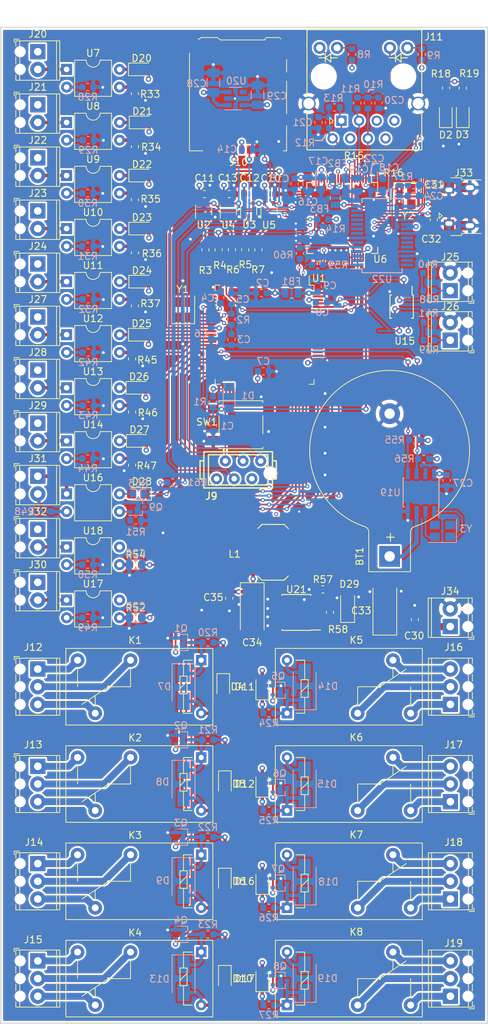
<source format=kicad_pcb>
(kicad_pcb (version 20171130) (host pcbnew "(5.0.2)-1")
  (layers (0 F.Cu signal) (1 In1.Cu power hide) (2 In2.Cu power hide) (31 B.Cu signal hide) (34 B.Paste user hide) (35 F.Paste user hide) (36 B.SilkS user) (37 F.SilkS user) (38 B.Mask user hide) (39 F.Mask user hide) (44 Edge.Cuts user))
  (net 0 "")
  (net 1 "Net-(J18-Pad1)")
  (net 2 "Net-(D18-Pad1)")
  (net 3 "Net-(J18-Pad3)")
  (net 4 +12V)
  (net 5 "Net-(J18-Pad2)")
  (net 6 "Net-(J17-Pad2)")
  (net 7 "Net-(J17-Pad3)")
  (net 8 "Net-(D15-Pad1)")
  (net 9 "Net-(J17-Pad1)")
  (net 10 "Net-(J16-Pad1)")
  (net 11 "Net-(D14-Pad1)")
  (net 12 "Net-(J16-Pad3)")
  (net 13 "Net-(J16-Pad2)")
  (net 14 "Net-(J15-Pad2)")
  (net 15 "Net-(J15-Pad3)")
  (net 16 "Net-(D13-Pad1)")
  (net 17 "Net-(J15-Pad1)")
  (net 18 "Net-(J13-Pad1)")
  (net 19 "Net-(D8-Pad1)")
  (net 20 "Net-(J13-Pad3)")
  (net 21 "Net-(J13-Pad2)")
  (net 22 "Net-(J12-Pad2)")
  (net 23 "Net-(J12-Pad3)")
  (net 24 "Net-(D7-Pad1)")
  (net 25 "Net-(J12-Pad1)")
  (net 26 "Net-(J14-Pad1)")
  (net 27 "Net-(D9-Pad1)")
  (net 28 "Net-(J14-Pad3)")
  (net 29 "Net-(J14-Pad2)")
  (net 30 "Net-(J19-Pad2)")
  (net 31 "Net-(J19-Pad3)")
  (net 32 "Net-(D19-Pad1)")
  (net 33 "Net-(J19-Pad1)")
  (net 34 +5V)
  (net 35 Earth)
  (net 36 "Net-(U20-Pad4)")
  (net 37 +3V3)
  (net 38 "Net-(R59-Pad2)")
  (net 39 "Net-(U22-Pad2)")
  (net 40 "Net-(U22-Pad3)")
  (net 41 "Net-(R60-Pad1)")
  (net 42 "Net-(U22-Pad6)")
  (net 43 "Net-(U22-Pad9)")
  (net 44 "Net-(U22-Pad10)")
  (net 45 "Net-(U22-Pad11)")
  (net 46 "Net-(U22-Pad12)")
  (net 47 "Net-(U22-Pad13)")
  (net 48 "Net-(U22-Pad14)")
  (net 49 "Net-(C31-Pad2)")
  (net 50 "Net-(C32-Pad2)")
  (net 51 "Net-(U22-Pad17)")
  (net 52 "Net-(U22-Pad22)")
  (net 53 "Net-(U22-Pad23)")
  (net 54 "Net-(U22-Pad27)")
  (net 55 "Net-(U22-Pad28)")
  (net 56 /RXD0)
  (net 57 /TXD0)
  (net 58 "Net-(R7-Pad1)")
  (net 59 "Net-(R5-Pad1)")
  (net 60 "Net-(R6-Pad1)")
  (net 61 "Net-(R4-Pad1)")
  (net 62 "Net-(R3-Pad1)")
  (net 63 /PCINT5)
  (net 64 "Net-(U1-Pad25)")
  (net 65 "Net-(U1-Pad26)")
  (net 66 /RST)
  (net 67 "Net-(C4-Pad2)")
  (net 68 "Net-(C3-Pad2)")
  (net 69 /ITOR_0)
  (net 70 /ITOR_1)
  (net 71 /ITOR_2)
  (net 72 /ITOR_3)
  (net 73 /ITOR_4)
  (net 74 /ITOR_5)
  (net 75 /ITOR_6)
  (net 76 /ITOR_7)
  (net 77 /SCL)
  (net 78 /SDA)
  (net 79 /RXD1)
  (net 80 /COUNTER_1)
  (net 81 /COUNTER_0)
  (net 82 /STOR_7)
  (net 83 /STOR_6)
  (net 84 /STOR_5)
  (net 85 /STOR_4)
  (net 86 /STOR_3)
  (net 87 /STOR_2)
  (net 88 /STOR_1)
  (net 89 /STOR_0)
  (net 90 /ADC_1)
  (net 91 /ADC_0)
  (net 92 "Net-(C8-Pad1)")
  (net 93 +5VA)
  (net 94 "Net-(R15-Pad1)")
  (net 95 +3.3VA)
  (net 96 "Net-(U6-Pad3)")
  (net 97 /Ethernet/RX+)
  (net 98 /Ethernet/RX-)
  (net 99 "Net-(FB3-Pad2)")
  (net 100 /Ethernet/TX+)
  (net 101 /Ethernet/TX-)
  (net 102 +1V8)
  (net 103 /MISO)
  (net 104 /MOSI)
  (net 105 /CS_ETH)
  (net 106 /SCK)
  (net 107 "Net-(R14-Pad1)")
  (net 108 "Net-(U6-Pad60)")
  (net 109 "Net-(U6-Pad61)")
  (net 110 "Net-(U6-Pad62)")
  (net 111 /Ethernet/LINKLED)
  (net 112 /Ethernet/SPDLED)
  (net 113 "Net-(U6-Pad70)")
  (net 114 "Net-(U6-Pad71)")
  (net 115 "Net-(D3-Pad1)")
  (net 116 "Net-(D2-Pad1)")
  (net 117 "Net-(C24-Pad2)")
  (net 118 "Net-(C23-Pad2)")
  (net 119 "Net-(U6-Pad78)")
  (net 120 "Net-(U6-Pad79)")
  (net 121 "Net-(U6-Pad80)")
  (net 122 "Net-(U19-Pad1)")
  (net 123 "Net-(U19-Pad2)")
  (net 124 +BATT)
  (net 125 "Net-(U19-Pad7)")
  (net 126 "Net-(J20-Pad2)")
  (net 127 "Net-(R28-Pad1)")
  (net 128 "Net-(D20-Pad1)")
  (net 129 "Net-(D23-Pad1)")
  (net 130 "Net-(R31-Pad1)")
  (net 131 "Net-(J23-Pad2)")
  (net 132 "Net-(J21-Pad2)")
  (net 133 "Net-(R29-Pad1)")
  (net 134 "Net-(D21-Pad1)")
  (net 135 "Net-(D22-Pad1)")
  (net 136 "Net-(R30-Pad1)")
  (net 137 "Net-(J22-Pad2)")
  (net 138 "Net-(J24-Pad2)")
  (net 139 "Net-(R32-Pad1)")
  (net 140 "Net-(D24-Pad1)")
  (net 141 "Net-(D26-Pad1)")
  (net 142 "Net-(R43-Pad1)")
  (net 143 "Net-(J28-Pad2)")
  (net 144 "Net-(J29-Pad2)")
  (net 145 "Net-(R44-Pad1)")
  (net 146 "Net-(D27-Pad1)")
  (net 147 "Net-(R48-Pad2)")
  (net 148 "Net-(Q9-Pad1)")
  (net 149 "Net-(J31-Pad1)")
  (net 150 "Net-(J30-Pad2)")
  (net 151 "Net-(R52-Pad1)")
  (net 152 "Net-(R49-Pad1)")
  (net 153 "Net-(D25-Pad1)")
  (net 154 "Net-(R42-Pad1)")
  (net 155 "Net-(J27-Pad2)")
  (net 156 "Net-(J32-Pad2)")
  (net 157 "Net-(R54-Pad1)")
  (net 158 "Net-(R50-Pad1)")
  (net 159 "Net-(D10-Pad1)")
  (net 160 "Net-(D6-Pad1)")
  (net 161 "Net-(D5-Pad1)")
  (net 162 "Net-(D11-Pad1)")
  (net 163 "Net-(D4-Pad1)")
  (net 164 "Net-(D17-Pad1)")
  (net 165 "Net-(D12-Pad1)")
  (net 166 "Net-(D16-Pad1)")
  (net 167 "Net-(J26-Pad1)")
  (net 168 "Net-(J31-Pad2)")
  (net 169 "Net-(J25-Pad1)")
  (net 170 "Net-(C21-Pad1)")
  (net 171 "Net-(C20-Pad1)")
  (net 172 "Net-(J11-Pad10)")
  (net 173 "Net-(J11-Pad12)")
  (net 174 "Net-(R3-Pad2)")
  (net 175 "Net-(R7-Pad2)")
  (net 176 "Net-(R6-Pad2)")
  (net 177 "Net-(R5-Pad2)")
  (net 178 "Net-(D2-Pad2)")
  (net 179 "Net-(D3-Pad2)")
  (net 180 "Net-(R15-Pad2)")
  (net 181 "Net-(R39-Pad2)")
  (net 182 "Net-(R38-Pad2)")
  (net 183 "Net-(D29-Pad1)")
  (net 184 "Net-(R57-Pad2)")
  (net 185 "Net-(J33-Pad1)")
  (net 186 "Net-(J33-Pad4)")
  (net 187 /CS_SDCARD)
  (net 188 "Net-(J10-Pad8)")
  (net 189 "Net-(J10-Pad1)")
  (net 190 "Net-(U3-Pad1)")
  (net 191 /Ethernet/V2+)
  (net 192 /Ethernet/V1-)
  (net 193 /Ethernet/V1+)
  (net 194 /Ethernet/V2-)
  (net 195 "Net-(U2-Pad1)")
  (net 196 "Net-(J9-Pad6)")
  (net 197 /LED_TELEINFO)
  (net 198 "Net-(D28-Pad1)")
  (net 199 "Net-(U1-Pad1)")
  (net 200 "Net-(U1-Pad4)")
  (net 201 "Net-(U1-Pad5)")
  (net 202 "Net-(U1-Pad6)")
  (net 203 "Net-(U1-Pad7)")
  (net 204 "Net-(U1-Pad8)")
  (net 205 "Net-(U1-Pad9)")
  (net 206 "Net-(U1-Pad12)")
  (net 207 "Net-(U1-Pad13)")
  (net 208 "Net-(U1-Pad14)")
  (net 209 "Net-(U1-Pad15)")
  (net 210 "Net-(U1-Pad16)")
  (net 211 "Net-(U1-Pad17)")
  (net 212 "Net-(U1-Pad18)")
  (net 213 "Net-(U1-Pad27)")
  (net 214 "Net-(U1-Pad28)")
  (net 215 "Net-(U1-Pad29)")
  (net 216 "Net-(U1-Pad47)")
  (net 217 "Net-(U1-Pad48)")
  (net 218 "Net-(U1-Pad51)")
  (net 219 "Net-(U1-Pad52)")
  (net 220 "Net-(U1-Pad53)")
  (net 221 "Net-(U1-Pad54)")
  (net 222 "Net-(U1-Pad55)")
  (net 223 "Net-(U1-Pad56)")
  (net 224 "Net-(U1-Pad57)")
  (net 225 "Net-(U1-Pad58)")
  (net 226 "Net-(U1-Pad59)")
  (net 227 "Net-(U1-Pad60)")
  (net 228 "Net-(U1-Pad63)")
  (net 229 "Net-(U1-Pad64)")
  (net 230 "Net-(U1-Pad65)")
  (net 231 "Net-(U1-Pad66)")
  (net 232 "Net-(U1-Pad67)")
  (net 233 "Net-(U1-Pad68)")
  (net 234 "Net-(U1-Pad69)")
  (net 235 "Net-(U1-Pad70)")
  (net 236 "Net-(U1-Pad79)")
  (net 237 "Net-(U1-Pad82)")
  (net 238 "Net-(U1-Pad83)")
  (net 239 "Net-(U1-Pad84)")
  (net 240 "Net-(U1-Pad85)")
  (net 241 "Net-(U1-Pad86)")
  (net 242 "Net-(U1-Pad87)")
  (net 243 "Net-(U1-Pad88)")
  (net 244 "Net-(U1-Pad89)")
  (net 245 "Net-(U1-Pad90)")
  (net 246 "Net-(U1-Pad91)")
  (net 247 "Net-(U1-Pad92)")
  (net 248 "Net-(U1-Pad93)")
  (net 249 "Net-(U1-Pad94)")
  (net 250 "Net-(U1-Pad95)")
  (module my_footprint:TerminalBlock_Phoenix_MPT-0,5-2-2.54_1x02_P2.54mm_Horizontal (layer F.Cu) (at 75.3364 138.684 270)
    (fp_text reference J30 (at -2.54 0) (layer F.SilkS))
    (fp_text value "MPT 0.5/3-2.54")
    (pad 1 thru_hole rect (at 0 0 270) (size 2.2 2.2) (drill 1.1) (layers *.Cu *.Mask) (net 4 +12V))
    (pad "" np_thru_hole circle (at 0 2.54 270) (size 1.1 1.1) (drill 1.1) (layers *.Cu *.Mask))
    (pad 2 thru_hole circle (at 2.54 0 270) (size 2.2 2.2) (drill 1.1) (layers *.Cu *.Mask) (net 150 "Net-(J30-Pad2)"))
    (pad "" np_thru_hole circle (at 2.54 2.54 270) (size 1.1 1.1) (drill 1.1) (layers *.Cu *.Mask))
  )
  (module my_footprint:TerminalBlock_Phoenix_MPT-0,5-2-2.54_1x02_P2.54mm_Horizontal (layer F.Cu) (at 75.3364 108.204 270)
    (fp_text reference J28 (at -2.54 0) (layer F.SilkS))
    (fp_text value "MPT 0.5/3-2.54")
    (pad 1 thru_hole rect (at 0 0 270) (size 2.2 2.2) (drill 1.1) (layers *.Cu *.Mask) (net 4 +12V))
    (pad "" np_thru_hole circle (at 0 2.54 270) (size 1.1 1.1) (drill 1.1) (layers *.Cu *.Mask))
    (pad 2 thru_hole circle (at 2.54 0 270) (size 2.2 2.2) (drill 1.1) (layers *.Cu *.Mask) (net 143 "Net-(J28-Pad2)"))
    (pad "" np_thru_hole circle (at 2.54 2.54 270) (size 1.1 1.1) (drill 1.1) (layers *.Cu *.Mask))
  )
  (module my_footprint:TerminalBlock_Phoenix_MPT-0,5-2-2.54_1x02_P2.54mm_Horizontal (layer F.Cu) (at 134.6454 145.034 90)
    (fp_text reference J34 (at 5.08 0 180) (layer F.SilkS))
    (fp_text value "MPT 0.5/3-2.54")
    (pad 1 thru_hole rect (at 0 0 90) (size 2.2 2.2) (drill 1.1) (layers *.Cu *.Mask) (net 4 +12V))
    (pad "" np_thru_hole circle (at 0 2.54 90) (size 1.1 1.1) (drill 1.1) (layers *.Cu *.Mask))
    (pad 2 thru_hole circle (at 2.54 0 90) (size 2.2 2.2) (drill 1.1) (layers *.Cu *.Mask) (net 35 Earth))
    (pad "" np_thru_hole circle (at 2.54 2.54 90) (size 1.1 1.1) (drill 1.1) (layers *.Cu *.Mask))
  )
  (module my_footprint:TerminalBlock_Phoenix_MPT-0,5-2-2.54_1x02_P2.54mm_Horizontal (layer F.Cu) (at 75.3364 131.064 270)
    (fp_text reference J32 (at -2.54 0 180) (layer F.SilkS))
    (fp_text value "MPT 0.5/3-2.54")
    (pad 1 thru_hole rect (at 0 0 270) (size 2.2 2.2) (drill 1.1) (layers *.Cu *.Mask) (net 4 +12V))
    (pad "" np_thru_hole circle (at 0 2.54 270) (size 1.1 1.1) (drill 1.1) (layers *.Cu *.Mask))
    (pad 2 thru_hole circle (at 2.54 0 270) (size 2.2 2.2) (drill 1.1) (layers *.Cu *.Mask) (net 156 "Net-(J32-Pad2)"))
    (pad "" np_thru_hole circle (at 2.54 2.54 270) (size 1.1 1.1) (drill 1.1) (layers *.Cu *.Mask))
  )
  (module my_footprint:TerminalBlock_Phoenix_MPT-0,5-2-2.54_1x02_P2.54mm_Horizontal (layer F.Cu) (at 75.3364 123.444 270)
    (fp_text reference J31 (at -2.54 0 180) (layer F.SilkS))
    (fp_text value "MPT 0.5/3-2.54")
    (pad 1 thru_hole rect (at 0 0 270) (size 2.2 2.2) (drill 1.1) (layers *.Cu *.Mask) (net 149 "Net-(J31-Pad1)"))
    (pad "" np_thru_hole circle (at 0 2.54 270) (size 1.1 1.1) (drill 1.1) (layers *.Cu *.Mask))
    (pad 2 thru_hole circle (at 2.54 0 270) (size 2.2 2.2) (drill 1.1) (layers *.Cu *.Mask) (net 168 "Net-(J31-Pad2)"))
    (pad "" np_thru_hole circle (at 2.54 2.54 270) (size 1.1 1.1) (drill 1.1) (layers *.Cu *.Mask))
  )
  (module my_footprint:TerminalBlock_Phoenix_MPT-0,5-2-2.54_1x02_P2.54mm_Horizontal (layer F.Cu) (at 134.6454 103.9114 90)
    (fp_text reference J26 (at 4.826 0 180) (layer F.SilkS))
    (fp_text value "MPT 0.5/3-2.54")
    (pad 1 thru_hole rect (at 0 0 90) (size 2.2 2.2) (drill 1.1) (layers *.Cu *.Mask) (net 167 "Net-(J26-Pad1)"))
    (pad "" np_thru_hole circle (at 0 2.54 90) (size 1.1 1.1) (drill 1.1) (layers *.Cu *.Mask))
    (pad 2 thru_hole circle (at 2.54 0 90) (size 2.2 2.2) (drill 1.1) (layers *.Cu *.Mask) (net 35 Earth))
    (pad "" np_thru_hole circle (at 2.54 2.54 90) (size 1.1 1.1) (drill 1.1) (layers *.Cu *.Mask))
  )
  (module my_footprint:TerminalBlock_Phoenix_MPT-0,5-2-2.54_1x02_P2.54mm_Horizontal (layer F.Cu) (at 75.3364 115.824 270)
    (fp_text reference J29 (at -2.54 0) (layer F.SilkS))
    (fp_text value "MPT 0.5/3-2.54")
    (pad 1 thru_hole rect (at 0 0 270) (size 2.2 2.2) (drill 1.1) (layers *.Cu *.Mask) (net 4 +12V))
    (pad "" np_thru_hole circle (at 0 2.54 270) (size 1.1 1.1) (drill 1.1) (layers *.Cu *.Mask))
    (pad 2 thru_hole circle (at 2.54 0 270) (size 2.2 2.2) (drill 1.1) (layers *.Cu *.Mask) (net 144 "Net-(J29-Pad2)"))
    (pad "" np_thru_hole circle (at 2.54 2.54 270) (size 1.1 1.1) (drill 1.1) (layers *.Cu *.Mask))
  )
  (module my_footprint:TerminalBlock_Phoenix_MPT-0,5-2-2.54_1x02_P2.54mm_Horizontal (layer F.Cu) (at 75.3364 92.964 270)
    (fp_text reference J24 (at -2.54 0) (layer F.SilkS))
    (fp_text value "MPT 0.5/3-2.54")
    (pad 1 thru_hole rect (at 0 0 270) (size 2.2 2.2) (drill 1.1) (layers *.Cu *.Mask) (net 4 +12V))
    (pad "" np_thru_hole circle (at 0 2.54 270) (size 1.1 1.1) (drill 1.1) (layers *.Cu *.Mask))
    (pad 2 thru_hole circle (at 2.54 0 270) (size 2.2 2.2) (drill 1.1) (layers *.Cu *.Mask) (net 138 "Net-(J24-Pad2)"))
    (pad "" np_thru_hole circle (at 2.54 2.54 270) (size 1.1 1.1) (drill 1.1) (layers *.Cu *.Mask))
  )
  (module my_footprint:TerminalBlock_Phoenix_MPT-0,5-2-2.54_1x02_P2.54mm_Horizontal (layer F.Cu) (at 134.6454 96.7994 90)
    (fp_text reference J25 (at 4.826 0 180) (layer F.SilkS))
    (fp_text value "MPT 0.5/3-2.54")
    (pad 1 thru_hole rect (at 0 0 90) (size 2.2 2.2) (drill 1.1) (layers *.Cu *.Mask) (net 169 "Net-(J25-Pad1)"))
    (pad "" np_thru_hole circle (at 0 2.54 90) (size 1.1 1.1) (drill 1.1) (layers *.Cu *.Mask))
    (pad 2 thru_hole circle (at 2.54 0 90) (size 2.2 2.2) (drill 1.1) (layers *.Cu *.Mask) (net 35 Earth))
    (pad "" np_thru_hole circle (at 2.54 2.54 90) (size 1.1 1.1) (drill 1.1) (layers *.Cu *.Mask))
  )
  (module my_footprint:TerminalBlock_Phoenix_MPT-0,5-2-2.54_1x02_P2.54mm_Horizontal (layer F.Cu) (at 75.3364 62.484 270)
    (fp_text reference J20 (at -2.54 0) (layer F.SilkS))
    (fp_text value "MPT 0.5/2-2.54")
    (pad 1 thru_hole rect (at 0 0 270) (size 2.2 2.2) (drill 1.1) (layers *.Cu *.Mask) (net 4 +12V))
    (pad "" np_thru_hole circle (at 0 2.54 270) (size 1.1 1.1) (drill 1.1) (layers *.Cu *.Mask))
    (pad 2 thru_hole circle (at 2.54 0 270) (size 2.2 2.2) (drill 1.1) (layers *.Cu *.Mask) (net 126 "Net-(J20-Pad2)"))
    (pad "" np_thru_hole circle (at 2.54 2.54 270) (size 1.1 1.1) (drill 1.1) (layers *.Cu *.Mask))
  )
  (module my_footprint:TerminalBlock_Phoenix_MPT-0,5-2-2.54_1x02_P2.54mm_Horizontal (layer F.Cu) (at 75.3364 77.724 270)
    (fp_text reference J22 (at -2.54 0) (layer F.SilkS))
    (fp_text value "MPT 0.5/3-2.54")
    (pad 1 thru_hole rect (at 0 0 270) (size 2.2 2.2) (drill 1.1) (layers *.Cu *.Mask) (net 4 +12V))
    (pad "" np_thru_hole circle (at 0 2.54 270) (size 1.1 1.1) (drill 1.1) (layers *.Cu *.Mask))
    (pad 2 thru_hole circle (at 2.54 0 270) (size 2.2 2.2) (drill 1.1) (layers *.Cu *.Mask) (net 137 "Net-(J22-Pad2)"))
    (pad "" np_thru_hole circle (at 2.54 2.54 270) (size 1.1 1.1) (drill 1.1) (layers *.Cu *.Mask))
  )
  (module my_footprint:TerminalBlock_Phoenix_MPT-0,5-2-2.54_1x02_P2.54mm_Horizontal (layer F.Cu) (at 75.3364 70.104 270)
    (fp_text reference J21 (at -2.54 0) (layer F.SilkS))
    (fp_text value "MPT 0.5/3-2.54")
    (pad 1 thru_hole rect (at 0 0 270) (size 2.2 2.2) (drill 1.1) (layers *.Cu *.Mask) (net 4 +12V))
    (pad "" np_thru_hole circle (at 0 2.54 270) (size 1.1 1.1) (drill 1.1) (layers *.Cu *.Mask))
    (pad 2 thru_hole circle (at 2.54 0 270) (size 2.2 2.2) (drill 1.1) (layers *.Cu *.Mask) (net 132 "Net-(J21-Pad2)"))
    (pad "" np_thru_hole circle (at 2.54 2.54 270) (size 1.1 1.1) (drill 1.1) (layers *.Cu *.Mask))
  )
  (module my_footprint:TerminalBlock_Phoenix_MPT-0,5-2-2.54_1x02_P2.54mm_Horizontal (layer F.Cu) (at 75.3364 100.584 270)
    (fp_text reference J27 (at -2.54 0) (layer F.SilkS))
    (fp_text value "MPT 0.5/3-2.54")
    (pad 1 thru_hole rect (at 0 0 270) (size 2.2 2.2) (drill 1.1) (layers *.Cu *.Mask) (net 4 +12V))
    (pad "" np_thru_hole circle (at 0 2.54 270) (size 1.1 1.1) (drill 1.1) (layers *.Cu *.Mask))
    (pad 2 thru_hole circle (at 2.54 0 270) (size 2.2 2.2) (drill 1.1) (layers *.Cu *.Mask) (net 155 "Net-(J27-Pad2)"))
    (pad "" np_thru_hole circle (at 2.54 2.54 270) (size 1.1 1.1) (drill 1.1) (layers *.Cu *.Mask))
  )
  (module my_footprint:TerminalBlock_Phoenix_MPT-0,5-2-2.54_1x02_P2.54mm_Horizontal (layer F.Cu) (at 75.3364 85.344 270)
    (fp_text reference J23 (at -2.54 0) (layer F.SilkS))
    (fp_text value "MPT 0.5/3-2.54")
    (pad 1 thru_hole rect (at 0 0 270) (size 2.2 2.2) (drill 1.1) (layers *.Cu *.Mask) (net 4 +12V))
    (pad "" np_thru_hole circle (at 0 2.54 270) (size 1.1 1.1) (drill 1.1) (layers *.Cu *.Mask))
    (pad 2 thru_hole circle (at 2.54 0 270) (size 2.2 2.2) (drill 1.1) (layers *.Cu *.Mask) (net 131 "Net-(J23-Pad2)"))
    (pad "" np_thru_hole circle (at 2.54 2.54 270) (size 1.1 1.1) (drill 1.1) (layers *.Cu *.Mask))
  )
  (module my_footprint:Relay_SPDT_Omron-G5Q-1 (layer F.Cu) (at 111.1758 185.42)
    (fp_text reference K7 (at 9.97 -10.5 180) (layer F.SilkS))
    (fp_text value G5Q-1EU)
    (pad 1 thru_hole rect (at 0 0 180) (size 1.52 1.52) (drill 0.76) (layers *.Cu *.Mask) (net 2 "Net-(D18-Pad1)"))
    (pad 2 thru_hole circle (at 10.16 0 180) (size 2 2) (drill 1) (layers *.Cu *.Mask) (net 5 "Net-(J18-Pad2)"))
    (pad 3 thru_hole circle (at 17.78 0 180) (size 2 2) (drill 1) (layers *.Cu *.Mask) (net 1 "Net-(J18-Pad1)"))
    (pad 4 thru_hole circle (at 15.24 -7.62 180) (size 2 2) (drill 1) (layers *.Cu *.Mask) (net 3 "Net-(J18-Pad3)"))
    (pad 5 thru_hole circle (at 0 -7.62 180) (size 1.52 1.52) (drill 0.76) (layers *.Cu *.Mask) (net 4 +12V))
  )
  (module my_footprint:Relay_SPDT_Omron-G5Q-1 (layer F.Cu) (at 111.1758 171.45)
    (fp_text reference K6 (at 9.97 -10.5 180) (layer F.SilkS))
    (fp_text value G5Q-1EU)
    (pad 1 thru_hole rect (at 0 0 180) (size 1.52 1.52) (drill 0.76) (layers *.Cu *.Mask) (net 8 "Net-(D15-Pad1)"))
    (pad 2 thru_hole circle (at 10.16 0 180) (size 2 2) (drill 1) (layers *.Cu *.Mask) (net 6 "Net-(J17-Pad2)"))
    (pad 3 thru_hole circle (at 17.78 0 180) (size 2 2) (drill 1) (layers *.Cu *.Mask) (net 9 "Net-(J17-Pad1)"))
    (pad 4 thru_hole circle (at 15.24 -7.62 180) (size 2 2) (drill 1) (layers *.Cu *.Mask) (net 7 "Net-(J17-Pad3)"))
    (pad 5 thru_hole circle (at 0 -7.62 180) (size 1.52 1.52) (drill 0.76) (layers *.Cu *.Mask) (net 4 +12V))
  )
  (module my_footprint:Relay_SPDT_Omron-G5Q-1 (layer F.Cu) (at 111.1758 157.48)
    (fp_text reference K5 (at 9.97 -10.5 180) (layer F.SilkS))
    (fp_text value G5Q-1EU)
    (pad 1 thru_hole rect (at 0 0 180) (size 1.52 1.52) (drill 0.76) (layers *.Cu *.Mask) (net 11 "Net-(D14-Pad1)"))
    (pad 2 thru_hole circle (at 10.16 0 180) (size 2 2) (drill 1) (layers *.Cu *.Mask) (net 13 "Net-(J16-Pad2)"))
    (pad 3 thru_hole circle (at 17.78 0 180) (size 2 2) (drill 1) (layers *.Cu *.Mask) (net 10 "Net-(J16-Pad1)"))
    (pad 4 thru_hole circle (at 15.24 -7.62 180) (size 2 2) (drill 1) (layers *.Cu *.Mask) (net 12 "Net-(J16-Pad3)"))
    (pad 5 thru_hole circle (at 0 -7.62 180) (size 1.52 1.52) (drill 0.76) (layers *.Cu *.Mask) (net 4 +12V))
  )
  (module my_footprint:Relay_SPDT_Omron-G5Q-1 (layer F.Cu) (at 98.8314 191.77 180)
    (fp_text reference K4 (at 9.5 2.77) (layer F.SilkS))
    (fp_text value G5Q-1EU)
    (pad 1 thru_hole rect (at 0 0) (size 1.52 1.52) (drill 0.76) (layers *.Cu *.Mask) (net 16 "Net-(D13-Pad1)"))
    (pad 2 thru_hole circle (at 10.16 0) (size 2 2) (drill 1) (layers *.Cu *.Mask) (net 14 "Net-(J15-Pad2)"))
    (pad 3 thru_hole circle (at 17.78 0) (size 2 2) (drill 1) (layers *.Cu *.Mask) (net 17 "Net-(J15-Pad1)"))
    (pad 4 thru_hole circle (at 15.24 -7.62) (size 2 2) (drill 1) (layers *.Cu *.Mask) (net 15 "Net-(J15-Pad3)"))
    (pad 5 thru_hole circle (at 0 -7.62) (size 1.52 1.52) (drill 0.76) (layers *.Cu *.Mask) (net 4 +12V))
  )
  (module my_footprint:Relay_SPDT_Omron-G5Q-1 (layer F.Cu) (at 98.8314 177.8 180)
    (fp_text reference K3 (at 9.5 2.8) (layer F.SilkS))
    (fp_text value G5Q-1EU)
    (pad 1 thru_hole rect (at 0 0) (size 1.52 1.52) (drill 0.76) (layers *.Cu *.Mask) (net 27 "Net-(D9-Pad1)"))
    (pad 2 thru_hole circle (at 10.16 0) (size 2 2) (drill 1) (layers *.Cu *.Mask) (net 29 "Net-(J14-Pad2)"))
    (pad 3 thru_hole circle (at 17.78 0) (size 2 2) (drill 1) (layers *.Cu *.Mask) (net 26 "Net-(J14-Pad1)"))
    (pad 4 thru_hole circle (at 15.24 -7.62) (size 2 2) (drill 1) (layers *.Cu *.Mask) (net 28 "Net-(J14-Pad3)"))
    (pad 5 thru_hole circle (at 0 -7.62) (size 1.52 1.52) (drill 0.76) (layers *.Cu *.Mask) (net 4 +12V))
  )
  (module my_footprint:Relay_SPDT_Omron-G5Q-1 (layer F.Cu) (at 98.8314 163.83 180)
    (fp_text reference K2 (at 9.5 2.83) (layer F.SilkS))
    (fp_text value G5Q-1EU)
    (pad 1 thru_hole rect (at 0 0) (size 1.52 1.52) (drill 0.76) (layers *.Cu *.Mask) (net 19 "Net-(D8-Pad1)"))
    (pad 2 thru_hole circle (at 10.16 0) (size 2 2) (drill 1) (layers *.Cu *.Mask) (net 21 "Net-(J13-Pad2)"))
    (pad 3 thru_hole circle (at 17.78 0) (size 2 2) (drill 1) (layers *.Cu *.Mask) (net 18 "Net-(J13-Pad1)"))
    (pad 4 thru_hole circle (at 15.24 -7.62) (size 2 2) (drill 1) (layers *.Cu *.Mask) (net 20 "Net-(J13-Pad3)"))
    (pad 5 thru_hole circle (at 0 -7.62) (size 1.52 1.52) (drill 0.76) (layers *.Cu *.Mask) (net 4 +12V))
  )
  (module my_footprint:Relay_SPDT_Omron-G5Q-1 (layer F.Cu) (at 98.8314 149.86 180)
    (fp_text reference K1 (at 9.5 2.86) (layer F.SilkS))
    (fp_text value G5Q-1EU)
    (pad 1 thru_hole rect (at 0 0) (size 1.52 1.52) (drill 0.76) (layers *.Cu *.Mask) (net 24 "Net-(D7-Pad1)"))
    (pad 2 thru_hole circle (at 10.16 0) (size 2 2) (drill 1) (layers *.Cu *.Mask) (net 22 "Net-(J12-Pad2)"))
    (pad 3 thru_hole circle (at 17.78 0) (size 2 2) (drill 1) (layers *.Cu *.Mask) (net 25 "Net-(J12-Pad1)"))
    (pad 4 thru_hole circle (at 15.24 -7.62) (size 2 2) (drill 1) (layers *.Cu *.Mask) (net 23 "Net-(J12-Pad3)"))
    (pad 5 thru_hole circle (at 0 -7.62) (size 1.52 1.52) (drill 0.76) (layers *.Cu *.Mask) (net 4 +12V))
  )
  (module my_footprint:Relay_SPDT_Omron-G5Q-1 (layer F.Cu) (at 111.1758 199.39)
    (fp_text reference K8 (at 9.97 -10.5 180) (layer F.SilkS))
    (fp_text value G5Q-1EU)
    (pad 1 thru_hole rect (at 0 0 180) (size 1.52 1.52) (drill 0.76) (layers *.Cu *.Mask) (net 32 "Net-(D19-Pad1)"))
    (pad 2 thru_hole circle (at 10.16 0 180) (size 2 2) (drill 1) (layers *.Cu *.Mask) (net 30 "Net-(J19-Pad2)"))
    (pad 3 thru_hole circle (at 17.78 0 180) (size 2 2) (drill 1) (layers *.Cu *.Mask) (net 33 "Net-(J19-Pad1)"))
    (pad 4 thru_hole circle (at 15.24 -7.62 180) (size 2 2) (drill 1) (layers *.Cu *.Mask) (net 31 "Net-(J19-Pad3)"))
    (pad 5 thru_hole circle (at 0 -7.62 180) (size 1.52 1.52) (drill 0.76) (layers *.Cu *.Mask) (net 4 +12V))
  )
  (module my_footprint:BatteryHolder_Keystone_103_1x20mm (layer F.Cu) (at 125.9332 134.9502 90)
    (fp_text reference BT1 (at 0 -4.3 90) (layer F.SilkS))
    (fp_text value CR2025)
    (fp_text user + (at 2.75 0 90) (layer F.SilkS) (effects (font (size 1.5 1.5))))
    (pad 2 thru_hole circle (at 20.49 0 90) (size 3 3) (drill 1.5) (layers *.Cu *.Mask) (net 35 Earth))
    (pad 1 thru_hole rect (at 0 0 90) (size 3 3) (drill 1.5) (layers *.Cu *.Mask) (net 124 +BATT))
  )
  (module LED_SMD:LED_0805_2012Metric_Castellated (layer F.Cu) (at 90.3759 72.644)
    (fp_text reference D21 (at 0 -1.6) (layer F.SilkS))
    (fp_text value LED)
    (pad 1 smd roundrect (at -0.9625 0) (size 1.325 1.3) (layers F.Cu F.Paste F.Mask) (roundrect_rratio 0.192308) (net 134 "Net-(D21-Pad1)"))
    (pad 2 smd roundrect (at 0.9625 0) (size 1.325 1.3) (layers F.Cu F.Paste F.Mask) (roundrect_rratio 0.192308) (net 34 +5V))
  )
  (module LED_SMD:LED_0805_2012Metric_Castellated (layer F.Cu) (at 89.789 125.984 180)
    (fp_text reference D28 (at -0.508 1.778 180) (layer F.SilkS))
    (fp_text value LED)
    (pad 1 smd roundrect (at -0.9625 0 180) (size 1.325 1.3) (layers F.Cu F.Paste F.Mask) (roundrect_rratio 0.192308) (net 198 "Net-(D28-Pad1)"))
    (pad 2 smd roundrect (at 0.9625 0 180) (size 1.325 1.3) (layers F.Cu F.Paste F.Mask) (roundrect_rratio 0.192308) (net 34 +5V))
  )
  (module Resistor_SMD:R_0603_1608Metric (layer B.Cu) (at 94.742 124.333 180)
    (fp_text reference R61 (at -3.556 0 180) (layer B.SilkS) (effects (justify mirror)))
    (fp_text value 10K)
    (pad 1 smd roundrect (at -0.7875 0 180) (size 0.875 0.95) (layers B.Cu B.Paste B.Mask) (net 197 /LED_TELEINFO))
    (pad 2 smd roundrect (at 0.7875 0 180) (size 0.875 0.95) (layers B.Cu B.Paste B.Mask) (net 198 "Net-(D28-Pad1)"))
  )
  (module Button_Switch_SMD:SW_SPST_B3S-1000 (layer F.Cu) (at 104.5464 116.0526)
    (fp_text reference SW1 (at -4.9022 -0.4064) (layer F.SilkS))
    (fp_text value SW_DPST)
    (pad 1 smd rect (at -3.975 -2.25) (size 1.55 1.3) (layers F.Cu F.Paste F.Mask) (net 66 /RST))
    (pad 3 smd rect (at 3.975 -2.25) (size 1.55 1.3) (layers F.Cu F.Paste F.Mask) (net 66 /RST))
    (pad 2 smd rect (at -3.975 2.25) (size 1.55 1.3) (layers F.Cu F.Paste F.Mask) (net 35 Earth))
    (pad 4 smd rect (at 3.975 2.25) (size 1.55 1.3) (layers F.Cu F.Paste F.Mask) (net 35 Earth))
  )
  (module my_footprint:D_Sub_SMA (layer B.Cu) (at 102.8446 111.7346 90)
    (fp_text reference D1 (at -0.1524 2.6924 180) (layer B.SilkS) (effects (justify mirror)))
    (fp_text value RSFBL-R3)
    (pad 1 smd rect (at -2 0 90) (size 1.2 1.4) (layers B.Cu B.Paste B.Mask) (net 66 /RST))
    (pad 2 smd rect (at 1.1 0 90) (size 1.2 1.4) (layers B.Cu B.Paste B.Mask) (net 34 +5V))
  )
  (module Capacitor_SMD:C_0603_1608Metric (layer F.Cu) (at 132.2832 86.614 90)
    (fp_text reference C32 (at -2.7686 -0.3556 180) (layer F.SilkS))
    (fp_text value 47pF)
    (pad 1 smd roundrect (at -0.7875 0 90) (size 0.875 0.95) (layers F.Cu F.Paste F.Mask) (net 35 Earth))
    (pad 2 smd roundrect (at 0.7875 0 90) (size 0.875 0.95) (layers F.Cu F.Paste F.Mask) (net 50 "Net-(C32-Pad2)"))
  )
  (module Capacitor_SMD:C_0603_1608Metric (layer F.Cu) (at 132.2832 83.439 270)
    (fp_text reference C31 (at -1.905 -0.0254) (layer F.SilkS))
    (fp_text value 47pF)
    (pad 2 smd roundrect (at 0.7875 0 270) (size 0.875 0.95) (layers F.Cu F.Paste F.Mask) (net 49 "Net-(C31-Pad2)"))
    (pad 1 smd roundrect (at -0.7875 0 270) (size 0.875 0.95) (layers F.Cu F.Paste F.Mask) (net 35 Earth))
  )
  (module Capacitor_SMD:C_0603_1608Metric (layer F.Cu) (at 129.5654 144.018 90)
    (fp_text reference C30 (at -2.3368 -0.1016 180) (layer F.SilkS))
    (fp_text value 100nF)
    (pad 1 smd roundrect (at -0.7875 0 90) (size 0.875 0.95) (layers F.Cu F.Paste F.Mask) (net 4 +12V))
    (pad 2 smd roundrect (at 0.7875 0 90) (size 0.875 0.95) (layers F.Cu F.Paste F.Mask) (net 35 Earth))
  )
  (module Capacitor_SMD:C_0603_1608Metric (layer B.Cu) (at 134.1374 124.0513 90)
    (fp_text reference C27 (at -0.3833 2.3622 180) (layer B.SilkS) (effects (justify mirror)))
    (fp_text value 100nF)
    (pad 2 smd roundrect (at 0.7875 0 90) (size 0.875 0.95) (layers B.Cu B.Paste B.Mask) (net 34 +5V))
    (pad 1 smd roundrect (at -0.7875 0 90) (size 0.875 0.95) (layers B.Cu B.Paste B.Mask) (net 35 Earth))
  )
  (module Capacitor_SMD:C_0603_1608Metric (layer B.Cu) (at 123.19 81.5825 270)
    (fp_text reference C22 (at -3.7569 -0.5588) (layer B.SilkS) (effects (justify mirror)))
    (fp_text value 100nF)
    (pad 1 smd roundrect (at -0.7875 0 270) (size 0.875 0.95) (layers B.Cu B.Paste B.Mask) (net 95 +3.3VA))
    (pad 2 smd roundrect (at 0.7875 0 270) (size 0.875 0.95) (layers B.Cu B.Paste B.Mask) (net 35 Earth))
  )
  (module Capacitor_SMD:C_0603_1608Metric (layer B.Cu) (at 112.268 81.4555 270)
    (fp_text reference C15 (at -0.7597 2.2098) (layer B.SilkS) (effects (justify mirror)))
    (fp_text value 100nF)
    (pad 2 smd roundrect (at 0.7875 0 270) (size 0.875 0.95) (layers B.Cu B.Paste B.Mask) (net 35 Earth))
    (pad 1 smd roundrect (at -0.7875 0 270) (size 0.875 0.95) (layers B.Cu B.Paste B.Mask) (net 37 +3V3))
  )
  (module Capacitor_SMD:C_0603_1608Metric (layer F.Cu) (at 102.87 140.97 270)
    (fp_text reference C35 (at -0.127 2.286) (layer F.SilkS))
    (fp_text value 100nF)
    (pad 1 smd roundrect (at -0.7875 0 270) (size 0.875 0.95) (layers F.Cu F.Paste F.Mask) (net 34 +5V))
    (pad 2 smd roundrect (at 0.7875 0 270) (size 0.875 0.95) (layers F.Cu F.Paste F.Mask) (net 35 Earth))
  )
  (module Resistor_SMD:R_0603_1608Metric (layer F.Cu) (at 88.9 114.2215 270)
    (fp_text reference R46 (at 0.1039 -2.2606) (layer F.SilkS))
    (fp_text value 1K5)
    (pad 2 smd roundrect (at 0.7875 0 270) (size 0.875 0.95) (layers F.Cu F.Paste F.Mask) (net 35 Earth))
    (pad 1 smd roundrect (at -0.7875 0 270) (size 0.875 0.95) (layers F.Cu F.Paste F.Mask) (net 75 /ITOR_6))
  )
  (module Resistor_SMD:R_0603_1608Metric (layer B.Cu) (at 82.5246 136.144)
    (fp_text reference R50 (at 0 1.43) (layer B.SilkS) (effects (justify mirror)))
    (fp_text value 520)
    (pad 1 smd roundrect (at -0.7875 0) (size 0.875 0.95) (layers B.Cu B.Paste B.Mask) (net 158 "Net-(R50-Pad1)"))
    (pad 2 smd roundrect (at 0.7875 0) (size 0.875 0.95) (layers B.Cu B.Paste B.Mask) (net 35 Earth))
  )
  (module Resistor_SMD:R_0603_1608Metric (layer B.Cu) (at 89.408 129.794 180)
    (fp_text reference R51 (at 0 -1.651 180) (layer B.SilkS) (effects (justify mirror)))
    (fp_text value 10K)
    (pad 2 smd roundrect (at 0.7875 0 180) (size 0.875 0.95) (layers B.Cu B.Paste B.Mask) (net 148 "Net-(Q9-Pad1)"))
    (pad 1 smd roundrect (at -0.7875 0 180) (size 0.875 0.95) (layers B.Cu B.Paste B.Mask) (net 35 Earth))
  )
  (module Resistor_SMD:R_0603_1608Metric (layer F.Cu) (at 89.408 143.764)
    (fp_text reference R52 (at 0 -1.43) (layer F.SilkS))
    (fp_text value 15K)
    (pad 1 smd roundrect (at -0.7875 0) (size 0.875 0.95) (layers F.Cu F.Paste F.Mask) (net 151 "Net-(R52-Pad1)"))
    (pad 2 smd roundrect (at 0.7875 0) (size 0.875 0.95) (layers F.Cu F.Paste F.Mask) (net 81 /COUNTER_0))
  )
  (module Resistor_SMD:R_0603_1608Metric (layer B.Cu) (at 89.789 125.984 180)
    (fp_text reference R53 (at 0 1.524 180) (layer B.SilkS) (effects (justify mirror)))
    (fp_text value 10K)
    (pad 2 smd roundrect (at 0.7875 0 180) (size 0.875 0.95) (layers B.Cu B.Paste B.Mask) (net 34 +5V))
    (pad 1 smd roundrect (at -0.7875 0 180) (size 0.875 0.95) (layers B.Cu B.Paste B.Mask) (net 79 /RXD1))
  )
  (module Resistor_SMD:R_0603_1608Metric (layer F.Cu) (at 89.408 136.144)
    (fp_text reference R54 (at 0 -1.43) (layer F.SilkS))
    (fp_text value 15K)
    (pad 1 smd roundrect (at -0.7875 0) (size 0.875 0.95) (layers F.Cu F.Paste F.Mask) (net 157 "Net-(R54-Pad1)"))
    (pad 2 smd roundrect (at 0.7875 0) (size 0.875 0.95) (layers F.Cu F.Paste F.Mask) (net 80 /COUNTER_1))
  )
  (module Resistor_SMD:R_0603_1608Metric (layer B.Cu) (at 129.5169 118.2243 180)
    (fp_text reference R55 (at 2.8471 -0.0127 180) (layer B.SilkS) (effects (justify mirror)))
    (fp_text value 10K)
    (pad 2 smd roundrect (at 0.7875 0 180) (size 0.875 0.95) (layers B.Cu B.Paste B.Mask) (net 78 /SDA))
    (pad 1 smd roundrect (at -0.7875 0 180) (size 0.875 0.95) (layers B.Cu B.Paste B.Mask) (net 34 +5V))
  )
  (module Resistor_SMD:R_0603_1608Metric (layer B.Cu) (at 130.8354 120.9548 180)
    (fp_text reference R56 (at 2.7686 0.0254 180) (layer B.SilkS) (effects (justify mirror)))
    (fp_text value 10K)
    (pad 1 smd roundrect (at -0.7875 0 180) (size 0.875 0.95) (layers B.Cu B.Paste B.Mask) (net 34 +5V))
    (pad 2 smd roundrect (at 0.7875 0 180) (size 0.875 0.95) (layers B.Cu B.Paste B.Mask) (net 77 /SCL))
  )
  (module Resistor_SMD:R_0603_1608Metric (layer F.Cu) (at 116.332 139.7)
    (fp_text reference R57 (at 0 -1.43) (layer F.SilkS))
    (fp_text value 1K)
    (pad 2 smd roundrect (at 0.7875 0) (size 0.875 0.95) (layers F.Cu F.Paste F.Mask) (net 184 "Net-(R57-Pad2)"))
    (pad 1 smd roundrect (at -0.7875 0) (size 0.875 0.95) (layers F.Cu F.Paste F.Mask) (net 35 Earth))
  )
  (module Resistor_SMD:R_0603_1608Metric (layer B.Cu) (at 115.57 93.091)
    (fp_text reference R59 (at 2.921 0.0254) (layer B.SilkS) (effects (justify mirror)))
    (fp_text value 100)
    (pad 1 smd roundrect (at -0.7875 0) (size 0.875 0.95) (layers B.Cu B.Paste B.Mask) (net 56 /RXD0))
    (pad 2 smd roundrect (at 0.7875 0) (size 0.875 0.95) (layers B.Cu B.Paste B.Mask) (net 38 "Net-(R59-Pad2)"))
  )
  (module Resistor_SMD:R_0603_1608Metric (layer F.Cu) (at 117.348 143.002 270)
    (fp_text reference R58 (at 2.4384 -1.1684) (layer F.SilkS))
    (fp_text value 3K)
    (pad 2 smd roundrect (at 0.7875 0 270) (size 0.875 0.95) (layers F.Cu F.Paste F.Mask) (net 183 "Net-(D29-Pad1)"))
    (pad 1 smd roundrect (at -0.7875 0 270) (size 0.875 0.95) (layers F.Cu F.Paste F.Mask) (net 184 "Net-(R57-Pad2)"))
  )
  (module Resistor_SMD:R_0603_1608Metric (layer B.Cu) (at 82.5246 143.764)
    (fp_text reference R49 (at 0 1.43) (layer B.SilkS) (effects (justify mirror)))
    (fp_text value 520)
    (pad 1 smd roundrect (at -0.7875 0) (size 0.875 0.95) (layers B.Cu B.Paste B.Mask) (net 152 "Net-(R49-Pad1)"))
    (pad 2 smd roundrect (at 0.7875 0) (size 0.875 0.95) (layers B.Cu B.Paste B.Mask) (net 35 Earth))
  )
  (module Resistor_SMD:R_0603_1608Metric (layer F.Cu) (at 105.156 90.932 90)
    (fp_text reference R5 (at -2.1336 0.0254 180) (layer F.SilkS))
    (fp_text value 100)
    (pad 2 smd roundrect (at 0.7875 0 90) (size 0.875 0.95) (layers F.Cu F.Paste F.Mask) (net 177 "Net-(R5-Pad2)"))
    (pad 1 smd roundrect (at -0.7875 0 90) (size 0.875 0.95) (layers F.Cu F.Paste F.Mask) (net 59 "Net-(R5-Pad1)"))
  )
  (module Resistor_SMD:R_0603_1608Metric (layer F.Cu) (at 107.061 90.932 90)
    (fp_text reference R7 (at -2.8448 -0.0508 180) (layer F.SilkS))
    (fp_text value 100)
    (pad 1 smd roundrect (at -0.7875 0 90) (size 0.875 0.95) (layers F.Cu F.Paste F.Mask) (net 58 "Net-(R7-Pad1)"))
    (pad 2 smd roundrect (at 0.7875 0 90) (size 0.875 0.95) (layers F.Cu F.Paste F.Mask) (net 175 "Net-(R7-Pad2)"))
  )
  (module Resistor_SMD:R_0603_1608Metric (layer F.Cu) (at 88.9 121.8415 270)
    (fp_text reference R47 (at 0.1039 -2.1082) (layer F.SilkS))
    (fp_text value 1K5)
    (pad 2 smd roundrect (at 0.7875 0 270) (size 0.875 0.95) (layers F.Cu F.Paste F.Mask) (net 35 Earth))
    (pad 1 smd roundrect (at -0.7875 0 270) (size 0.875 0.95) (layers F.Cu F.Paste F.Mask) (net 76 /ITOR_7))
  )
  (module Resistor_SMD:R_0603_1608Metric (layer F.Cu) (at 89.3064 98.9815 270)
    (fp_text reference R37 (at -0.3279 -2.2352) (layer F.SilkS))
    (fp_text value 1K5)
    (pad 1 smd roundrect (at -0.7875 0 270) (size 0.875 0.95) (layers F.Cu F.Paste F.Mask) (net 73 /ITOR_4))
    (pad 2 smd roundrect (at 0.7875 0 270) (size 0.875 0.95) (layers F.Cu F.Paste F.Mask) (net 35 Earth))
  )
  (module Resistor_SMD:R_0603_1608Metric (layer B.Cu) (at 120.523 62.865 90)
    (fp_text reference R8 (at -0.0254 1.7272 180) (layer B.SilkS) (effects (justify mirror)))
    (fp_text value 1K)
    (pad 2 smd roundrect (at 0.7875 0 90) (size 0.875 0.95) (layers B.Cu B.Paste B.Mask) (net 172 "Net-(J11-Pad10)"))
    (pad 1 smd roundrect (at -0.7875 0 90) (size 0.875 0.95) (layers B.Cu B.Paste B.Mask) (net 37 +3V3))
  )
  (module Resistor_SMD:R_0603_1608Metric (layer B.Cu) (at 130.556 62.865 90)
    (fp_text reference R9 (at -0.1524 1.7272 180) (layer B.SilkS) (effects (justify mirror)))
    (fp_text value 1K)
    (pad 1 smd roundrect (at -0.7875 0 90) (size 0.875 0.95) (layers B.Cu B.Paste B.Mask) (net 37 +3V3))
    (pad 2 smd roundrect (at 0.7875 0 90) (size 0.875 0.95) (layers B.Cu B.Paste B.Mask) (net 173 "Net-(J11-Pad12)"))
  )
  (module Resistor_SMD:R_0603_1608Metric (layer B.Cu) (at 131.5974 103.9114 180)
    (fp_text reference R39 (at 0 -1.3716 180) (layer B.SilkS) (effects (justify mirror)))
    (fp_text value 10K)
    (pad 2 smd roundrect (at 0.7875 0 180) (size 0.875 0.95) (layers B.Cu B.Paste B.Mask) (net 181 "Net-(R39-Pad2)"))
    (pad 1 smd roundrect (at -0.7875 0 180) (size 0.875 0.95) (layers B.Cu B.Paste B.Mask) (net 167 "Net-(J26-Pad1)"))
  )
  (module Resistor_SMD:R_0603_1608Metric (layer B.Cu) (at 116.332 86.5632)
    (fp_text reference R14 (at 1.8288 1.3716) (layer B.SilkS) (effects (justify mirror)))
    (fp_text value 100)
    (pad 1 smd roundrect (at -0.7875 0) (size 0.875 0.95) (layers B.Cu B.Paste B.Mask) (net 107 "Net-(R14-Pad1)"))
    (pad 2 smd roundrect (at 0.7875 0) (size 0.875 0.95) (layers B.Cu B.Paste B.Mask) (net 37 +3V3))
  )
  (module Resistor_SMD:R_0603_1608Metric (layer F.Cu) (at 134.0612 67.6844 270)
    (fp_text reference R18 (at -2.0254 0.762) (layer F.SilkS))
    (fp_text value 1K)
    (pad 2 smd roundrect (at 0.7875 0 270) (size 0.875 0.95) (layers F.Cu F.Paste F.Mask) (net 178 "Net-(D2-Pad2)"))
    (pad 1 smd roundrect (at -0.7875 0 270) (size 0.875 0.95) (layers F.Cu F.Paste F.Mask) (net 37 +3V3))
  )
  (module Resistor_SMD:R_0603_1608Metric (layer F.Cu) (at 136.4488 67.7075 270)
    (fp_text reference R19 (at -2.0993 -0.9398) (layer F.SilkS))
    (fp_text value 1K)
    (pad 1 smd roundrect (at -0.7875 0 270) (size 0.875 0.95) (layers F.Cu F.Paste F.Mask) (net 37 +3V3))
    (pad 2 smd roundrect (at 0.7875 0 270) (size 0.875 0.95) (layers F.Cu F.Paste F.Mask) (net 179 "Net-(D3-Pad2)"))
  )
  (module Resistor_SMD:R_0603_1608Metric (layer B.Cu) (at 99.7989 147.32 180)
    (fp_text reference R20 (at 0 1.43 180) (layer B.SilkS) (effects (justify mirror)))
    (fp_text value 5K)
    (pad 2 smd roundrect (at 0.7875 0 180) (size 0.875 0.95) (layers B.Cu B.Paste B.Mask) (net 24 "Net-(D7-Pad1)"))
    (pad 1 smd roundrect (at -0.7875 0 180) (size 0.875 0.95) (layers B.Cu B.Paste B.Mask) (net 163 "Net-(D4-Pad1)"))
  )
  (module Resistor_SMD:R_0603_1608Metric (layer B.Cu) (at 76.4309 128.524)
    (fp_text reference R48 (at -3.0249 0) (layer B.SilkS) (effects (justify mirror)))
    (fp_text value 4.7K)
    (pad 1 smd roundrect (at -0.7875 0) (size 0.875 0.95) (layers B.Cu B.Paste B.Mask) (net 168 "Net-(J31-Pad2)"))
    (pad 2 smd roundrect (at 0.7875 0) (size 0.875 0.95) (layers B.Cu B.Paste B.Mask) (net 147 "Net-(R48-Pad2)"))
  )
  (module Resistor_SMD:R_0603_1608Metric (layer B.Cu) (at 108.5573 199.39)
    (fp_text reference R27 (at 0 1.43) (layer B.SilkS) (effects (justify mirror)))
    (fp_text value 5K)
    (pad 2 smd roundrect (at 0.7875 0) (size 0.875 0.95) (layers B.Cu B.Paste B.Mask) (net 32 "Net-(D19-Pad1)"))
    (pad 1 smd roundrect (at -0.7875 0) (size 0.875 0.95) (layers B.Cu B.Paste B.Mask) (net 164 "Net-(D17-Pad1)"))
  )
  (module Resistor_SMD:R_0603_1608Metric (layer B.Cu) (at 82.5246 67.564)
    (fp_text reference R28 (at 0 1.43) (layer B.SilkS) (effects (justify mirror)))
    (fp_text value 520)
    (pad 1 smd roundrect (at -0.7875 0) (size 0.875 0.95) (layers B.Cu B.Paste B.Mask) (net 127 "Net-(R28-Pad1)"))
    (pad 2 smd roundrect (at 0.7875 0) (size 0.875 0.95) (layers B.Cu B.Paste B.Mask) (net 35 Earth))
  )
  (module Resistor_SMD:R_0603_1608Metric (layer B.Cu) (at 82.6031 75.184)
    (fp_text reference R29 (at 0 1.43) (layer B.SilkS) (effects (justify mirror)))
    (fp_text value 520)
    (pad 2 smd roundrect (at 0.7875 0) (size 0.875 0.95) (layers B.Cu B.Paste B.Mask) (net 35 Earth))
    (pad 1 smd roundrect (at -0.7875 0) (size 0.875 0.95) (layers B.Cu B.Paste B.Mask) (net 133 "Net-(R29-Pad1)"))
  )
  (module Resistor_SMD:R_0603_1608Metric (layer B.Cu) (at 99.7989 161.29 180)
    (fp_text reference R21 (at 0 1.43 180) (layer B.SilkS) (effects (justify mirror)))
    (fp_text value 5K)
    (pad 1 smd roundrect (at -0.7875 0 180) (size 0.875 0.95) (layers B.Cu B.Paste B.Mask) (net 161 "Net-(D5-Pad1)"))
    (pad 2 smd roundrect (at 0.7875 0 180) (size 0.875 0.95) (layers B.Cu B.Paste B.Mask) (net 19 "Net-(D8-Pad1)"))
  )
  (module Resistor_SMD:R_0603_1608Metric (layer B.Cu) (at 82.5246 90.424)
    (fp_text reference R31 (at 0 1.43) (layer B.SilkS) (effects (justify mirror)))
    (fp_text value 520)
    (pad 2 smd roundrect (at 0.7875 0) (size 0.875 0.95) (layers B.Cu B.Paste B.Mask) (net 35 Earth))
    (pad 1 smd roundrect (at -0.7875 0) (size 0.875 0.95) (layers B.Cu B.Paste B.Mask) (net 130 "Net-(R31-Pad1)"))
  )
  (module Resistor_SMD:R_0603_1608Metric (layer B.Cu) (at 82.6031 98.044)
    (fp_text reference R32 (at 0 1.43) (layer B.SilkS) (effects (justify mirror)))
    (fp_text value 520)
    (pad 1 smd roundrect (at -0.7875 0) (size 0.875 0.95) (layers B.Cu B.Paste B.Mask) (net 139 "Net-(R32-Pad1)"))
    (pad 2 smd roundrect (at 0.7875 0) (size 0.875 0.95) (layers B.Cu B.Paste B.Mask) (net 35 Earth))
  )
  (module Resistor_SMD:R_0603_1608Metric (layer F.Cu) (at 89.3064 68.5015 270)
    (fp_text reference R33 (at 0.0785 -2.1844) (layer F.SilkS))
    (fp_text value 1K5)
    (pad 2 smd roundrect (at 0.7875 0 270) (size 0.875 0.95) (layers F.Cu F.Paste F.Mask) (net 35 Earth))
    (pad 1 smd roundrect (at -0.7875 0 270) (size 0.875 0.95) (layers F.Cu F.Paste F.Mask) (net 69 /ITOR_0))
  )
  (module Resistor_SMD:R_0603_1608Metric (layer F.Cu) (at 89.3064 76.1215 270)
    (fp_text reference R34 (at 0.0531 -2.3368) (layer F.SilkS))
    (fp_text value 1K5)
    (pad 1 smd roundrect (at -0.7875 0 270) (size 0.875 0.95) (layers F.Cu F.Paste F.Mask) (net 70 /ITOR_1))
    (pad 2 smd roundrect (at 0.7875 0 270) (size 0.875 0.95) (layers F.Cu F.Paste F.Mask) (net 35 Earth))
  )
  (module Resistor_SMD:R_0603_1608Metric (layer F.Cu) (at 89.3064 83.7415 270)
    (fp_text reference R35 (at -0.0993 -2.2606) (layer F.SilkS))
    (fp_text value 1K5)
    (pad 2 smd roundrect (at 0.7875 0 270) (size 0.875 0.95) (layers F.Cu F.Paste F.Mask) (net 35 Earth))
    (pad 1 smd roundrect (at -0.7875 0 270) (size 0.875 0.95) (layers F.Cu F.Paste F.Mask) (net 71 /ITOR_2))
  )
  (module Resistor_SMD:R_0603_1608Metric (layer F.Cu) (at 89.3064 91.3615 270)
    (fp_text reference R36 (at 0.1039 -2.4384) (layer F.SilkS))
    (fp_text value 1K5)
    (pad 1 smd roundrect (at -0.7875 0 270) (size 0.875 0.95) (layers F.Cu F.Paste F.Mask) (net 72 /ITOR_3))
    (pad 2 smd roundrect (at 0.7875 0 270) (size 0.875 0.95) (layers F.Cu F.Paste F.Mask) (net 35 Earth))
  )
  (module Resistor_SMD:R_0603_1608Metric (layer B.Cu) (at 131.5339 96.7994 180)
    (fp_text reference R38 (at -0.1143 -1.27 180) (layer B.SilkS) (effects (justify mirror)))
    (fp_text value 10K)
    (pad 2 smd roundrect (at 0.7875 0 180) (size 0.875 0.95) (layers B.Cu B.Paste B.Mask) (net 182 "Net-(R38-Pad2)"))
    (pad 1 smd roundrect (at -0.7875 0 180) (size 0.875 0.95) (layers B.Cu B.Paste B.Mask) (net 169 "Net-(J25-Pad1)"))
  )
  (module Resistor_SMD:R_0603_1608Metric (layer F.Cu) (at 103.251 90.932 90)
    (fp_text reference R6 (at -2.8448 0.1524 180) (layer F.SilkS))
    (fp_text value 100)
    (pad 1 smd roundrect (at -0.7875 0 90) (size 0.875 0.95) (layers F.Cu F.Paste F.Mask) (net 60 "Net-(R6-Pad1)"))
    (pad 2 smd roundrect (at 0.7875 0 90) (size 0.875 0.95) (layers F.Cu F.Paste F.Mask) (net 176 "Net-(R6-Pad2)"))
  )
  (module Resistor_SMD:R_0603_1608Metric (layer B.Cu) (at 108.5573 171.45)
    (fp_text reference R25 (at 0 1.43) (layer B.SilkS) (effects (justify mirror)))
    (fp_text value 5K)
    (pad 2 smd roundrect (at 0.7875 0) (size 0.875 0.95) (layers B.Cu B.Paste B.Mask) (net 8 "Net-(D15-Pad1)"))
    (pad 1 smd roundrect (at -0.7875 0) (size 0.875 0.95) (layers B.Cu B.Paste B.Mask) (net 165 "Net-(D12-Pad1)"))
  )
  (module Resistor_SMD:R_0603_1608Metric (layer B.Cu) (at 108.5573 185.42)
    (fp_text reference R26 (at 0 1.43) (layer B.SilkS) (effects (justify mirror)))
    (fp_text value 5K)
    (pad 1 smd roundrect (at -0.7875 0) (size 0.875 0.95) (layers B.Cu B.Paste B.Mask) (net 166 "Net-(D16-Pad1)"))
    (pad 2 smd roundrect (at 0.7875 0) (size 0.875 0.95) (layers B.Cu B.Paste B.Mask) (net 2 "Net-(D18-Pad1)"))
  )
  (module Resistor_SMD:R_0603_1608Metric (layer B.Cu) (at 100.5078 112.776 270)
    (fp_text reference R1 (at -0.0254 1.8542) (layer B.SilkS) (effects (justify mirror)))
    (fp_text value 10K)
    (pad 2 smd roundrect (at 0.7875 0 270) (size 0.875 0.95) (layers B.Cu B.Paste B.Mask) (net 66 /RST))
    (pad 1 smd roundrect (at -0.7875 0 270) (size 0.875 0.95) (layers B.Cu B.Paste B.Mask) (net 34 +5V))
  )
  (module Resistor_SMD:R_0603_1608Metric (layer B.Cu) (at 113.03 91.44 270)
    (fp_text reference R60 (at 0.2286 2.3876) (layer B.SilkS) (effects (justify mirror)))
    (fp_text value 100)
    (pad 1 smd roundrect (at -0.7875 0 270) (size 0.875 0.95) (layers B.Cu B.Paste B.Mask) (net 41 "Net-(R60-Pad1)"))
    (pad 2 smd roundrect (at 0.7875 0 270) (size 0.875 0.95) (layers B.Cu B.Paste B.Mask) (net 57 /TXD0))
  )
  (module Resistor_SMD:R_0603_1608Metric (layer F.Cu) (at 101.346 90.932 90)
    (fp_text reference R4 (at -2.2352 0.1778 180) (layer F.SilkS))
    (fp_text value 100)
    (pad 2 smd roundrect (at 0.7875 0 90) (size 0.875 0.95) (layers F.Cu F.Paste F.Mask) (net 103 /MISO))
    (pad 1 smd roundrect (at -0.7875 0 90) (size 0.875 0.95) (layers F.Cu F.Paste F.Mask) (net 61 "Net-(R4-Pad1)"))
  )
  (module Resistor_SMD:R_0603_1608Metric (layer F.Cu) (at 99.441 90.932 90)
    (fp_text reference R3 (at -2.9464 0 180) (layer F.SilkS))
    (fp_text value 100)
    (pad 1 smd roundrect (at -0.7875 0 90) (size 0.875 0.95) (layers F.Cu F.Paste F.Mask) (net 62 "Net-(R3-Pad1)"))
    (pad 2 smd roundrect (at 0.7875 0 90) (size 0.875 0.95) (layers F.Cu F.Paste F.Mask) (net 174 "Net-(R3-Pad2)"))
  )
  (module Resistor_SMD:R_0603_1608Metric (layer B.Cu) (at 131.5189 94.2594)
    (fp_text reference R40 (at -0.0739 -1.2446) (layer B.SilkS) (effects (justify mirror)))
    (fp_text value 10K)
    (pad 2 smd roundrect (at 0.7875 0) (size 0.875 0.95) (layers B.Cu B.Paste B.Mask) (net 35 Earth))
    (pad 1 smd roundrect (at -0.7875 0) (size 0.875 0.95) (layers B.Cu B.Paste B.Mask) (net 182 "Net-(R38-Pad2)"))
  )
  (module Resistor_SMD:R_0603_1608Metric (layer B.Cu) (at 131.5974 101.3714)
    (fp_text reference R41 (at -0.0762 -1.3462) (layer B.SilkS) (effects (justify mirror)))
    (fp_text value 10K)
    (pad 1 smd roundrect (at -0.7875 0) (size 0.875 0.95) (layers B.Cu B.Paste B.Mask) (net 181 "Net-(R39-Pad2)"))
    (pad 2 smd roundrect (at 0.7875 0) (size 0.875 0.95) (layers B.Cu B.Paste B.Mask) (net 35 Earth))
  )
  (module Resistor_SMD:R_0603_1608Metric (layer B.Cu) (at 82.6031 105.664)
    (fp_text reference R42 (at 0 1.43) (layer B.SilkS) (effects (justify mirror)))
    (fp_text value 520)
    (pad 2 smd roundrect (at 0.7875 0) (size 0.875 0.95) (layers B.Cu B.Paste B.Mask) (net 35 Earth))
    (pad 1 smd roundrect (at -0.7875 0) (size 0.875 0.95) (layers B.Cu B.Paste B.Mask) (net 154 "Net-(R42-Pad1)"))
  )
  (module Resistor_SMD:R_0603_1608Metric (layer B.Cu) (at 82.6031 113.284)
    (fp_text reference R43 (at 0 1.43) (layer B.SilkS) (effects (justify mirror)))
    (fp_text value 520)
    (pad 1 smd roundrect (at -0.7875 0) (size 0.875 0.95) (layers B.Cu B.Paste B.Mask) (net 142 "Net-(R43-Pad1)"))
    (pad 2 smd roundrect (at 0.7875 0) (size 0.875 0.95) (layers B.Cu B.Paste B.Mask) (net 35 Earth))
  )
  (module Resistor_SMD:R_0603_1608Metric (layer B.Cu) (at 82.5246 120.904)
    (fp_text reference R44 (at 0 1.43) (layer B.SilkS) (effects (justify mirror)))
    (fp_text value 520)
    (pad 2 smd roundrect (at 0.7875 0) (size 0.875 0.95) (layers B.Cu B.Paste B.Mask) (net 35 Earth))
    (pad 1 smd roundrect (at -0.7875 0) (size 0.875 0.95) (layers B.Cu B.Paste B.Mask) (net 145 "Net-(R44-Pad1)"))
  )
  (module Resistor_SMD:R_0603_1608Metric (layer F.Cu) (at 88.9 106.6015 270)
    (fp_text reference R45 (at 0.1547 -2.1844) (layer F.SilkS))
    (fp_text value 1K5)
    (pad 1 smd roundrect (at -0.7875 0 270) (size 0.875 0.95) (layers F.Cu F.Paste F.Mask) (net 74 /ITOR_5))
    (pad 2 smd roundrect (at 0.7875 0 270) (size 0.875 0.95) (layers F.Cu F.Paste F.Mask) (net 35 Earth))
  )
  (module Resistor_SMD:R_0603_1608Metric (layer B.Cu) (at 82.5246 82.804)
    (fp_text reference R30 (at 0 1.43) (layer B.SilkS) (effects (justify mirror)))
    (fp_text value 520)
    (pad 2 smd roundrect (at 0.7875 0) (size 0.875 0.95) (layers B.Cu B.Paste B.Mask) (net 35 Earth))
    (pad 1 smd roundrect (at -0.7875 0) (size 0.875 0.95) (layers B.Cu B.Paste B.Mask) (net 136 "Net-(R30-Pad1)"))
  )
  (module Resistor_SMD:R_0603_1608Metric (layer B.Cu) (at 99.7989 175.26 180)
    (fp_text reference R22 (at 0 1.43 180) (layer B.SilkS) (effects (justify mirror)))
    (fp_text value 5K)
    (pad 1 smd roundrect (at -0.7875 0 180) (size 0.875 0.95) (layers B.Cu B.Paste B.Mask) (net 160 "Net-(D6-Pad1)"))
    (pad 2 smd roundrect (at 0.7875 0 180) (size 0.875 0.95) (layers B.Cu B.Paste B.Mask) (net 27 "Net-(D9-Pad1)"))
  )
  (module Resistor_SMD:R_0603_1608Metric (layer B.Cu) (at 99.7989 189.23 180)
    (fp_text reference R23 (at 0 1.43 180) (layer B.SilkS) (effects (justify mirror)))
    (fp_text value 5K)
    (pad 2 smd roundrect (at 0.7875 0 180) (size 0.875 0.95) (layers B.Cu B.Paste B.Mask) (net 16 "Net-(D13-Pad1)"))
    (pad 1 smd roundrect (at -0.7875 0 180) (size 0.875 0.95) (layers B.Cu B.Paste B.Mask) (net 159 "Net-(D10-Pad1)"))
  )
  (module Resistor_SMD:R_0603_1608Metric (layer B.Cu) (at 108.5573 157.48)
    (fp_text reference R24 (at 0 1.43) (layer B.SilkS) (effects (justify mirror)))
    (fp_text value 5K)
    (pad 1 smd roundrect (at -0.7875 0) (size 0.875 0.95) (layers B.Cu B.Paste B.Mask) (net 162 "Net-(D11-Pad1)"))
    (pad 2 smd roundrect (at 0.7875 0) (size 0.875 0.95) (layers B.Cu B.Paste B.Mask) (net 11 "Net-(D14-Pad1)"))
  )
  (module Resistor_SMD:R_0603_1608Metric (layer B.Cu) (at 103.1748 100.9142 90)
    (fp_text reference R2 (at -0.0762 1.7272 180) (layer B.SilkS) (effects (justify mirror)))
    (fp_text value 1M)
    (pad 1 smd roundrect (at -0.7875 0 90) (size 0.875 0.95) (layers B.Cu B.Paste B.Mask) (net 68 "Net-(C3-Pad2)"))
    (pad 2 smd roundrect (at 0.7875 0 90) (size 0.875 0.95) (layers B.Cu B.Paste B.Mask) (net 67 "Net-(C4-Pad2)"))
  )
  (module Capacitor_SMD:C_0603_1608Metric (layer B.Cu) (at 129.3622 81.6356 180)
    (fp_text reference C23 (at -3.0734 -0.0254 180) (layer B.SilkS) (effects (justify mirror)))
    (fp_text value 22pF)
    (pad 2 smd roundrect (at 0.7875 0 180) (size 0.875 0.95) (layers B.Cu B.Paste B.Mask) (net 118 "Net-(C23-Pad2)"))
    (pad 1 smd roundrect (at -0.7875 0 180) (size 0.875 0.95) (layers B.Cu B.Paste B.Mask) (net 35 Earth))
  )
  (module Capacitor_SMD:C_0603_1608Metric (layer B.Cu) (at 129.3368 83.185 180)
    (fp_text reference C24 (at -2.921 -0.0254 180) (layer B.SilkS) (effects (justify mirror)))
    (fp_text value 22pF)
    (pad 1 smd roundrect (at -0.7875 0 180) (size 0.875 0.95) (layers B.Cu B.Paste B.Mask) (net 35 Earth))
    (pad 2 smd roundrect (at 0.7875 0 180) (size 0.875 0.95) (layers B.Cu B.Paste B.Mask) (net 117 "Net-(C24-Pad2)"))
  )
  (module Resistor_SMD:R_0603_1608Metric (layer B.Cu) (at 127.3556 82.423 270)
    (fp_text reference R17 (at -2.0066 -0.508) (layer B.SilkS) (effects (justify mirror)))
    (fp_text value 1M)
    (pad 1 smd roundrect (at -0.7875 0 270) (size 0.875 0.95) (layers B.Cu B.Paste B.Mask) (net 118 "Net-(C23-Pad2)"))
    (pad 2 smd roundrect (at 0.7875 0 270) (size 0.875 0.95) (layers B.Cu B.Paste B.Mask) (net 117 "Net-(C24-Pad2)"))
  )
  (module Crystal:Crystal_SMD_3225-4Pin_3.2x2.5mm (layer B.Cu) (at 133.5278 131.2926 180)
    (fp_text reference Y3 (at -3.3782 0.2921 180) (layer B.SilkS) (effects (justify mirror)))
    (fp_text value 32.768KHz)
    (pad 1 smd rect (at -1.1 -0.85 180) (size 1.4 1.2) (layers B.Cu B.Paste B.Mask) (net 122 "Net-(U19-Pad1)"))
    (pad 2 smd rect (at 1.1 -0.85 180) (size 1.4 1.2) (layers B.Cu B.Paste B.Mask) (net 123 "Net-(U19-Pad2)"))
    (pad 3 smd rect (at 1.1 0.85 180) (size 1.4 1.2) (layers B.Cu B.Paste B.Mask))
    (pad 4 smd rect (at -1.1 0.85 180) (size 1.4 1.2) (layers B.Cu B.Paste B.Mask))
  )
  (module Crystal:Crystal_SMD_3225-4Pin_3.2x2.5mm (layer F.Cu) (at 128.2056 83.269 270)
    (fp_text reference Y2 (at 2.7608 -0.3692) (layer F.SilkS))
    (fp_text value 25MHz)
    (pad 4 smd rect (at -1.1 -0.85 270) (size 1.4 1.2) (layers F.Cu F.Paste F.Mask))
    (pad 3 smd rect (at 1.1 -0.85 270) (size 1.4 1.2) (layers F.Cu F.Paste F.Mask))
    (pad 2 smd rect (at 1.1 0.85 270) (size 1.4 1.2) (layers F.Cu F.Paste F.Mask) (net 117 "Net-(C24-Pad2)"))
    (pad 1 smd rect (at -1.1 0.85 270) (size 1.4 1.2) (layers F.Cu F.Paste F.Mask) (net 118 "Net-(C23-Pad2)"))
  )
  (module Crystal:Crystal_SMD_3225-4Pin_3.2x2.5mm (layer F.Cu) (at 96.2406 99.5426 90)
    (fp_text reference Y1 (at 2.921 -0.0762 180) (layer F.SilkS))
    (fp_text value 16MHz)
    (pad 1 smd rect (at -1.1 0.85 90) (size 1.4 1.2) (layers F.Cu F.Paste F.Mask) (net 68 "Net-(C3-Pad2)"))
    (pad 2 smd rect (at 1.1 0.85 90) (size 1.4 1.2) (layers F.Cu F.Paste F.Mask) (net 67 "Net-(C4-Pad2)"))
    (pad 3 smd rect (at 1.1 -0.85 90) (size 1.4 1.2) (layers F.Cu F.Paste F.Mask))
    (pad 4 smd rect (at -1.1 -0.85 90) (size 1.4 1.2) (layers F.Cu F.Paste F.Mask))
  )
  (module my_footprint:2178710-6_Micro-MaTch_TE_CONNECTIVITY (layer F.Cu) (at 105.4862 122.5296)
    (fp_text reference J9 (at -5.1816 3.7846) (layer F.SilkS) (effects (font (thickness 0.2))))
    (fp_text value ICSP hide)
    (pad "" np_thru_hole circle (at 3.3 0.5) (size 1.5 1.5) (drill 1.5) (layers *.Cu *.Mask))
    (pad 1 thru_hole circle (at 1.905 -1.27) (size 1.6 1.6) (drill 0.8) (layers *.Cu *.Mask) (net 103 /MISO))
    (pad 2 thru_hole circle (at 0.635 1.27) (size 1.6 1.6) (drill 0.8) (layers *.Cu *.Mask) (net 34 +5V))
    (pad 3 thru_hole circle (at -0.635 -1.27) (size 1.6 1.6) (drill 0.8) (layers *.Cu *.Mask) (net 106 /SCK))
    (pad 4 thru_hole circle (at -1.905 1.27) (size 1.6 1.6) (drill 0.8) (layers *.Cu *.Mask) (net 104 /MOSI))
    (pad 6 thru_hole circle (at -4.445 1.27) (size 1.6 1.6) (drill 0.8) (layers *.Cu *.Mask) (net 196 "Net-(J9-Pad6)"))
    (pad 5 thru_hole circle (at -3.175 -1.27) (size 1.6 1.6) (drill 0.8) (layers *.Cu *.Mask) (net 66 /RST))
  )
  (module Resistor_SMD:R_0603_1608Metric (layer F.Cu) (at 122.936 78.6638 90)
    (fp_text reference R15 (at 1.2446 -2.1336 180) (layer F.SilkS))
    (fp_text value 12K)
    (pad 2 smd roundrect (at 0.7875 0 90) (size 0.875 0.95) (layers F.Cu F.Paste F.Mask) (net 180 "Net-(R15-Pad2)"))
    (pad 1 smd roundrect (at -0.7875 0 90) (size 0.875 0.95) (layers F.Cu F.Paste F.Mask) (net 94 "Net-(R15-Pad1)"))
  )
  (module Resistor_SMD:R_0603_1608Metric (layer F.Cu) (at 124.1552 78.6384 270)
    (fp_text reference R16 (at 1.2446 -2.3368) (layer F.SilkS))
    (fp_text value 300)
    (pad 1 smd roundrect (at -0.7875 0 270) (size 0.875 0.95) (layers F.Cu F.Paste F.Mask) (net 180 "Net-(R15-Pad2)"))
    (pad 2 smd roundrect (at 0.7875 0 270) (size 0.875 0.95) (layers F.Cu F.Paste F.Mask) (net 35 Earth))
  )
  (module Capacitor_Tantalum_SMD:CP_EIA-2012-15_AVX-P (layer B.Cu) (at 116.078 81.4055 270)
    (fp_text reference C17 (at -3.1989 0.4064) (layer B.SilkS) (effects (justify mirror)))
    (fp_text value 10µF)
    (pad 2 smd roundrect (at 0.8875 0 270) (size 1.125 1.05) (layers B.Cu B.Paste B.Mask) (roundrect_rratio 0.238095) (net 35 Earth))
    (pad 1 smd roundrect (at -0.8875 0 270) (size 1.125 1.05) (layers B.Cu B.Paste B.Mask) (roundrect_rratio 0.238095) (net 37 +3V3))
  )
  (module Capacitor_Tantalum_SMD:CP_EIA-2012-15_AVX-P (layer B.Cu) (at 124.968 81.5325 270)
    (fp_text reference C18 (at -2.4115 -0.889) (layer B.SilkS) (effects (justify mirror)))
    (fp_text value 10µF)
    (pad 1 smd roundrect (at -0.8875 0 270) (size 1.125 1.05) (layers B.Cu B.Paste B.Mask) (roundrect_rratio 0.238095) (net 95 +3.3VA))
    (pad 2 smd roundrect (at 0.8875 0 270) (size 1.125 1.05) (layers B.Cu B.Paste B.Mask) (roundrect_rratio 0.238095) (net 35 Earth))
  )
  (module Inductor_SMD:L_0805_2012Metric (layer B.Cu) (at 111.8385 97.155 180)
    (fp_text reference FB1 (at 0.0531 1.6764 180) (layer B.SilkS) (effects (justify mirror)))
    (fp_text value 10µH)
    (pad 1 smd roundrect (at -0.9375 0 180) (size 0.975 1.4) (layers B.Cu B.Paste B.Mask) (net 93 +5VA))
    (pad 2 smd roundrect (at 0.9375 0 180) (size 0.975 1.4) (layers B.Cu B.Paste B.Mask) (net 34 +5V))
  )
  (module Inductor_SMD:L_0805_2012Metric (layer B.Cu) (at 118.618 80.645)
    (fp_text reference FB2 (at -0.2032 -2.1082) (layer B.SilkS) (effects (justify mirror)))
    (fp_text value MH2029-300Y)
    (pad 2 smd roundrect (at 0.9375 0) (size 0.975 1.4) (layers B.Cu B.Paste B.Mask) (net 95 +3.3VA))
    (pad 1 smd roundrect (at -0.9375 0) (size 0.975 1.4) (layers B.Cu B.Paste B.Mask) (net 37 +3V3))
  )
  (module Inductor_SMD:L_0805_2012Metric (layer B.Cu) (at 118.11 83.5175 270)
    (fp_text reference FB3 (at 1.5471 2.2606) (layer B.SilkS) (effects (justify mirror)))
    (fp_text value MH2029-300Y)
    (pad 1 smd roundrect (at -0.9375 0 270) (size 0.975 1.4) (layers B.Cu B.Paste B.Mask) (net 102 +1V8))
    (pad 2 smd roundrect (at 0.9375 0 270) (size 0.975 1.4) (layers B.Cu B.Paste B.Mask) (net 99 "Net-(FB3-Pad2)"))
  )
  (module Capacitor_SMD:C_0805_2012Metric (layer B.Cu) (at 114.173 81.4555 270)
    (fp_text reference C16 (at 2.5931 -0.0254) (layer B.SilkS) (effects (justify mirror)))
    (fp_text value 1uF)
    (pad 1 smd roundrect (at -0.9375 0 270) (size 0.975 1.4) (layers B.Cu B.Paste B.Mask) (net 37 +3V3))
    (pad 2 smd roundrect (at 0.9375 0 270) (size 0.975 1.4) (layers B.Cu B.Paste B.Mask) (net 35 Earth))
  )
  (module Capacitor_SMD:C_0805_2012Metric (layer B.Cu) (at 121.285 81.5825 270)
    (fp_text reference C19 (at -2.2329 -0.2032) (layer B.SilkS) (effects (justify mirror)))
    (fp_text value 1uF)
    (pad 1 smd roundrect (at -0.9375 0 270) (size 0.975 1.4) (layers B.Cu B.Paste B.Mask) (net 95 +3.3VA))
    (pad 2 smd roundrect (at 0.9375 0 270) (size 0.975 1.4) (layers B.Cu B.Paste B.Mask) (net 35 Earth))
  )
  (module Capacitor_SMD:C_0603_1608Metric (layer B.Cu) (at 115.697 72.644 270)
    (fp_text reference C21 (at 0 2.286) (layer B.SilkS) (effects (justify mirror)))
    (fp_text value 100nF)
    (pad 2 smd roundrect (at 0.7875 0 270) (size 0.875 0.95) (layers B.Cu B.Paste B.Mask) (net 35 Earth))
    (pad 1 smd roundrect (at -0.7875 0 270) (size 0.875 0.95) (layers B.Cu B.Paste B.Mask) (net 170 "Net-(C21-Pad1)"))
  )
  (module Capacitor_SMD:C_0603_1608Metric (layer B.Cu) (at 124.333 69.85 270)
    (fp_text reference C20 (at -0.4064 -2.286) (layer B.SilkS) (effects (justify mirror)))
    (fp_text value 100nF)
    (pad 1 smd roundrect (at -0.7875 0 270) (size 0.875 0.95) (layers B.Cu B.Paste B.Mask) (net 171 "Net-(C20-Pad1)"))
    (pad 2 smd roundrect (at 0.7875 0 270) (size 0.875 0.95) (layers B.Cu B.Paste B.Mask) (net 35 Earth))
  )
  (module Resistor_SMD:R_0603_1608Metric (layer B.Cu) (at 117.221 72.644 270)
    (fp_text reference R12 (at 2.921 3.4798) (layer B.SilkS) (effects (justify mirror)))
    (fp_text value 49.9)
    (pad 2 smd roundrect (at 0.7875 0 270) (size 0.875 0.95) (layers B.Cu B.Paste B.Mask) (net 98 /Ethernet/RX-))
    (pad 1 smd roundrect (at -0.7875 0 270) (size 0.875 0.95) (layers B.Cu B.Paste B.Mask) (net 170 "Net-(C21-Pad1)"))
  )
  (module Resistor_SMD:R_0603_1608Metric (layer B.Cu) (at 117.983 70.485 180)
    (fp_text reference R13 (at 0.127 1.3462 180) (layer B.SilkS) (effects (justify mirror)))
    (fp_text value 49.9)
    (pad 1 smd roundrect (at -0.7875 0 180) (size 0.875 0.95) (layers B.Cu B.Paste B.Mask) (net 97 /Ethernet/RX+))
    (pad 2 smd roundrect (at 0.7875 0 180) (size 0.875 0.95) (layers B.Cu B.Paste B.Mask) (net 170 "Net-(C21-Pad1)"))
  )
  (module Resistor_SMD:R_0603_1608Metric (layer B.Cu) (at 121.285 69.85 90)
    (fp_text reference R11 (at 2.032 -1.016 180) (layer B.SilkS) (effects (justify mirror)))
    (fp_text value 49.9)
    (pad 2 smd roundrect (at 0.7875 0 90) (size 0.875 0.95) (layers B.Cu B.Paste B.Mask) (net 171 "Net-(C20-Pad1)"))
    (pad 1 smd roundrect (at -0.7875 0 90) (size 0.875 0.95) (layers B.Cu B.Paste B.Mask) (net 100 /Ethernet/TX+))
  )
  (module Resistor_SMD:R_0603_1608Metric (layer B.Cu) (at 122.809 69.85 270)
    (fp_text reference R10 (at -2.667 -0.7874) (layer B.SilkS) (effects (justify mirror)))
    (fp_text value 49.9)
    (pad 1 smd roundrect (at -0.7875 0 270) (size 0.875 0.95) (layers B.Cu B.Paste B.Mask) (net 171 "Net-(C20-Pad1)"))
    (pad 2 smd roundrect (at 0.7875 0 270) (size 0.875 0.95) (layers B.Cu B.Paste B.Mask) (net 101 /Ethernet/TX-))
  )
  (module my_footprint:RJ45_Stewart_SS_74301_001 (layer F.Cu) (at 122.174 73.66 180)
    (fp_text reference J11 (at -10.1092 13.3096 180) (layer F.SilkS))
    (fp_text value 8P8C_LED_Shielded)
    (pad 11 thru_hole circle (at -3.7973 11.7348 180) (size 1.75 1.75) (drill 1) (layers *.Cu *.Mask) (net 112 /Ethernet/SPDLED))
    (pad 12 thru_hole circle (at -6.3119 11.7348 180) (size 1.75 1.75) (drill 1) (layers *.Cu *.Mask) (net 173 "Net-(J11-Pad12)"))
    (pad 10 thru_hole circle (at 3.7973 11.7348) (size 1.75 1.75) (drill 1) (layers *.Cu *.Mask) (net 172 "Net-(J11-Pad10)"))
    (pad 9 thru_hole circle (at 6.3119 11.7348) (size 1.75 1.75) (drill 1) (layers *.Cu *.Mask) (net 111 /Ethernet/LINKLED))
    (pad "" np_thru_hole circle (at 5.715 7.62) (size 3.25 3.25) (drill 3.25) (layers *.Cu *.Mask))
    (pad SH thru_hole circle (at 7.874 3.7338) (size 2 2) (drill 1.57) (layers *.Cu *.Mask) (net 35 Earth))
    (pad "" np_thru_hole circle (at -5.715 7.62) (size 3.25 3.25) (drill 3.25) (layers *.Cu *.Mask))
    (pad 8 thru_hole circle (at -3.175 -1.27) (size 1.5 1.5) (drill 0.89) (layers *.Cu *.Mask) (net 194 /Ethernet/V2-))
    (pad 6 thru_hole circle (at -0.635 -1.27) (size 1.5 1.5) (drill 0.89) (layers *.Cu *.Mask) (net 101 /Ethernet/TX-))
    (pad 4 thru_hole circle (at 1.905 -1.27) (size 1.5 1.5) (drill 0.89) (layers *.Cu *.Mask) (net 193 /Ethernet/V1+))
    (pad 2 thru_hole circle (at 4.445 -1.27) (size 1.5 1.5) (drill 0.89) (layers *.Cu *.Mask) (net 98 /Ethernet/RX-))
    (pad 7 thru_hole circle (at -4.445 1.27) (size 1.5 1.5) (drill 0.89) (layers *.Cu *.Mask) (net 192 /Ethernet/V1-))
    (pad 5 thru_hole circle (at -1.905 1.27) (size 1.5 1.5) (drill 0.89) (layers *.Cu *.Mask) (net 191 /Ethernet/V2+))
    (pad 3 thru_hole circle (at 0.635 1.27) (size 1.5 1.5) (drill 0.89) (layers *.Cu *.Mask) (net 100 /Ethernet/TX+))
    (pad 1 thru_hole rect (at 3.175 1.27) (size 1.5 1.5) (drill 0.89) (layers *.Cu *.Mask) (net 97 /Ethernet/RX+))
    (pad SH thru_hole circle (at -7.874 3.7338) (size 2 2) (drill 1.57) (layers *.Cu *.Mask) (net 35 Earth))
  )
  (module my_footprint:L_Bourns-SRU8043 (layer F.Cu) (at 109.22 134.366 180)
    (fp_text reference L1 (at 5.588 -0.254) (layer F.SilkS))
    (fp_text value 47µH)
    (pad 1 smd rect (at -2.794 0 180) (size 2.85 6.6) (layers F.Cu F.Paste F.Mask) (net 183 "Net-(D29-Pad1)"))
    (pad 2 smd rect (at 2.921 0 180) (size 2.85 6.6) (layers F.Cu F.Paste F.Mask) (net 34 +5V))
  )
  (module Capacitor_Tantalum_SMD:CP_EIA-6032-15_Kemet-U (layer F.Cu) (at 125.2474 142.494 90)
    (fp_text reference C33 (at -0.254 -3.4036 180) (layer F.SilkS))
    (fp_text value 10µF)
    (pad 1 smd roundrect (at -2.4625 0 90) (size 2.075 2.35) (layers F.Cu F.Paste F.Mask) (roundrect_rratio 0.120482) (net 4 +12V))
    (pad 2 smd roundrect (at 2.4625 0 90) (size 2.075 2.35) (layers F.Cu F.Paste F.Mask) (roundrect_rratio 0.120482) (net 35 Earth))
  )
  (module Capacitor_Tantalum_SMD:CP_EIA-6032-15_Kemet-U (layer F.Cu) (at 106.172 142.494 270)
    (fp_text reference C34 (at 4.826 0) (layer F.SilkS))
    (fp_text value 10µF)
    (pad 2 smd roundrect (at 2.4625 0 270) (size 2.075 2.35) (layers F.Cu F.Paste F.Mask) (roundrect_rratio 0.120482) (net 35 Earth))
    (pad 1 smd roundrect (at -2.4625 0 270) (size 2.075 2.35) (layers F.Cu F.Paste F.Mask) (roundrect_rratio 0.120482) (net 34 +5V))
  )
  (module Diode_SMD:D_SOD-123F (layer F.Cu) (at 119.888 142.24 90)
    (fp_text reference D29 (at 3.302 0.254 180) (layer F.SilkS))
    (fp_text value NRVTS2H60ESFT3G)
    (pad 1 smd rect (at -1.4 0 90) (size 1.1 1.1) (layers F.Cu F.Paste F.Mask) (net 183 "Net-(D29-Pad1)"))
    (pad 2 smd rect (at 1.4 0 90) (size 1.1 1.1) (layers F.Cu F.Paste F.Mask) (net 35 Earth))
  )
  (module Package_SO:SOIC-8_3.9x4.9mm_P1.27mm (layer F.Cu) (at 112.522 143.002 180)
    (fp_text reference U21 (at 0 3.302 180) (layer F.SilkS))
    (fp_text value AP1509)
    (pad 1 smd rect (at -2.7 -1.905 180) (size 1.55 0.6) (layers F.Cu F.Paste F.Mask) (net 4 +12V))
    (pad 2 smd rect (at -2.7 -0.635 180) (size 1.55 0.6) (layers F.Cu F.Paste F.Mask) (net 183 "Net-(D29-Pad1)"))
    (pad 3 smd rect (at -2.7 0.635 180) (size 1.55 0.6) (layers F.Cu F.Paste F.Mask) (net 184 "Net-(R57-Pad2)"))
    (pad 4 smd rect (at -2.7 1.905 180) (size 1.55 0.6) (layers F.Cu F.Paste F.Mask) (net 35 Earth))
    (pad 5 smd rect (at 2.7 1.905 180) (size 1.55 0.6) (layers F.Cu F.Paste F.Mask) (net 35 Earth))
    (pad 6 smd rect (at 2.7 0.635 180) (size 1.55 0.6) (layers F.Cu F.Paste F.Mask) (net 35 Earth))
    (pad 7 smd rect (at 2.7 -0.635 180) (size 1.55 0.6) (layers F.Cu F.Paste F.Mask) (net 35 Earth))
    (pad 8 smd rect (at 2.7 -1.905 180) (size 1.55 0.6) (layers F.Cu F.Paste F.Mask) (net 35 Earth))
  )
  (module Capacitor_SMD:C_1206_3216Metric (layer B.Cu) (at 106.934 68.707 90)
    (fp_text reference C29 (at -0.127 2.794 180) (layer B.SilkS) (effects (justify mirror)))
    (fp_text value 1µF)
    (pad 2 smd roundrect (at 1.4 0 90) (size 1.25 1.75) (layers B.Cu B.Paste B.Mask) (roundrect_rratio 0.2) (net 35 Earth))
    (pad 1 smd roundrect (at -1.4 0 90) (size 1.25 1.75) (layers B.Cu B.Paste B.Mask) (roundrect_rratio 0.2) (net 37 +3V3))
  )
  (module Capacitor_SMD:C_1206_3216Metric (layer B.Cu) (at 100.584 66.929 90)
    (fp_text reference C28 (at -0.127 -2.413 180) (layer B.SilkS) (effects (justify mirror)))
    (fp_text value 1µF)
    (pad 1 smd roundrect (at -1.4 0 90) (size 1.25 1.75) (layers B.Cu B.Paste B.Mask) (roundrect_rratio 0.2) (net 34 +5V))
    (pad 2 smd roundrect (at 1.4 0 90) (size 1.25 1.75) (layers B.Cu B.Paste B.Mask) (roundrect_rratio 0.2) (net 35 Earth))
  )
  (module Capacitor_SMD:C_0603_1608Metric (layer B.Cu) (at 107.4929 97.1296)
    (fp_text reference C2 (at 0.1777 -1.4478) (layer B.SilkS) (effects (justify mirror)))
    (fp_text value 100nF)
    (pad 1 smd roundrect (at -0.7875 0) (size 0.875 0.95) (layers B.Cu B.Paste B.Mask) (net 35 Earth))
    (pad 2 smd roundrect (at 0.7875 0) (size 0.875 0.95) (layers B.Cu B.Paste B.Mask) (net 34 +5V))
  )
  (module Capacitor_SMD:C_0603_1608Metric (layer B.Cu) (at 105.4608 76.6064)
    (fp_text reference C14 (at -2.921 -0.127) (layer B.SilkS) (effects (justify mirror)))
    (fp_text value 100nF)
    (pad 1 smd roundrect (at -0.7875 0) (size 0.875 0.95) (layers B.Cu B.Paste B.Mask) (net 37 +3V3))
    (pad 2 smd roundrect (at 0.7875 0) (size 0.875 0.95) (layers B.Cu B.Paste B.Mask) (net 35 Earth))
  )
  (module Capacitor_SMD:C_0603_1608Metric (layer B.Cu) (at 115.5954 96.1898 270)
    (fp_text reference C9 (at -0.127 -1.7526) (layer B.SilkS) (effects (justify mirror)))
    (fp_text value 100nF)
    (pad 2 smd roundrect (at 0.7875 0 270) (size 0.875 0.95) (layers B.Cu B.Paste B.Mask) (net 93 +5VA))
    (pad 1 smd roundrect (at -0.7875 0 270) (size 0.875 0.95) (layers B.Cu B.Paste B.Mask) (net 35 Earth))
  )
  (module Capacitor_SMD:C_0603_1608Metric (layer B.Cu) (at 103.1748 103.8225 90)
    (fp_text reference C3 (at 0.0127 1.8034 180) (layer B.SilkS) (effects (justify mirror)))
    (fp_text value 15pF)
    (pad 1 smd roundrect (at -0.7875 0 90) (size 0.875 0.95) (layers B.Cu B.Paste B.Mask) (net 35 Earth))
    (pad 2 smd roundrect (at 0.7875 0 90) (size 0.875 0.95) (layers B.Cu B.Paste B.Mask) (net 68 "Net-(C3-Pad2)"))
  )
  (module Capacitor_SMD:C_0603_1608Metric (layer B.Cu) (at 103.1875 97.9805 270)
    (fp_text reference C4 (at -0.1143 3.4163) (layer B.SilkS) (effects (justify mirror)))
    (fp_text value 15pF)
    (pad 2 smd roundrect (at 0.7875 0 270) (size 0.875 0.95) (layers B.Cu B.Paste B.Mask) (net 67 "Net-(C4-Pad2)"))
    (pad 1 smd roundrect (at -0.7875 0 270) (size 0.875 0.95) (layers B.Cu B.Paste B.Mask) (net 35 Earth))
  )
  (module Capacitor_SMD:C_0603_1608Metric (layer B.Cu) (at 100.2665 102.9335 90)
    (fp_text reference C6 (at -0.0253 -1.4986 180) (layer B.SilkS) (effects (justify mirror)))
    (fp_text value 100nF)
    (pad 1 smd roundrect (at -0.7875 0 90) (size 0.875 0.95) (layers B.Cu B.Paste B.Mask) (net 35 Earth))
    (pad 2 smd roundrect (at 0.7875 0 90) (size 0.875 0.95) (layers B.Cu B.Paste B.Mask) (net 34 +5V))
  )
  (module Capacitor_SMD:C_0603_1608Metric (layer B.Cu) (at 107.7721 108.3818 180)
    (fp_text reference C7 (at 0 1.43 180) (layer B.SilkS) (effects (justify mirror)))
    (fp_text value 100nF)
    (pad 2 smd roundrect (at 0.7875 0 180) (size 0.875 0.95) (layers B.Cu B.Paste B.Mask) (net 34 +5V))
    (pad 1 smd roundrect (at -0.7875 0 180) (size 0.875 0.95) (layers B.Cu B.Paste B.Mask) (net 35 Earth))
  )
  (module Capacitor_SMD:C_0603_1608Metric (layer F.Cu) (at 108.712 82.931)
    (fp_text reference C10 (at 0.127 -2.286) (layer F.SilkS))
    (fp_text value 10nF)
    (pad 1 smd roundrect (at -0.7875 0) (size 0.875 0.95) (layers F.Cu F.Paste F.Mask) (net 37 +3V3))
    (pad 2 smd roundrect (at 0.7875 0) (size 0.875 0.95) (layers F.Cu F.Paste F.Mask) (net 35 Earth))
  )
  (module Capacitor_SMD:C_0603_1608Metric (layer F.Cu) (at 99.314 82.931)
    (fp_text reference C11 (at 0 -2.2936) (layer F.SilkS))
    (fp_text value 10nF)
    (pad 2 smd roundrect (at 0.787501 0) (size 0.875 0.95) (layers F.Cu F.Paste F.Mask) (net 35 Earth))
    (pad 1 smd roundrect (at -0.787501 0) (size 0.875 0.95) (layers F.Cu F.Paste F.Mask) (net 37 +3V3))
  )
  (module Capacitor_SMD:C_0603_1608Metric (layer F.Cu) (at 105.791 82.931)
    (fp_text reference C12 (at 0 -2.2936) (layer F.SilkS))
    (fp_text value 10nF)
    (pad 1 smd roundrect (at -0.7875 0) (size 0.875 0.95) (layers F.Cu F.Paste F.Mask) (net 37 +3V3))
    (pad 2 smd roundrect (at 0.7875 0) (size 0.875 0.95) (layers F.Cu F.Paste F.Mask) (net 35 Earth))
  )
  (module Capacitor_SMD:C_0603_1608Metric (layer B.Cu) (at 116.1288 98.4758)
    (fp_text reference C8 (at 0.127 1.4224 180) (layer B.SilkS) (effects (justify mirror)))
    (fp_text value 100nF)
    (pad 2 smd roundrect (at 0.7875 0) (size 0.875 0.95) (layers B.Cu B.Paste B.Mask) (net 35 Earth))
    (pad 1 smd roundrect (at -0.7875 0) (size 0.875 0.95) (layers B.Cu B.Paste B.Mask) (net 92 "Net-(C8-Pad1)"))
  )
  (module Capacitor_SMD:C_0603_1608Metric (layer B.Cu) (at 101.5746 97.8154 270)
    (fp_text reference C5 (at 0.2286 -3.2512) (layer B.SilkS) (effects (justify mirror)))
    (fp_text value 100nF)
    (pad 1 smd roundrect (at -0.7875 0 270) (size 0.875 0.95) (layers B.Cu B.Paste B.Mask) (net 35 Earth))
    (pad 2 smd roundrect (at 0.7875 0 270) (size 0.875 0.95) (layers B.Cu B.Paste B.Mask) (net 34 +5V))
  )
  (module Capacitor_SMD:C_0603_1608Metric (layer B.Cu) (at 100.5586 116.1542 90)
    (fp_text reference C1 (at -0.0762 2.032 -180) (layer B.SilkS) (effects (justify mirror)))
    (fp_text value 22pF)
    (pad 2 smd roundrect (at 0.7875 0 90) (size 0.875 0.95) (layers B.Cu B.Paste B.Mask) (net 66 /RST))
    (pad 1 smd roundrect (at -0.7875 0 90) (size 0.875 0.95) (layers B.Cu B.Paste B.Mask) (net 35 Earth))
  )
  (module Capacitor_SMD:C_0603_1608Metric (layer F.Cu) (at 102.87 82.931)
    (fp_text reference C13 (at -0.2032 -2.3114) (layer F.SilkS))
    (fp_text value 10nF)
    (pad 1 smd roundrect (at -0.7875 0) (size 0.875 0.95) (layers F.Cu F.Paste F.Mask) (net 37 +3V3))
    (pad 2 smd roundrect (at 0.7875 0) (size 0.875 0.95) (layers F.Cu F.Paste F.Mask) (net 35 Earth))
  )
  (module Connector_Card:microSD_HC_Hirose_DM3AT-SF-PEJM5 (layer F.Cu) (at 104.14 68.834 180)
    (fp_text reference J10 (at -0.075 -9.525 180) (layer F.SilkS))
    (fp_text value Micro_SD_Card)
    (pad 9 smd rect (at -5.875 -7.725 180) (size 0.7 1.2) (layers F.Cu F.Paste F.Mask) (net 35 Earth))
    (pad 8 smd rect (at -4.925 -7.725 180) (size 0.7 1.2) (layers F.Cu F.Paste F.Mask) (net 188 "Net-(J10-Pad8)"))
    (pad 1 smd rect (at 2.775 -7.725 180) (size 0.7 1.2) (layers F.Cu F.Paste F.Mask) (net 189 "Net-(J10-Pad1)"))
    (pad 2 smd rect (at 1.675 -7.725 180) (size 0.7 1.2) (layers F.Cu F.Paste F.Mask) (net 187 /CS_SDCARD))
    (pad 3 smd rect (at 0.575 -7.725 180) (size 0.7 1.2) (layers F.Cu F.Paste F.Mask) (net 104 /MOSI))
    (pad 4 smd rect (at -0.525 -7.725 180) (size 0.7 1.2) (layers F.Cu F.Paste F.Mask) (net 37 +3V3))
    (pad 5 smd rect (at -1.625 -7.725 180) (size 0.7 1.2) (layers F.Cu F.Paste F.Mask) (net 106 /SCK))
    (pad 6 smd rect (at -2.725 -7.725 180) (size 0.7 1.2) (layers F.Cu F.Paste F.Mask) (net 35 Earth))
    (pad 7 smd rect (at -3.825 -7.725 180) (size 0.7 1.2) (layers F.Cu F.Paste F.Mask) (net 103 /MISO))
    (pad 11 smd rect (at 4.325 -7.725 180) (size 1 1.2) (layers F.Cu F.Paste F.Mask))
    (pad 11 smd rect (at -6.825 -3.425 180) (size 1 1.2) (layers F.Cu F.Paste F.Mask))
    (pad 10 smd rect (at -6.825 2.775 180) (size 1 0.8) (layers F.Cu F.Paste F.Mask))
    (pad 11 smd rect (at -6.825 6.925 180) (size 1 2.8) (layers F.Cu F.Paste F.Mask))
    (pad 11 smd rect (at 6.675 7.375 180) (size 1.3 1.9) (layers F.Cu F.Paste F.Mask))
  )
  (module Package_TO_SOT_SMD:SOT-353_SC-70-5 (layer F.Cu) (at 99.187 85.217 90)
    (fp_text reference U2 (at -2.155261 0) (layer F.SilkS))
    (fp_text value 74AHC1G125)
    (pad 5 smd rect (at 0.95 -0.65 90) (size 0.65 0.4) (layers F.Cu F.Paste F.Mask) (net 37 +3V3))
    (pad 4 smd rect (at 0.95 0.65 90) (size 0.65 0.4) (layers F.Cu F.Paste F.Mask) (net 105 /CS_ETH))
    (pad 2 smd rect (at -0.949999 0 90) (size 0.65 0.4) (layers F.Cu F.Paste F.Mask) (net 174 "Net-(R3-Pad2)"))
    (pad 3 smd rect (at -0.95 0.65 90) (size 0.65 0.4) (layers F.Cu F.Paste F.Mask) (net 35 Earth))
    (pad 1 smd rect (at -0.95 -0.65 90) (size 0.65 0.4) (layers F.Cu F.Paste F.Mask) (net 195 "Net-(U2-Pad1)"))
  )
  (module Package_TO_SOT_SMD:SOT-353_SC-70-5 (layer F.Cu) (at 105.664 85.217 90)
    (fp_text reference U3 (at -2.117433 0.089803) (layer F.SilkS))
    (fp_text value 74AHC1G125)
    (pad 1 smd rect (at -0.95 -0.65 90) (size 0.65 0.4) (layers F.Cu F.Paste F.Mask) (net 190 "Net-(U3-Pad1)"))
    (pad 3 smd rect (at -0.95 0.65 90) (size 0.65 0.4) (layers F.Cu F.Paste F.Mask) (net 35 Earth))
    (pad 2 smd rect (at -0.95 0 90) (size 0.65 0.4) (layers F.Cu F.Paste F.Mask) (net 177 "Net-(R5-Pad2)"))
    (pad 4 smd rect (at 0.95 0.65 90) (size 0.65 0.4) (layers F.Cu F.Paste F.Mask) (net 106 /SCK))
    (pad 5 smd rect (at 0.95 -0.65 90) (size 0.65 0.4) (layers F.Cu F.Paste F.Mask) (net 37 +3V3))
  )
  (module Package_TO_SOT_SMD:SOT-353_SC-70-5 (layer F.Cu) (at 102.743 85.217 90)
    (fp_text reference U4 (at -2.155261 0) (layer F.SilkS))
    (fp_text value 74AHC1G125)
    (pad 5 smd rect (at 0.95 -0.65 90) (size 0.65 0.4) (layers F.Cu F.Paste F.Mask) (net 37 +3V3))
    (pad 4 smd rect (at 0.95 0.65 90) (size 0.65 0.4) (layers F.Cu F.Paste F.Mask) (net 104 /MOSI))
    (pad 2 smd rect (at -0.95 0 90) (size 0.65 0.4) (layers F.Cu F.Paste F.Mask) (net 176 "Net-(R6-Pad2)"))
    (pad 3 smd rect (at -0.95 0.65 90) (size 0.65 0.4) (layers F.Cu F.Paste F.Mask) (net 35 Earth))
    (pad 1 smd rect (at -0.95 -0.65 90) (size 0.65 0.4) (layers F.Cu F.Paste F.Mask) (net 35 Earth))
  )
  (module Package_TO_SOT_SMD:SOT-353_SC-70-5 (layer F.Cu) (at 108.585 85.217 90)
    (fp_text reference U5 (at -2.155261 0) (layer F.SilkS))
    (fp_text value 74AHC1G125)
    (pad 1 smd rect (at -0.95 -0.65 90) (size 0.65 0.4) (layers F.Cu F.Paste F.Mask) (net 35 Earth))
    (pad 3 smd rect (at -0.95 0.65 90) (size 0.65 0.4) (layers F.Cu F.Paste F.Mask) (net 35 Earth))
    (pad 2 smd rect (at -0.95 0 90) (size 0.65 0.4) (layers F.Cu F.Paste F.Mask) (net 175 "Net-(R7-Pad2)"))
    (pad 4 smd rect (at 0.95 0.65 90) (size 0.65 0.4) (layers F.Cu F.Paste F.Mask) (net 187 /CS_SDCARD))
    (pad 5 smd rect (at 0.95 -0.65 90) (size 0.65 0.4) (layers F.Cu F.Paste F.Mask) (net 37 +3V3))
  )
  (module Package_SO:SOIC-8_3.9x4.9mm_P1.27mm (layer B.Cu) (at 130.4544 125.7808 90)
    (fp_text reference U19 (at -0.0127 -4.4069 180) (layer B.SilkS) (effects (justify mirror)))
    (fp_text value DS1307+)
    (pad 1 smd rect (at -2.7 1.905 90) (size 1.55 0.6) (layers B.Cu B.Paste B.Mask) (net 122 "Net-(U19-Pad1)"))
    (pad 2 smd rect (at -2.7 0.635 90) (size 1.55 0.6) (layers B.Cu B.Paste B.Mask) (net 123 "Net-(U19-Pad2)"))
    (pad 3 smd rect (at -2.7 -0.635 90) (size 1.55 0.6) (layers B.Cu B.Paste B.Mask) (net 124 +BATT))
    (pad 4 smd rect (at -2.7 -1.905 90) (size 1.55 0.6) (layers B.Cu B.Paste B.Mask) (net 35 Earth))
    (pad 5 smd rect (at 2.7 -1.905 90) (size 1.55 0.6) (layers B.Cu B.Paste B.Mask) (net 78 /SDA))
    (pad 6 smd rect (at 2.7 -0.635 90) (size 1.55 0.6) (layers B.Cu B.Paste B.Mask) (net 77 /SCL))
    (pad 7 smd rect (at 2.7 0.635 90) (size 1.55 0.6) (layers B.Cu B.Paste B.Mask) (net 125 "Net-(U19-Pad7)"))
    (pad 8 smd rect (at 2.7 1.905 90) (size 1.55 0.6) (layers B.Cu B.Paste B.Mask) (net 34 +5V))
  )
  (module Connector_USB:USB_Micro-B_Amphenol_10103594-0001LF_Horizontal (layer F.Cu) (at 136.3472 84.709 90)
    (fp_text reference J33 (at 4.826 0.254 180) (layer F.SilkS))
    (fp_text value USB_B_Micro)
    (pad 6 smd rect (at 2.725 0.185 90) (size 1.35 2) (layers F.Cu F.Paste F.Mask) (net 35 Earth))
    (pad 6 smd rect (at -2.755 0.185 90) (size 1.35 2) (layers F.Cu F.Paste F.Mask) (net 35 Earth))
    (pad 6 smd rect (at -2.975 -0.565 90) (size 1.825 0.7) (layers F.Cu F.Paste F.Mask) (net 35 Earth))
    (pad 6 smd rect (at 2.975 -0.565 90) (size 1.825 0.7) (layers F.Cu F.Paste F.Mask) (net 35 Earth))
    (pad 6 smd rect (at -2.875 -1.865 90) (size 2 1.5) (layers F.Cu F.Paste F.Mask) (net 35 Earth))
    (pad 6 smd rect (at 2.875 -1.885 90) (size 2 1.5) (layers F.Cu F.Paste F.Mask) (net 35 Earth))
    (pad 1 smd rect (at -1.325 -1.765 180) (size 1.65 0.4) (layers F.Cu F.Paste F.Mask) (net 185 "Net-(J33-Pad1)"))
    (pad 2 smd rect (at -0.675 -1.765 180) (size 1.65 0.4) (layers F.Cu F.Paste F.Mask) (net 50 "Net-(C32-Pad2)"))
    (pad 3 smd rect (at -0.025 -1.765 180) (size 1.65 0.4) (layers F.Cu F.Paste F.Mask) (net 49 "Net-(C31-Pad2)"))
    (pad 4 smd rect (at 0.625 -1.765 180) (size 1.65 0.4) (layers F.Cu F.Paste F.Mask) (net 186 "Net-(J33-Pad4)"))
    (pad 5 smd rect (at 1.275 -1.765 180) (size 1.65 0.4) (layers F.Cu F.Paste F.Mask) (net 35 Earth))
    (pad 6 thru_hole oval (at -2.445 -1.885 180) (size 1.5 1.1) (drill oval 1.05 0.65) (layers *.Cu *.Mask) (net 35 Earth))
    (pad 6 thru_hole oval (at 2.395 -1.885 180) (size 1.5 1.1) (drill oval 1.05 0.65) (layers *.Cu *.Mask) (net 35 Earth))
    (pad 6 thru_hole oval (at -2.755 1.115 180) (size 1.7 1.35) (drill oval 1.2 0.7) (layers *.Cu *.Mask) (net 35 Earth))
    (pad 6 thru_hole oval (at 2.705 1.115 180) (size 1.7 1.35) (drill oval 1.2 0.7) (layers *.Cu *.Mask) (net 35 Earth))
    (pad 6 smd rect (at -0.985 1.385 180) (size 2.5 1.43) (layers F.Cu F.Paste F.Mask) (net 35 Earth))
    (pad 6 smd rect (at 0.935 1.385 180) (size 2.5 1.43) (layers F.Cu F.Paste F.Mask) (net 35 Earth))
  )
  (module Package_SO:MSOP-8_3x3mm_P0.65mm (layer F.Cu) (at 127.6604 99.0854 270)
    (fp_text reference U15 (at 4.953 -0.4445) (layer F.SilkS))
    (fp_text value LM2904)
    (pad 1 smd rect (at -2.2 -0.975 270) (size 1.45 0.45) (layers F.Cu F.Paste F.Mask) (net 91 /ADC_0))
    (pad 2 smd rect (at -2.2 -0.325 270) (size 1.45 0.45) (layers F.Cu F.Paste F.Mask) (net 91 /ADC_0))
    (pad 3 smd rect (at -2.2 0.325 270) (size 1.45 0.45) (layers F.Cu F.Paste F.Mask) (net 182 "Net-(R38-Pad2)"))
    (pad 4 smd rect (at -2.2 0.975 270) (size 1.45 0.45) (layers F.Cu F.Paste F.Mask) (net 35 Earth))
    (pad 5 smd rect (at 2.2 0.975 270) (size 1.45 0.45) (layers F.Cu F.Paste F.Mask) (net 181 "Net-(R39-Pad2)"))
    (pad 6 smd rect (at 2.2 0.325 270) (size 1.45 0.45) (layers F.Cu F.Paste F.Mask) (net 90 /ADC_1))
    (pad 7 smd rect (at 2.2 -0.325 270) (size 1.45 0.45) (layers F.Cu F.Paste F.Mask) (net 90 /ADC_1))
    (pad 8 smd rect (at 2.2 -0.975 270) (size 1.45 0.45) (layers F.Cu F.Paste F.Mask) (net 34 +5V))
  )
  (module Package_TO_SOT_SMD:SOT-323_SC-70 (layer B.Cu) (at 89.662 127.889)
    (fp_text reference Q9 (at 2.667 0) (layer B.SilkS) (effects (justify mirror)))
    (fp_text value RU1C001UNTCL)
    (pad 1 smd rect (at -1 0.65 90) (size 0.45 0.7) (layers B.Cu B.Paste B.Mask) (net 148 "Net-(Q9-Pad1)"))
    (pad 2 smd rect (at -1 -0.65 90) (size 0.45 0.7) (layers B.Cu B.Paste B.Mask) (net 35 Earth))
    (pad 3 smd rect (at 1 0 90) (size 0.45 0.7) (layers B.Cu B.Paste B.Mask) (net 79 /RXD1))
  )
  (module Capacitor_SMD:C_0805_2012Metric (layer B.Cu) (at 89.408 136.144 180)
    (fp_text reference C26 (at 0 1.65 180) (layer B.SilkS) (effects (justify mirror)))
    (fp_text value 1µF)
    (pad 2 smd roundrect (at 0.9375 0 180) (size 0.975 1.4) (layers B.Cu B.Paste B.Mask) (net 35 Earth))
    (pad 1 smd roundrect (at -0.9375 0 180) (size 0.975 1.4) (layers B.Cu B.Paste B.Mask) (net 80 /COUNTER_1))
  )
  (module Capacitor_SMD:C_0805_2012Metric (layer B.Cu) (at 89.408 143.764 180)
    (fp_text reference C25 (at 0 1.65 180) (layer B.SilkS) (effects (justify mirror)))
    (fp_text value 1µF)
    (pad 1 smd roundrect (at -0.9375 0 180) (size 0.975 1.4) (layers B.Cu B.Paste B.Mask) (net 81 /COUNTER_0))
    (pad 2 smd roundrect (at 0.9375 0 180) (size 0.975 1.4) (layers B.Cu B.Paste B.Mask) (net 35 Earth))
  )
  (module LED_SMD:LED_0805_2012Metric_Castellated (layer F.Cu) (at 89.916 110.744)
    (fp_text reference D26 (at 0 -1.6) (layer F.SilkS))
    (fp_text value LED)
    (pad 2 smd roundrect (at 0.9625 0) (size 1.325 1.3) (layers F.Cu F.Paste F.Mask) (roundrect_rratio 0.192308) (net 34 +5V))
    (pad 1 smd roundrect (at -0.9625 0) (size 1.325 1.3) (layers F.Cu F.Paste F.Mask) (roundrect_rratio 0.192308) (net 141 "Net-(D26-Pad1)"))
  )
  (module LED_SMD:LED_0805_2012Metric_Castellated (layer F.Cu) (at 90.2689 103.124)
    (fp_text reference D25 (at 0 -1.6) (layer F.SilkS))
    (fp_text value LED)
    (pad 1 smd roundrect (at -0.9625 0) (size 1.325 1.3) (layers F.Cu F.Paste F.Mask) (roundrect_rratio 0.192308) (net 153 "Net-(D25-Pad1)"))
    (pad 2 smd roundrect (at 0.9625 0) (size 1.325 1.3) (layers F.Cu F.Paste F.Mask) (roundrect_rratio 0.192308) (net 34 +5V))
  )
  (module LED_SMD:LED_0805_2012Metric_Castellated (layer F.Cu) (at 90.3224 95.504)
    (fp_text reference D24 (at 0 -1.6) (layer F.SilkS))
    (fp_text value LED)
    (pad 2 smd roundrect (at 0.9625 0) (size 1.325 1.3) (layers F.Cu F.Paste F.Mask) (roundrect_rratio 0.192308) (net 34 +5V))
    (pad 1 smd roundrect (at -0.9625 0) (size 1.325 1.3) (layers F.Cu F.Paste F.Mask) (roundrect_rratio 0.192308) (net 140 "Net-(D24-Pad1)"))
  )
  (module LED_SMD:LED_0805_2012Metric_Castellated (layer F.Cu) (at 90.3224 87.884)
    (fp_text reference D23 (at 0 -1.6) (layer F.SilkS))
    (fp_text value LED)
    (pad 1 smd roundrect (at -0.9625 0) (size 1.325 1.3) (layers F.Cu F.Paste F.Mask) (roundrect_rratio 0.192308) (net 129 "Net-(D23-Pad1)"))
    (pad 2 smd roundrect (at 0.9625 0) (size 1.325 1.3) (layers F.Cu F.Paste F.Mask) (roundrect_rratio 0.192308) (net 34 +5V))
  )
  (module LED_SMD:LED_0805_2012Metric_Castellated (layer F.Cu) (at 90.3224 80.264)
    (fp_text reference D22 (at 0 -1.6) (layer F.SilkS))
    (fp_text value LED)
    (pad 2 smd roundrect (at 0.9625 0) (size 1.325 1.3) (layers F.Cu F.Paste F.Mask) (roundrect_rratio 0.192308) (net 34 +5V))
    (pad 1 smd roundrect (at -0.9625 0) (size 1.325 1.3) (layers F.Cu F.Paste F.Mask) (roundrect_rratio 0.192308) (net 135 "Net-(D22-Pad1)"))
  )
  (module LED_SMD:LED_0805_2012Metric_Castellated (layer F.Cu) (at 90.2689 65.024)
    (fp_text reference D20 (at 0 -1.6) (layer F.SilkS))
    (fp_text value LED)
    (pad 2 smd roundrect (at 0.9625 0) (size 1.325 1.3) (layers F.Cu F.Paste F.Mask) (roundrect_rratio 0.192308) (net 34 +5V))
    (pad 1 smd roundrect (at -0.9625 0) (size 1.325 1.3) (layers F.Cu F.Paste F.Mask) (roundrect_rratio 0.192308) (net 128 "Net-(D20-Pad1)"))
  )
  (module LED_SMD:LED_0805_2012Metric_Castellated (layer F.Cu) (at 89.9695 118.364)
    (fp_text reference D27 (at 0 -1.6) (layer F.SilkS))
    (fp_text value LED)
    (pad 1 smd roundrect (at -0.9625 0) (size 1.325 1.3) (layers F.Cu F.Paste F.Mask) (roundrect_rratio 0.192308) (net 146 "Net-(D27-Pad1)"))
    (pad 2 smd roundrect (at 0.9625 0) (size 1.325 1.3) (layers F.Cu F.Paste F.Mask) (roundrect_rratio 0.192308) (net 34 +5V))
  )
  (module LED_SMD:LED_0805_2012Metric_Castellated (layer F.Cu) (at 136.4488 71.4944 90)
    (fp_text reference D3 (at -2.8956 -0.0762 180) (layer F.SilkS))
    (fp_text value LED)
    (pad 2 smd roundrect (at 0.9625 0 90) (size 1.325 1.3) (layers F.Cu F.Paste F.Mask) (roundrect_rratio 0.192308) (net 179 "Net-(D3-Pad2)"))
    (pad 1 smd roundrect (at -0.9625 0 90) (size 1.325 1.3) (layers F.Cu F.Paste F.Mask) (roundrect_rratio 0.192308) (net 115 "Net-(D3-Pad1)"))
  )
  (module LED_SMD:LED_0805_2012Metric_Castellated (layer F.Cu) (at 134.0104 71.4944 90)
    (fp_text reference D2 (at -2.9464 0 180) (layer F.SilkS))
    (fp_text value LED)
    (pad 1 smd roundrect (at -0.9625 0 90) (size 1.325 1.3) (layers F.Cu F.Paste F.Mask) (roundrect_rratio 0.192308) (net 116 "Net-(D2-Pad1)"))
    (pad 2 smd roundrect (at 0.9625 0 90) (size 1.325 1.3) (layers F.Cu F.Paste F.Mask) (roundrect_rratio 0.192308) (net 178 "Net-(D2-Pad2)"))
  )
  (module TerminalBlock_Phoenix:TerminalBlock_Phoenix_MPT-0,5-3-2.54_1x03_P2.54mm_Horizontal (layer F.Cu) (at 134.6708 184.15 90)
    (fp_text reference J18 (at 8.15 0.475 180) (layer F.SilkS))
    (fp_text value "MPT 0.5/3-2.54")
    (pad 1 thru_hole rect (at 0 0 90) (size 2.2 2.2) (drill 1.1) (layers *.Cu *.Mask) (net 1 "Net-(J18-Pad1)"))
    (pad "" np_thru_hole circle (at 0 2.54 90) (size 1.1 1.1) (drill 1.1) (layers *.Cu *.Mask))
    (pad 2 thru_hole circle (at 2.54 0 90) (size 2.2 2.2) (drill 1.1) (layers *.Cu *.Mask) (net 5 "Net-(J18-Pad2)"))
    (pad "" np_thru_hole circle (at 2.54 2.54 90) (size 1.1 1.1) (drill 1.1) (layers *.Cu *.Mask))
    (pad 3 thru_hole circle (at 5.08 0 90) (size 2.2 2.2) (drill 1.1) (layers *.Cu *.Mask) (net 3 "Net-(J18-Pad3)"))
    (pad "" np_thru_hole circle (at 5.08 2.54 90) (size 1.1 1.1) (drill 1.1) (layers *.Cu *.Mask))
  )
  (module Diode_SMD:D_SMA (layer B.Cu) (at 113.7158 195.58 90)
    (fp_text reference D19 (at 0.0254 3.302 180) (layer B.SilkS) (effects (justify mirror)))
    (fp_text value "S1JL R3")
    (pad 2 smd rect (at 2 0 90) (size 2.5 1.8) (layers B.Cu B.Paste B.Mask) (net 4 +12V))
    (pad 1 smd rect (at -2 0 90) (size 2.5 1.8) (layers B.Cu B.Paste B.Mask) (net 32 "Net-(D19-Pad1)"))
  )
  (module Diode_SMD:D_SMA (layer B.Cu) (at 113.7158 181.61 90)
    (fp_text reference D18 (at -0.0762 3.4036 180) (layer B.SilkS) (effects (justify mirror)))
    (fp_text value "S1JL R3")
    (pad 1 smd rect (at -2 0 90) (size 2.5 1.8) (layers B.Cu B.Paste B.Mask) (net 2 "Net-(D18-Pad1)"))
    (pad 2 smd rect (at 2 0 90) (size 2.5 1.8) (layers B.Cu B.Paste B.Mask) (net 4 +12V))
  )
  (module Diode_SMD:D_SMA (layer B.Cu) (at 113.7158 167.64 90)
    (fp_text reference D15 (at 0 3.2258 180) (layer B.SilkS) (effects (justify mirror)))
    (fp_text value "S1JL R3")
    (pad 2 smd rect (at 2 0 90) (size 2.5 1.8) (layers B.Cu B.Paste B.Mask) (net 4 +12V))
    (pad 1 smd rect (at -2 0 90) (size 2.5 1.8) (layers B.Cu B.Paste B.Mask) (net 8 "Net-(D15-Pad1)"))
  )
  (module Diode_SMD:D_SMA (layer B.Cu) (at 96.2914 195.58 270)
    (fp_text reference D13 (at 0.0508 3.4544) (layer B.SilkS) (effects (justify mirror)))
    (fp_text value "S1JL R3")
    (pad 1 smd rect (at -2 0 270) (size 2.5 1.8) (layers B.Cu B.Paste B.Mask) (net 16 "Net-(D13-Pad1)"))
    (pad 2 smd rect (at 2 0 270) (size 2.5 1.8) (layers B.Cu B.Paste B.Mask) (net 4 +12V))
  )
  (module Diode_SMD:D_SMA (layer B.Cu) (at 96.2914 181.61 270)
    (fp_text reference D9 (at -0.1016 2.9718) (layer B.SilkS) (effects (justify mirror)))
    (fp_text value "S1JL R3")
    (pad 2 smd rect (at 2 0 270) (size 2.5 1.8) (layers B.Cu B.Paste B.Mask) (net 4 +12V))
    (pad 1 smd rect (at -2 0 270) (size 2.5 1.8) (layers B.Cu B.Paste B.Mask) (net 27 "Net-(D9-Pad1)"))
  )
  (module Diode_SMD:D_SMA (layer B.Cu) (at 96.2914 167.64 270)
    (fp_text reference D8 (at -0.3048 3.0226) (layer B.SilkS) (effects (justify mirror)))
    (fp_text value "S1JL R3")
    (pad 1 smd rect (at -2 0 270) (size 2.5 1.8) (layers B.Cu B.Paste B.Mask) (net 19 "Net-(D8-Pad1)"))
    (pad 2 smd rect (at 2 0 270) (size 2.5 1.8) (layers B.Cu B.Paste B.Mask) (net 4 +12V))
  )
  (module Diode_SMD:D_SMA (layer B.Cu) (at 113.7158 153.575 90)
    (fp_text reference D14 (at -0.0188 3.3528 180) (layer B.SilkS) (effects (justify mirror)))
    (fp_text value "S1JL R3")
    (pad 2 smd rect (at 2 0 90) (size 2.5 1.8) (layers B.Cu B.Paste B.Mask) (net 4 +12V))
    (pad 1 smd rect (at -2 0 90) (size 2.5 1.8) (layers B.Cu B.Paste B.Mask) (net 11 "Net-(D14-Pad1)"))
  )
  (module Diode_SMD:D_SMA (layer B.Cu) (at 96.2914 153.765 270)
    (fp_text reference D7 (at -0.1204 2.7432) (layer B.SilkS) (effects (justify mirror)))
    (fp_text value "S1JL R3")
    (pad 1 smd rect (at -2 0 270) (size 2.5 1.8) (layers B.Cu B.Paste B.Mask) (net 24 "Net-(D7-Pad1)"))
    (pad 2 smd rect (at 2 0 270) (size 2.5 1.8) (layers B.Cu B.Paste B.Mask) (net 4 +12V))
  )
  (module LED_SMD:LED_0805_2012Metric_Castellated (layer F.Cu) (at 107.6198 181.61 90)
    (fp_text reference D16 (at 0 -2.54 180) (layer F.SilkS))
    (fp_text value LED)
    (pad 2 smd roundrect (at 0.9625 0 90) (size 1.325 1.3) (layers F.Cu F.Paste F.Mask) (roundrect_rratio 0.192308) (net 4 +12V))
    (pad 1 smd roundrect (at -0.9625 0 90) (size 1.325 1.3) (layers F.Cu F.Paste F.Mask) (roundrect_rratio 0.192308) (net 166 "Net-(D16-Pad1)"))
  )
  (module LED_SMD:LED_0805_2012Metric_Castellated (layer F.Cu) (at 107.6198 167.64 90)
    (fp_text reference D12 (at 0 -2.54 180) (layer F.SilkS))
    (fp_text value LED)
    (pad 1 smd roundrect (at -0.9625 0 90) (size 1.325 1.3) (layers F.Cu F.Paste F.Mask) (roundrect_rratio 0.192308) (net 165 "Net-(D12-Pad1)"))
    (pad 2 smd roundrect (at 0.9625 0 90) (size 1.325 1.3) (layers F.Cu F.Paste F.Mask) (roundrect_rratio 0.192308) (net 4 +12V))
  )
  (module LED_SMD:LED_0805_2012Metric_Castellated (layer F.Cu) (at 102.0064 153.67 270)
    (fp_text reference D4 (at 0 -2.032 180) (layer F.SilkS))
    (fp_text value LED)
    (pad 2 smd roundrect (at 0.9625 0 270) (size 1.325 1.3) (layers F.Cu F.Paste F.Mask) (roundrect_rratio 0.192308) (net 4 +12V))
    (pad 1 smd roundrect (at -0.9625 0 270) (size 1.325 1.3) (layers F.Cu F.Paste F.Mask) (roundrect_rratio 0.192308) (net 163 "Net-(D4-Pad1)"))
  )
  (module LED_SMD:LED_0805_2012Metric_Castellated (layer F.Cu) (at 102.235 195.58 270)
    (fp_text reference D10 (at 0 -2.54) (layer F.SilkS))
    (fp_text value LED)
    (pad 1 smd roundrect (at -0.9625 0 270) (size 1.325 1.3) (layers F.Cu F.Paste F.Mask) (roundrect_rratio 0.192308) (net 159 "Net-(D10-Pad1)"))
    (pad 2 smd roundrect (at 0.9625 0 270) (size 1.325 1.3) (layers F.Cu F.Paste F.Mask) (roundrect_rratio 0.192308) (net 4 +12V))
  )
  (module LED_SMD:LED_0805_2012Metric_Castellated (layer F.Cu) (at 102.235 181.61 270)
    (fp_text reference D6 (at 0 -2.032) (layer F.SilkS))
    (fp_text value LED)
    (pad 2 smd roundrect (at 0.9625 0 270) (size 1.325 1.3) (layers F.Cu F.Paste F.Mask) (roundrect_rratio 0.192308) (net 4 +12V))
    (pad 1 smd roundrect (at -0.9625 0 270) (size 1.325 1.3) (layers F.Cu F.Paste F.Mask) (roundrect_rratio 0.192308) (net 160 "Net-(D6-Pad1)"))
  )
  (module LED_SMD:LED_0805_2012Metric_Castellated (layer F.Cu) (at 107.6198 195.58 90)
    (fp_text reference D17 (at 0 -2.54 180) (layer F.SilkS))
    (fp_text value LED)
    (pad 1 smd roundrect (at -0.9625 0 90) (size 1.325 1.3) (layers F.Cu F.Paste F.Mask) (roundrect_rratio 0.192308) (net 164 "Net-(D17-Pad1)"))
    (pad 2 smd roundrect (at 0.9625 0 90) (size 1.325 1.3) (layers F.Cu F.Paste F.Mask) (roundrect_rratio 0.192308) (net 4 +12V))
  )
  (module LED_SMD:LED_0805_2012Metric_Castellated (layer F.Cu) (at 102.235 167.64 270)
    (fp_text reference D5 (at 0 -2.032) (layer F.SilkS))
    (fp_text value LED)
    (pad 2 smd roundrect (at 0.9625 0 270) (size 1.325 1.3) (layers F.Cu F.Paste F.Mask) (roundrect_rratio 0.192308) (net 4 +12V))
    (pad 1 smd roundrect (at -0.9625 0 270) (size 1.325 1.3) (layers F.Cu F.Paste F.Mask) (roundrect_rratio 0.192308) (net 161 "Net-(D5-Pad1)"))
  )
  (module LED_SMD:LED_0805_2012Metric_Castellated (layer F.Cu) (at 107.6198 153.67 90)
    (fp_text reference D11 (at 0 -2.54 180) (layer F.SilkS))
    (fp_text value LED)
    (pad 1 smd roundrect (at -0.9625 0 90) (size 1.325 1.3) (layers F.Cu F.Paste F.Mask) (roundrect_rratio 0.192308) (net 162 "Net-(D11-Pad1)"))
    (pad 2 smd roundrect (at 0.9625 0 90) (size 1.325 1.3) (layers F.Cu F.Paste F.Mask) (roundrect_rratio 0.192308) (net 4 +12V))
  )
  (module Package_TO_SOT_SMD:SOT-323_SC-70 (layer B.Cu) (at 110.1598 181.864)
    (fp_text reference Q7 (at -0.254 -2.032 180) (layer B.SilkS) (effects (justify mirror)))
    (fp_text value RU1C001UNTCL)
    (pad 3 smd rect (at 1 0 90) (size 0.45 0.7) (layers B.Cu B.Paste B.Mask) (net 2 "Net-(D18-Pad1)"))
    (pad 2 smd rect (at -1 -0.65 90) (size 0.45 0.7) (layers B.Cu B.Paste B.Mask) (net 35 Earth))
    (pad 1 smd rect (at -1 0.65 90) (size 0.45 0.7) (layers B.Cu B.Paste B.Mask) (net 84 /STOR_5))
  )
  (module Package_TO_SOT_SMD:SOT-323_SC-70 (layer B.Cu) (at 110.1758 195.834)
    (fp_text reference Q8 (at 0 -2.032 180) (layer B.SilkS) (effects (justify mirror)))
    (fp_text value RU1C001UNTCL)
    (pad 1 smd rect (at -1 0.65 90) (size 0.45 0.7) (layers B.Cu B.Paste B.Mask) (net 87 /STOR_2))
    (pad 2 smd rect (at -1 -0.65 90) (size 0.45 0.7) (layers B.Cu B.Paste B.Mask) (net 35 Earth))
    (pad 3 smd rect (at 1 0 90) (size 0.45 0.7) (layers B.Cu B.Paste B.Mask) (net 32 "Net-(D19-Pad1)"))
  )
  (module Package_TO_SOT_SMD:SOT-323_SC-70 (layer B.Cu) (at 96.1644 189.23)
    (fp_text reference Q4 (at -0.254 -2.032) (layer B.SilkS) (effects (justify mirror)))
    (fp_text value RU1C001UNTCL)
    (pad 3 smd rect (at 1 0 90) (size 0.45 0.7) (layers B.Cu B.Paste B.Mask) (net 16 "Net-(D13-Pad1)"))
    (pad 2 smd rect (at -1 -0.65 90) (size 0.45 0.7) (layers B.Cu B.Paste B.Mask) (net 35 Earth))
    (pad 1 smd rect (at -1 0.65 90) (size 0.45 0.7) (layers B.Cu B.Paste B.Mask) (net 85 /STOR_4))
  )
  (module Package_TO_SOT_SMD:SOT-323_SC-70 (layer B.Cu) (at 96.1644 161.29)
    (fp_text reference Q2 (at -0.254 -2.032) (layer B.SilkS) (effects (justify mirror)))
    (fp_text value RU1C001UNTCL)
    (pad 1 smd rect (at -1 0.65 90) (size 0.45 0.7) (layers B.Cu B.Paste B.Mask) (net 83 /STOR_6))
    (pad 2 smd rect (at -1 -0.65 90) (size 0.45 0.7) (layers B.Cu B.Paste B.Mask) (net 35 Earth))
    (pad 3 smd rect (at 1 0 90) (size 0.45 0.7) (layers B.Cu B.Paste B.Mask) (net 19 "Net-(D8-Pad1)"))
  )
  (module Package_TO_SOT_SMD:SOT-323_SC-70 (layer B.Cu) (at 110.1598 168.148)
    (fp_text reference Q6 (at -0.05 -2.032 180) (layer B.SilkS) (effects (justify mirror)))
    (fp_text value RU1C001UNTCL)
    (pad 3 smd rect (at 1 0 90) (size 0.45 0.7) (layers B.Cu B.Paste B.Mask) (net 8 "Net-(D15-Pad1)"))
    (pad 2 smd rect (at -1 -0.65 90) (size 0.45 0.7) (layers B.Cu B.Paste B.Mask) (net 35 Earth))
    (pad 1 smd rect (at -1 0.65 90) (size 0.45 0.7) (layers B.Cu B.Paste B.Mask) (net 82 /STOR_7))
  )
  (module Package_TO_SOT_SMD:SOT-323_SC-70 (layer B.Cu) (at 110.1598 154.178)
    (fp_text reference Q5 (at -0.254 -2.032 180) (layer B.SilkS) (effects (justify mirror)))
    (fp_text value RU1C001UNTCL)
    (pad 1 smd rect (at -1 0.65 90) (size 0.45 0.7) (layers B.Cu B.Paste B.Mask) (net 88 /STOR_1))
    (pad 2 smd rect (at -1 -0.65 90) (size 0.45 0.7) (layers B.Cu B.Paste B.Mask) (net 35 Earth))
    (pad 3 smd rect (at 1 0 90) (size 0.45 0.7) (layers B.Cu B.Paste B.Mask) (net 11 "Net-(D14-Pad1)"))
  )
  (module Package_TO_SOT_SMD:SOT-323_SC-70 (layer B.Cu) (at 96.1644 175.26)
    (fp_text reference Q3 (at -0.254 -2.032) (layer B.SilkS) (effects (justify mirror)))
    (fp_text value RU1C001UNTCL)
    (pad 3 smd rect (at 1 0 90) (size 0.45 0.7) (layers B.Cu B.Paste B.Mask) (net 27 "Net-(D9-Pad1)"))
    (pad 2 smd rect (at -1 -0.65 90) (size 0.45 0.7) (layers B.Cu B.Paste B.Mask) (net 35 Earth))
    (pad 1 smd rect (at -1 0.65 90) (size 0.45 0.7) (layers B.Cu B.Paste B.Mask) (net 89 /STOR_0))
  )
  (module Package_TO_SOT_SMD:SOT-323_SC-70 (layer B.Cu) (at 96.1804 147.32)
    (fp_text reference Q1 (at -0.27 -2.032) (layer B.SilkS) (effects (justify mirror)))
    (fp_text value RU1C001UNTCL)
    (pad 1 smd rect (at -1 0.65 90) (size 0.45 0.7) (layers B.Cu B.Paste B.Mask) (net 86 /STOR_3))
    (pad 2 smd rect (at -1 -0.65 90) (size 0.45 0.7) (layers B.Cu B.Paste B.Mask) (net 35 Earth))
    (pad 3 smd rect (at 1 0 90) (size 0.45 0.7) (layers B.Cu B.Paste B.Mask) (net 24 "Net-(D7-Pad1)"))
  )
  (module TerminalBlock_Phoenix:TerminalBlock_Phoenix_MPT-0,5-3-2.54_1x03_P2.54mm_Horizontal (layer F.Cu) (at 75.3364 165.1 270)
    (fp_text reference J13 (at -3.1 0.66) (layer F.SilkS))
    (fp_text value "MPT 0.5/3-2.54")
    (pad "" np_thru_hole circle (at 5.08 2.54 270) (size 1.1 1.1) (drill 1.1) (layers *.Cu *.Mask))
    (pad 3 thru_hole circle (at 5.08 0 270) (size 2.2 2.2) (drill 1.1) (layers *.Cu *.Mask) (net 20 "Net-(J13-Pad3)"))
    (pad "" np_thru_hole circle (at 2.54 2.54 270) (size 1.1 1.1) (drill 1.1) (layers *.Cu *.Mask))
    (pad 2 thru_hole circle (at 2.54 0 270) (size 2.2 2.2) (drill 1.1) (layers *.Cu *.Mask) (net 21 "Net-(J13-Pad2)"))
    (pad "" np_thru_hole circle (at 0 2.54 270) (size 1.1 1.1) (drill 1.1) (layers *.Cu *.Mask))
    (pad 1 thru_hole rect (at 0 0 270) (size 2.2 2.2) (drill 1.1) (layers *.Cu *.Mask) (net 18 "Net-(J13-Pad1)"))
  )
  (module TerminalBlock_Phoenix:TerminalBlock_Phoenix_MPT-0,5-3-2.54_1x03_P2.54mm_Horizontal (layer F.Cu) (at 75.3364 151.13 270)
    (fp_text reference J12 (at -3.13 0.66 180) (layer F.SilkS))
    (fp_text value "MPT 0.5/3-2.54")
    (pad 1 thru_hole rect (at 0 0 270) (size 2.2 2.2) (drill 1.1) (layers *.Cu *.Mask) (net 25 "Net-(J12-Pad1)"))
    (pad "" np_thru_hole circle (at 0 2.54 270) (size 1.1 1.1) (drill 1.1) (layers *.Cu *.Mask))
    (pad 2 thru_hole circle (at 2.54 0 270) (size 2.2 2.2) (drill 1.1) (layers *.Cu *.Mask) (net 22 "Net-(J12-Pad2)"))
    (pad "" np_thru_hole circle (at 2.54 2.54 270) (size 1.1 1.1) (drill 1.1) (layers *.Cu *.Mask))
    (pad 3 thru_hole circle (at 5.08 0 270) (size 2.2 2.2) (drill 1.1) (layers *.Cu *.Mask) (net 23 "Net-(J12-Pad3)"))
    (pad "" np_thru_hole circle (at 5.08 2.54 270) (size 1.1 1.1) (drill 1.1) (layers *.Cu *.Mask))
  )
  (module TerminalBlock_Phoenix:TerminalBlock_Phoenix_MPT-0,5-3-2.54_1x03_P2.54mm_Horizontal (layer F.Cu) (at 134.6708 198.12 90)
    (fp_text reference J19 (at 7.62 0.475) (layer F.SilkS))
    (fp_text value "MPT 0.5/3-2.54")
    (pad "" np_thru_hole circle (at 5.08 2.54 90) (size 1.1 1.1) (drill 1.1) (layers *.Cu *.Mask))
    (pad 3 thru_hole circle (at 5.08 0 90) (size 2.2 2.2) (drill 1.1) (layers *.Cu *.Mask) (net 31 "Net-(J19-Pad3)"))
    (pad "" np_thru_hole circle (at 2.54 2.54 90) (size 1.1 1.1) (drill 1.1) (layers *.Cu *.Mask))
    (pad 2 thru_hole circle (at 2.54 0 90) (size 2.2 2.2) (drill 1.1) (layers *.Cu *.Mask) (net 30 "Net-(J19-Pad2)"))
    (pad "" np_thru_hole circle (at 0 2.54 90) (size 1.1 1.1) (drill 1.1) (layers *.Cu *.Mask))
    (pad 1 thru_hole rect (at 0 0 90) (size 2.2 2.2) (drill 1.1) (layers *.Cu *.Mask) (net 33 "Net-(J19-Pad1)"))
  )
  (module TerminalBlock_Phoenix:TerminalBlock_Phoenix_MPT-0,5-3-2.54_1x03_P2.54mm_Horizontal (layer F.Cu) (at 134.6708 170.18 90)
    (fp_text reference J17 (at 8.18 0.475 180) (layer F.SilkS))
    (fp_text value "MPT 0.5/3-2.54")
    (pad "" np_thru_hole circle (at 5.08 2.54 90) (size 1.1 1.1) (drill 1.1) (layers *.Cu *.Mask))
    (pad 3 thru_hole circle (at 5.08 0 90) (size 2.2 2.2) (drill 1.1) (layers *.Cu *.Mask) (net 7 "Net-(J17-Pad3)"))
    (pad "" np_thru_hole circle (at 2.54 2.54 90) (size 1.1 1.1) (drill 1.1) (layers *.Cu *.Mask))
    (pad 2 thru_hole circle (at 2.54 0 90) (size 2.2 2.2) (drill 1.1) (layers *.Cu *.Mask) (net 6 "Net-(J17-Pad2)"))
    (pad "" np_thru_hole circle (at 0 2.54 90) (size 1.1 1.1) (drill 1.1) (layers *.Cu *.Mask))
    (pad 1 thru_hole rect (at 0 0 90) (size 2.2 2.2) (drill 1.1) (layers *.Cu *.Mask) (net 9 "Net-(J17-Pad1)"))
  )
  (module TerminalBlock_Phoenix:TerminalBlock_Phoenix_MPT-0,5-3-2.54_1x03_P2.54mm_Horizontal (layer F.Cu) (at 134.6708 156.21 90)
    (fp_text reference J16 (at 8.21 0.475 180) (layer F.SilkS))
    (fp_text value "MPT 0.5/3-2.54")
    (pad 1 thru_hole rect (at 0 0 90) (size 2.2 2.2) (drill 1.1) (layers *.Cu *.Mask) (net 10 "Net-(J16-Pad1)"))
    (pad "" np_thru_hole circle (at 0 2.54 90) (size 1.1 1.1) (drill 1.1) (layers *.Cu *.Mask))
    (pad 2 thru_hole circle (at 2.54 0 90) (size 2.2 2.2) (drill 1.1) (layers *.Cu *.Mask) (net 13 "Net-(J16-Pad2)"))
    (pad "" np_thru_hole circle (at 2.54 2.54 90) (size 1.1 1.1) (drill 1.1) (layers *.Cu *.Mask))
    (pad 3 thru_hole circle (at 5.08 0 90) (size 2.2 2.2) (drill 1.1) (layers *.Cu *.Mask) (net 12 "Net-(J16-Pad3)"))
    (pad "" np_thru_hole circle (at 5.08 2.54 90) (size 1.1 1.1) (drill 1.1) (layers *.Cu *.Mask))
  )
  (module TerminalBlock_Phoenix:TerminalBlock_Phoenix_MPT-0,5-3-2.54_1x03_P2.54mm_Horizontal (layer F.Cu) (at 75.3364 193.04 270)
    (fp_text reference J15 (at -3.04 0.66) (layer F.SilkS))
    (fp_text value "MPT 0.5/3-2.54")
    (pad "" np_thru_hole circle (at 5.08 2.54 270) (size 1.1 1.1) (drill 1.1) (layers *.Cu *.Mask))
    (pad 3 thru_hole circle (at 5.08 0 270) (size 2.2 2.2) (drill 1.1) (layers *.Cu *.Mask) (net 15 "Net-(J15-Pad3)"))
    (pad "" np_thru_hole circle (at 2.54 2.54 270) (size 1.1 1.1) (drill 1.1) (layers *.Cu *.Mask))
    (pad 2 thru_hole circle (at 2.54 0 270) (size 2.2 2.2) (drill 1.1) (layers *.Cu *.Mask) (net 14 "Net-(J15-Pad2)"))
    (pad "" np_thru_hole circle (at 0 2.54 270) (size 1.1 1.1) (drill 1.1) (layers *.Cu *.Mask))
    (pad 1 thru_hole rect (at 0 0 270) (size 2.2 2.2) (drill 1.1) (layers *.Cu *.Mask) (net 17 "Net-(J15-Pad1)"))
  )
  (module TerminalBlock_Phoenix:TerminalBlock_Phoenix_MPT-0,5-3-2.54_1x03_P2.54mm_Horizontal (layer F.Cu) (at 75.3364 179.07 270)
    (fp_text reference J14 (at -3.07 0.54) (layer F.SilkS))
    (fp_text value "MPT 0.5/3-2.54")
    (pad 1 thru_hole rect (at 0 0 270) (size 2.2 2.2) (drill 1.1) (layers *.Cu *.Mask) (net 26 "Net-(J14-Pad1)"))
    (pad "" np_thru_hole circle (at 0 2.54 270) (size 1.1 1.1) (drill 1.1) (layers *.Cu *.Mask))
    (pad 2 thru_hole circle (at 2.54 0 270) (size 2.2 2.2) (drill 1.1) (layers *.Cu *.Mask) (net 29 "Net-(J14-Pad2)"))
    (pad "" np_thru_hole circle (at 2.54 2.54 270) (size 1.1 1.1) (drill 1.1) (layers *.Cu *.Mask))
    (pad 3 thru_hole circle (at 5.08 0 270) (size 2.2 2.2) (drill 1.1) (layers *.Cu *.Mask) (net 28 "Net-(J14-Pad3)"))
    (pad "" np_thru_hole circle (at 5.08 2.54 270) (size 1.1 1.1) (drill 1.1) (layers *.Cu *.Mask))
  )
  (module Package_DIP:DIP-4_W7.62mm (layer F.Cu) (at 79.4766 133.604)
    (fp_text reference U18 (at 3.81 -2.33) (layer F.SilkS))
    (fp_text value SFH617A-1)
    (pad 1 thru_hole rect (at 0 0) (size 1.6 1.6) (drill 0.8) (layers *.Cu *.Mask) (net 156 "Net-(J32-Pad2)"))
    (pad 3 thru_hole oval (at 7.62 2.54) (size 1.6 1.6) (drill 0.8) (layers *.Cu *.Mask) (net 157 "Net-(R54-Pad1)"))
    (pad 2 thru_hole oval (at 0 2.54) (size 1.6 1.6) (drill 0.8) (layers *.Cu *.Mask) (net 158 "Net-(R50-Pad1)"))
    (pad 4 thru_hole oval (at 7.62 0) (size 1.6 1.6) (drill 0.8) (layers *.Cu *.Mask) (net 34 +5V))
  )
  (module Package_DIP:DIP-4_W7.62mm (layer F.Cu) (at 79.4766 103.124)
    (fp_text reference U12 (at 3.81 -2.33) (layer F.SilkS))
    (fp_text value SFH617A-1)
    (pad 4 thru_hole oval (at 7.62 0) (size 1.6 1.6) (drill 0.8) (layers *.Cu *.Mask) (net 153 "Net-(D25-Pad1)"))
    (pad 2 thru_hole oval (at 0 2.54) (size 1.6 1.6) (drill 0.8) (layers *.Cu *.Mask) (net 154 "Net-(R42-Pad1)"))
    (pad 3 thru_hole oval (at 7.62 2.54) (size 1.6 1.6) (drill 0.8) (layers *.Cu *.Mask) (net 74 /ITOR_5))
    (pad 1 thru_hole rect (at 0 0) (size 1.6 1.6) (drill 0.8) (layers *.Cu *.Mask) (net 155 "Net-(J27-Pad2)"))
  )
  (module Package_DIP:DIP-4_W7.62mm (layer F.Cu) (at 79.4766 141.224)
    (fp_text reference U17 (at 3.81 -2.33) (layer F.SilkS))
    (fp_text value SFH617A-1)
    (pad 1 thru_hole rect (at 0 0) (size 1.6 1.6) (drill 0.8) (layers *.Cu *.Mask) (net 150 "Net-(J30-Pad2)"))
    (pad 3 thru_hole oval (at 7.62 2.54) (size 1.6 1.6) (drill 0.8) (layers *.Cu *.Mask) (net 151 "Net-(R52-Pad1)"))
    (pad 2 thru_hole oval (at 0 2.54) (size 1.6 1.6) (drill 0.8) (layers *.Cu *.Mask) (net 152 "Net-(R49-Pad1)"))
    (pad 4 thru_hole oval (at 7.62 0) (size 1.6 1.6) (drill 0.8) (layers *.Cu *.Mask) (net 34 +5V))
  )
  (module Package_DIP:DIP-4_W7.62mm (layer F.Cu) (at 79.4766 125.984)
    (fp_text reference U16 (at 3.81 -2.33) (layer F.SilkS))
    (fp_text value SFH617A-1)
    (pad 4 thru_hole oval (at 7.62 0) (size 1.6 1.6) (drill 0.8) (layers *.Cu *.Mask) (net 34 +5V))
    (pad 2 thru_hole oval (at 0 2.54) (size 1.6 1.6) (drill 0.8) (layers *.Cu *.Mask) (net 147 "Net-(R48-Pad2)"))
    (pad 3 thru_hole oval (at 7.62 2.54) (size 1.6 1.6) (drill 0.8) (layers *.Cu *.Mask) (net 148 "Net-(Q9-Pad1)"))
    (pad 1 thru_hole rect (at 0 0) (size 1.6 1.6) (drill 0.8) (layers *.Cu *.Mask) (net 149 "Net-(J31-Pad1)"))
  )
  (module Package_DIP:DIP-4_W7.62mm (layer F.Cu) (at 79.4766 118.364)
    (fp_text reference U14 (at 3.81 -2.33) (layer F.SilkS))
    (fp_text value SFH617A-1)
    (pad 1 thru_hole rect (at 0 0) (size 1.6 1.6) (drill 0.8) (layers *.Cu *.Mask) (net 144 "Net-(J29-Pad2)"))
    (pad 3 thru_hole oval (at 7.62 2.54) (size 1.6 1.6) (drill 0.8) (layers *.Cu *.Mask) (net 76 /ITOR_7))
    (pad 2 thru_hole oval (at 0 2.54) (size 1.6 1.6) (drill 0.8) (layers *.Cu *.Mask) (net 145 "Net-(R44-Pad1)"))
    (pad 4 thru_hole oval (at 7.62 0) (size 1.6 1.6) (drill 0.8) (layers *.Cu *.Mask) (net 146 "Net-(D27-Pad1)"))
  )
  (module Package_DIP:DIP-4_W7.62mm (layer F.Cu) (at 79.4766 110.744)
    (fp_text reference U13 (at 3.81 -2.33) (layer F.SilkS))
    (fp_text value SFH617A-1)
    (pad 4 thru_hole oval (at 7.62 0) (size 1.6 1.6) (drill 0.8) (layers *.Cu *.Mask) (net 141 "Net-(D26-Pad1)"))
    (pad 2 thru_hole oval (at 0 2.54) (size 1.6 1.6) (drill 0.8) (layers *.Cu *.Mask) (net 142 "Net-(R43-Pad1)"))
    (pad 3 thru_hole oval (at 7.62 2.54) (size 1.6 1.6) (drill 0.8) (layers *.Cu *.Mask) (net 75 /ITOR_6))
    (pad 1 thru_hole rect (at 0 0) (size 1.6 1.6) (drill 0.8) (layers *.Cu *.Mask) (net 143 "Net-(J28-Pad2)"))
  )
  (module Package_DIP:DIP-4_W7.62mm (layer F.Cu) (at 79.4766 95.504)
    (fp_text reference U11 (at 3.81 -2.33) (layer F.SilkS))
    (fp_text value SFH617A-1)
    (pad 1 thru_hole rect (at 0 0) (size 1.6 1.6) (drill 0.8) (layers *.Cu *.Mask) (net 138 "Net-(J24-Pad2)"))
    (pad 3 thru_hole oval (at 7.62 2.54) (size 1.6 1.6) (drill 0.8) (layers *.Cu *.Mask) (net 73 /ITOR_4))
    (pad 2 thru_hole oval (at 0 2.54) (size 1.6 1.6) (drill 0.8) (layers *.Cu *.Mask) (net 139 "Net-(R32-Pad1)"))
    (pad 4 thru_hole oval (at 7.62 0) (size 1.6 1.6) (drill 0.8) (layers *.Cu *.Mask) (net 140 "Net-(D24-Pad1)"))
  )
  (module Package_DIP:DIP-4_W7.62mm (layer F.Cu) (at 79.4766 80.264)
    (fp_text reference U9 (at 3.81 -2.33) (layer F.SilkS))
    (fp_text value SFH617A-1)
    (pad 4 thru_hole oval (at 7.62 0) (size 1.6 1.6) (drill 0.8) (layers *.Cu *.Mask) (net 135 "Net-(D22-Pad1)"))
    (pad 2 thru_hole oval (at 0 2.54) (size 1.6 1.6) (drill 0.8) (layers *.Cu *.Mask) (net 136 "Net-(R30-Pad1)"))
    (pad 3 thru_hole oval (at 7.62 2.54) (size 1.6 1.6) (drill 0.8) (layers *.Cu *.Mask) (net 71 /ITOR_2))
    (pad 1 thru_hole rect (at 0 0) (size 1.6 1.6) (drill 0.8) (layers *.Cu *.Mask) (net 137 "Net-(J22-Pad2)"))
  )
  (module Package_DIP:DIP-4_W7.62mm (layer F.Cu) (at 79.4766 72.644)
    (fp_text reference U8 (at 3.81 -2.33) (layer F.SilkS))
    (fp_text value SFH617A-1)
    (pad 1 thru_hole rect (at 0 0) (size 1.6 1.6) (drill 0.8) (layers *.Cu *.Mask) (net 132 "Net-(J21-Pad2)"))
    (pad 3 thru_hole oval (at 7.62 2.54) (size 1.6 1.6) (drill 0.8) (layers *.Cu *.Mask) (net 70 /ITOR_1))
    (pad 2 thru_hole oval (at 0 2.54) (size 1.6 1.6) (drill 0.8) (layers *.Cu *.Mask) (net 133 "Net-(R29-Pad1)"))
    (pad 4 thru_hole oval (at 7.62 0) (size 1.6 1.6) (drill 0.8) (layers *.Cu *.Mask) (net 134 "Net-(D21-Pad1)"))
  )
  (module Package_DIP:DIP-4_W7.62mm (layer F.Cu) (at 79.4766 87.884)
    (fp_text reference U10 (at 3.81 -2.33) (layer F.SilkS))
    (fp_text value SFH617A-1)
    (pad 4 thru_hole oval (at 7.62 0) (size 1.6 1.6) (drill 0.8) (layers *.Cu *.Mask) (net 129 "Net-(D23-Pad1)"))
    (pad 2 thru_hole oval (at 0 2.54) (size 1.6 1.6) (drill 0.8) (layers *.Cu *.Mask) (net 130 "Net-(R31-Pad1)"))
    (pad 3 thru_hole oval (at 7.62 2.54) (size 1.6 1.6) (drill 0.8) (layers *.Cu *.Mask) (net 72 /ITOR_3))
    (pad 1 thru_hole rect (at 0 0) (size 1.6 1.6) (drill 0.8) (layers *.Cu *.Mask) (net 131 "Net-(J23-Pad2)"))
  )
  (module Package_DIP:DIP-4_W7.62mm (layer F.Cu) (at 79.4766 65.024)
    (fp_text reference U7 (at 3.81 -2.33) (layer F.SilkS))
    (fp_text value SFH617A-1)
    (pad 1 thru_hole rect (at 0 0) (size 1.6 1.6) (drill 0.8) (layers *.Cu *.Mask) (net 126 "Net-(J20-Pad2)"))
    (pad 3 thru_hole oval (at 7.62 2.54) (size 1.6 1.6) (drill 0.8) (layers *.Cu *.Mask) (net 69 /ITOR_0))
    (pad 2 thru_hole oval (at 0 2.54) (size 1.6 1.6) (drill 0.8) (layers *.Cu *.Mask) (net 127 "Net-(R28-Pad1)"))
    (pad 4 thru_hole oval (at 7.62 0) (size 1.6 1.6) (drill 0.8) (layers *.Cu *.Mask) (net 128 "Net-(D20-Pad1)"))
  )
  (module Package_QFP:LQFP-80_10x10mm_P0.4mm (layer F.Cu) (at 119.126 86.36 270)
    (fp_text reference U6 (at 5.9182 -5.461) (layer F.SilkS))
    (fp_text value W5100)
    (pad 1 smd rect (at -5.65 -3.8) (size 0.23 1.2) (layers F.Cu F.Paste F.Mask) (net 94 "Net-(R15-Pad1)"))
    (pad 2 smd rect (at -5.65 -3.4) (size 0.23 1.2) (layers F.Cu F.Paste F.Mask) (net 95 +3.3VA))
    (pad 3 smd rect (at -5.65 -3) (size 0.23 1.2) (layers F.Cu F.Paste F.Mask) (net 96 "Net-(U6-Pad3)"))
    (pad 4 smd rect (at -5.65 -2.6) (size 0.23 1.2) (layers F.Cu F.Paste F.Mask) (net 35 Earth))
    (pad 5 smd rect (at -5.65 -2.2) (size 0.23 1.2) (layers F.Cu F.Paste F.Mask) (net 97 /Ethernet/RX+))
    (pad 6 smd rect (at -5.65 -1.8) (size 0.23 1.2) (layers F.Cu F.Paste F.Mask) (net 98 /Ethernet/RX-))
    (pad 7 smd rect (at -5.65 -1.4) (size 0.23 1.2) (layers F.Cu F.Paste F.Mask) (net 99 "Net-(FB3-Pad2)"))
    (pad 8 smd rect (at -5.65 -1) (size 0.23 1.2) (layers F.Cu F.Paste F.Mask) (net 100 /Ethernet/TX+))
    (pad 9 smd rect (at -5.65 -0.6) (size 0.23 1.2) (layers F.Cu F.Paste F.Mask) (net 101 /Ethernet/TX-))
    (pad 10 smd rect (at -5.65 -0.2) (size 0.23 1.2) (layers F.Cu F.Paste F.Mask) (net 35 Earth))
    (pad 11 smd rect (at -5.65 0.2) (size 0.23 1.2) (layers F.Cu F.Paste F.Mask) (net 102 +1V8))
    (pad 12 smd rect (at -5.65 0.6) (size 0.23 1.2) (layers F.Cu F.Paste F.Mask) (net 37 +3V3))
    (pad 13 smd rect (at -5.65 1) (size 0.23 1.2) (layers F.Cu F.Paste F.Mask) (net 35 Earth))
    (pad 14 smd rect (at -5.65 1.4) (size 0.23 1.2) (layers F.Cu F.Paste F.Mask) (net 35 Earth))
    (pad 15 smd rect (at -5.65 1.8) (size 0.23 1.2) (layers F.Cu F.Paste F.Mask) (net 102 +1V8))
    (pad 16 smd rect (at -5.65 2.2) (size 0.23 1.2) (layers F.Cu F.Paste F.Mask) (net 102 +1V8))
    (pad 17 smd rect (at -5.65 2.6) (size 0.23 1.2) (layers F.Cu F.Paste F.Mask) (net 35 Earth))
    (pad 18 smd rect (at -5.65 3) (size 0.23 1.2) (layers F.Cu F.Paste F.Mask) (net 37 +3V3))
    (pad 19 smd rect (at -5.65 3.4) (size 0.23 1.2) (layers F.Cu F.Paste F.Mask) (net 35 Earth))
    (pad 20 smd rect (at -5.65 3.8) (size 0.23 1.2) (layers F.Cu F.Paste F.Mask) (net 35 Earth))
    (pad 21 smd rect (at -3.8 5.65 270) (size 0.23 1.2) (layers F.Cu F.Paste F.Mask) (net 35 Earth))
    (pad 22 smd rect (at -3.4 5.65 270) (size 0.23 1.2) (layers F.Cu F.Paste F.Mask) (net 35 Earth))
    (pad 23 smd rect (at -3 5.65 270) (size 0.23 1.2) (layers F.Cu F.Paste F.Mask) (net 35 Earth))
    (pad 24 smd rect (at -2.6 5.65 270) (size 0.23 1.2) (layers F.Cu F.Paste F.Mask) (net 35 Earth))
    (pad 25 smd rect (at -2.2 5.65 270) (size 0.23 1.2) (layers F.Cu F.Paste F.Mask) (net 35 Earth))
    (pad 26 smd rect (at -1.8 5.65 270) (size 0.23 1.2) (layers F.Cu F.Paste F.Mask) (net 35 Earth))
    (pad 27 smd rect (at -1.4 5.65 270) (size 0.23 1.2) (layers F.Cu F.Paste F.Mask) (net 103 /MISO))
    (pad 28 smd rect (at -1 5.65 270) (size 0.23 1.2) (layers F.Cu F.Paste F.Mask) (net 104 /MOSI))
    (pad 29 smd rect (at -0.6 5.65 270) (size 0.23 1.2) (layers F.Cu F.Paste F.Mask) (net 105 /CS_ETH))
    (pad 30 smd rect (at -0.2 5.65 270) (size 0.23 1.2) (layers F.Cu F.Paste F.Mask) (net 106 /SCK))
    (pad 31 smd rect (at 0.2 5.65 270) (size 0.23 1.2) (layers F.Cu F.Paste F.Mask) (net 107 "Net-(R14-Pad1)"))
    (pad 32 smd rect (at 0.6 5.65 270) (size 0.23 1.2) (layers F.Cu F.Paste F.Mask) (net 35 Earth))
    (pad 33 smd rect (at 1 5.65 270) (size 0.23 1.2) (layers F.Cu F.Paste F.Mask) (net 102 +1V8))
    (pad 34 smd rect (at 1.4 5.65 270) (size 0.23 1.2) (layers F.Cu F.Paste F.Mask) (net 35 Earth))
    (pad 35 smd rect (at 1.8 5.65 270) (size 0.23 1.2) (layers F.Cu F.Paste F.Mask) (net 35 Earth))
    (pad 36 smd rect (at 2.2 5.65 270) (size 0.23 1.2) (layers F.Cu F.Paste F.Mask) (net 35 Earth))
    (pad 37 smd rect (at 2.6 5.65 270) (size 0.23 1.2) (layers F.Cu F.Paste F.Mask) (net 35 Earth))
    (pad 38 smd rect (at 3 5.65 270) (size 0.23 1.2) (layers F.Cu F.Paste F.Mask) (net 35 Earth))
    (pad 39 smd rect (at 3.4 5.65 270) (size 0.23 1.2) (layers F.Cu F.Paste F.Mask) (net 35 Earth))
    (pad 40 smd rect (at 3.8 5.65 270) (size 0.23 1.2) (layers F.Cu F.Paste F.Mask) (net 35 Earth))
    (pad 41 smd rect (at 5.65 3.8) (size 0.23 1.2) (layers F.Cu F.Paste F.Mask) (net 35 Earth))
    (pad 42 smd rect (at 5.65 3.4) (size 0.23 1.2) (layers F.Cu F.Paste F.Mask) (net 35 Earth))
    (pad 43 smd rect (at 5.65 3) (size 0.23 1.2) (layers F.Cu F.Paste F.Mask) (net 35 Earth))
    (pad 44 smd rect (at 5.65 2.6) (size 0.23 1.2) (layers F.Cu F.Paste F.Mask) (net 37 +3V3))
    (pad 45 smd rect (at 5.65 2.2) (size 0.23 1.2) (layers F.Cu F.Paste F.Mask) (net 35 Earth))
    (pad 46 smd rect (at 5.65 1.8) (size 0.23 1.2) (layers F.Cu F.Paste F.Mask) (net 35 Earth))
    (pad 47 smd rect (at 5.65 1.4) (size 0.23 1.2) (layers F.Cu F.Paste F.Mask) (net 35 Earth))
    (pad 48 smd rect (at 5.65 1) (size 0.23 1.2) (layers F.Cu F.Paste F.Mask) (net 35 Earth))
    (pad 49 smd rect (at 5.65 0.6) (size 0.23 1.2) (layers F.Cu F.Paste F.Mask) (net 35 Earth))
    (pad 50 smd rect (at 5.65 0.2) (size 0.23 1.2) (layers F.Cu F.Paste F.Mask) (net 35 Earth))
    (pad 51 smd rect (at 5.65 -0.2) (size 0.23 1.2) (layers F.Cu F.Paste F.Mask) (net 35 Earth))
    (pad 52 smd rect (at 5.65 -0.6) (size 0.23 1.2) (layers F.Cu F.Paste F.Mask) (net 35 Earth))
    (pad 53 smd rect (at 5.65 -1) (size 0.23 1.2) (layers F.Cu F.Paste F.Mask) (net 35 Earth))
    (pad 54 smd rect (at 5.65 -1.4) (size 0.23 1.2) (layers F.Cu F.Paste F.Mask) (net 35 Earth))
    (pad 55 smd rect (at 5.65 -1.8) (size 0.23 1.2) (layers F.Cu F.Paste F.Mask) (net 107 "Net-(R14-Pad1)"))
    (pad 56 smd rect (at 5.65 -2.2) (size 0.23 1.2) (layers F.Cu F.Paste F.Mask) (net 63 /PCINT5))
    (pad 57 smd rect (at 5.65 -2.6) (size 0.23 1.2) (layers F.Cu F.Paste F.Mask) (net 107 "Net-(R14-Pad1)"))
    (pad 58 smd rect (at 5.65 -3) (size 0.23 1.2) (layers F.Cu F.Paste F.Mask) (net 107 "Net-(R14-Pad1)"))
    (pad 59 smd rect (at 5.65 -3.4) (size 0.23 1.2) (layers F.Cu F.Paste F.Mask) (net 66 /RST))
    (pad 60 smd rect (at 5.65 -3.8) (size 0.23 1.2) (layers F.Cu F.Paste F.Mask) (net 108 "Net-(U6-Pad60)"))
    (pad 61 smd rect (at 3.8 -5.65 270) (size 0.23 1.2) (layers F.Cu F.Paste F.Mask) (net 109 "Net-(U6-Pad61)"))
    (pad 62 smd rect (at 3.4 -5.65 270) (size 0.23 1.2) (layers F.Cu F.Paste F.Mask) (net 110 "Net-(U6-Pad62)"))
    (pad 63 smd rect (at 3 -5.65 270) (size 0.23 1.2) (layers F.Cu F.Paste F.Mask) (net 35 Earth))
    (pad 64 smd rect (at 2.6 -5.65 270) (size 0.23 1.2) (layers F.Cu F.Paste F.Mask) (net 35 Earth))
    (pad 65 smd rect (at 2.2 -5.65 270) (size 0.23 1.2) (layers F.Cu F.Paste F.Mask) (net 35 Earth))
    (pad 66 smd rect (at 1.8 -5.65 270) (size 0.23 1.2) (layers F.Cu F.Paste F.Mask) (net 111 /Ethernet/LINKLED))
    (pad 67 smd rect (at 1.4 -5.65 270) (size 0.23 1.2) (layers F.Cu F.Paste F.Mask) (net 112 /Ethernet/SPDLED))
    (pad 68 smd rect (at 1 -5.65 270) (size 0.23 1.2) (layers F.Cu F.Paste F.Mask) (net 35 Earth))
    (pad 69 smd rect (at 0.6 -5.65 270) (size 0.23 1.2) (layers F.Cu F.Paste F.Mask) (net 102 +1V8))
    (pad 70 smd rect (at 0.2 -5.65 270) (size 0.23 1.2) (layers F.Cu F.Paste F.Mask) (net 113 "Net-(U6-Pad70)"))
    (pad 71 smd rect (at -0.2 -5.65 270) (size 0.23 1.2) (layers F.Cu F.Paste F.Mask) (net 114 "Net-(U6-Pad71)"))
    (pad 72 smd rect (at -0.6 -5.65 270) (size 0.23 1.2) (layers F.Cu F.Paste F.Mask) (net 115 "Net-(D3-Pad1)"))
    (pad 73 smd rect (at -1 -5.65 270) (size 0.23 1.2) (layers F.Cu F.Paste F.Mask) (net 116 "Net-(D2-Pad1)"))
    (pad 74 smd rect (at -1.4 -5.65 270) (size 0.23 1.2) (layers F.Cu F.Paste F.Mask) (net 99 "Net-(FB3-Pad2)"))
    (pad 75 smd rect (at -1.8 -5.65 270) (size 0.23 1.2) (layers F.Cu F.Paste F.Mask) (net 117 "Net-(C24-Pad2)"))
    (pad 76 smd rect (at -2.2 -5.65 270) (size 0.23 1.2) (layers F.Cu F.Paste F.Mask) (net 118 "Net-(C23-Pad2)"))
    (pad 77 smd rect (at -2.6 -5.65 270) (size 0.23 1.2) (layers F.Cu F.Paste F.Mask) (net 35 Earth))
    (pad 78 smd rect (at -3 -5.65 270) (size 0.23 1.2) (layers F.Cu F.Paste F.Mask) (net 119 "Net-(U6-Pad78)"))
    (pad 79 smd rect (at -3.4 -5.65 270) (size 0.23 1.2) (layers F.Cu F.Paste F.Mask) (net 120 "Net-(U6-Pad79)"))
    (pad 80 smd rect (at -3.8 -5.65 270) (size 0.23 1.2) (layers F.Cu F.Paste F.Mask) (net 121 "Net-(U6-Pad80)"))
  )
  (module Package_QFP:TQFP-100_14x14mm_P0.5mm (layer F.Cu) (at 107.95 103.124 270)
    (fp_text reference U1 (at -8.1026 -7.8232) (layer F.SilkS))
    (fp_text value ATmega2560)
    (pad 1 smd roundrect (at -7.6625 -6 270) (size 1.475 0.3) (layers F.Cu F.Paste F.Mask) (net 199 "Net-(U1-Pad1)"))
    (pad 2 smd roundrect (at -7.6625 -5.5 270) (size 1.475 0.3) (layers F.Cu F.Paste F.Mask) (net 56 /RXD0))
    (pad 3 smd roundrect (at -7.6625 -5 270) (size 1.475 0.3) (layers F.Cu F.Paste F.Mask) (net 57 /TXD0))
    (pad 4 smd roundrect (at -7.6625 -4.5 270) (size 1.475 0.3) (layers F.Cu F.Paste F.Mask) (net 200 "Net-(U1-Pad4)"))
    (pad 5 smd roundrect (at -7.6625 -4 270) (size 1.475 0.3) (layers F.Cu F.Paste F.Mask) (net 201 "Net-(U1-Pad5)"))
    (pad 6 smd roundrect (at -7.6625 -3.5 270) (size 1.475 0.3) (layers F.Cu F.Paste F.Mask) (net 202 "Net-(U1-Pad6)"))
    (pad 7 smd roundrect (at -7.6625 -3 270) (size 1.475 0.3) (layers F.Cu F.Paste F.Mask) (net 203 "Net-(U1-Pad7)"))
    (pad 8 smd roundrect (at -7.6625 -2.5 270) (size 1.475 0.3) (layers F.Cu F.Paste F.Mask) (net 204 "Net-(U1-Pad8)"))
    (pad 9 smd roundrect (at -7.6625 -2 270) (size 1.475 0.3) (layers F.Cu F.Paste F.Mask) (net 205 "Net-(U1-Pad9)"))
    (pad 10 smd roundrect (at -7.6625 -1.5 270) (size 1.475 0.3) (layers F.Cu F.Paste F.Mask) (net 34 +5V))
    (pad 11 smd roundrect (at -7.6625 -1 270) (size 1.475 0.3) (layers F.Cu F.Paste F.Mask) (net 35 Earth))
    (pad 12 smd roundrect (at -7.6625 -0.5 270) (size 1.475 0.3) (layers F.Cu F.Paste F.Mask) (net 206 "Net-(U1-Pad12)"))
    (pad 13 smd roundrect (at -7.6625 0 270) (size 1.475 0.3) (layers F.Cu F.Paste F.Mask) (net 207 "Net-(U1-Pad13)"))
    (pad 14 smd roundrect (at -7.6625 0.5 270) (size 1.475 0.3) (layers F.Cu F.Paste F.Mask) (net 208 "Net-(U1-Pad14)"))
    (pad 15 smd roundrect (at -7.6625 1 270) (size 1.475 0.3) (layers F.Cu F.Paste F.Mask) (net 209 "Net-(U1-Pad15)"))
    (pad 16 smd roundrect (at -7.6625 1.5 270) (size 1.475 0.3) (layers F.Cu F.Paste F.Mask) (net 210 "Net-(U1-Pad16)"))
    (pad 17 smd roundrect (at -7.6625 2 270) (size 1.475 0.3) (layers F.Cu F.Paste F.Mask) (net 211 "Net-(U1-Pad17)"))
    (pad 18 smd roundrect (at -7.6625 2.5 270) (size 1.475 0.3) (layers F.Cu F.Paste F.Mask) (net 212 "Net-(U1-Pad18)"))
    (pad 19 smd roundrect (at -7.6625 3 270) (size 1.475 0.3) (layers F.Cu F.Paste F.Mask) (net 58 "Net-(R7-Pad1)"))
    (pad 20 smd roundrect (at -7.6625 3.5 270) (size 1.475 0.3) (layers F.Cu F.Paste F.Mask) (net 59 "Net-(R5-Pad1)"))
    (pad 21 smd roundrect (at -7.6625 4 270) (size 1.475 0.3) (layers F.Cu F.Paste F.Mask) (net 60 "Net-(R6-Pad1)"))
    (pad 22 smd roundrect (at -7.6625 4.5 270) (size 1.475 0.3) (layers F.Cu F.Paste F.Mask) (net 61 "Net-(R4-Pad1)"))
    (pad 23 smd roundrect (at -7.6625 5 270) (size 1.475 0.3) (layers F.Cu F.Paste F.Mask) (net 62 "Net-(R3-Pad1)"))
    (pad 24 smd roundrect (at -7.6625 5.5 270) (size 1.475 0.3) (layers F.Cu F.Paste F.Mask) (net 63 /PCINT5))
    (pad 25 smd roundrect (at -7.6625 6 270) (size 1.475 0.3) (layers F.Cu F.Paste F.Mask) (net 64 "Net-(U1-Pad25)"))
    (pad 26 smd roundrect (at -6 7.6625 270) (size 0.3 1.475) (layers F.Cu F.Paste F.Mask) (net 65 "Net-(U1-Pad26)"))
    (pad 27 smd roundrect (at -5.5 7.6625 270) (size 0.3 1.475) (layers F.Cu F.Paste F.Mask) (net 213 "Net-(U1-Pad27)"))
    (pad 28 smd roundrect (at -5 7.6625 270) (size 0.3 1.475) (layers F.Cu F.Paste F.Mask) (net 214 "Net-(U1-Pad28)"))
    (pad 29 smd roundrect (at -4.5 7.6625 270) (size 0.3 1.475) (layers F.Cu F.Paste F.Mask) (net 215 "Net-(U1-Pad29)"))
    (pad 30 smd roundrect (at -4 7.6625 270) (size 0.3 1.475) (layers F.Cu F.Paste F.Mask) (net 66 /RST))
    (pad 31 smd roundrect (at -3.5 7.6625 270) (size 0.3 1.475) (layers F.Cu F.Paste F.Mask) (net 34 +5V))
    (pad 32 smd roundrect (at -3 7.6625 270) (size 0.3 1.475) (layers F.Cu F.Paste F.Mask) (net 35 Earth))
    (pad 33 smd roundrect (at -2.5 7.6625 270) (size 0.3 1.475) (layers F.Cu F.Paste F.Mask) (net 67 "Net-(C4-Pad2)"))
    (pad 34 smd roundrect (at -2 7.6625 270) (size 0.3 1.475) (layers F.Cu F.Paste F.Mask) (net 68 "Net-(C3-Pad2)"))
    (pad 35 smd roundrect (at -1.5 7.6625 270) (size 0.3 1.475) (layers F.Cu F.Paste F.Mask) (net 69 /ITOR_0))
    (pad 36 smd roundrect (at -1 7.6625 270) (size 0.3 1.475) (layers F.Cu F.Paste F.Mask) (net 70 /ITOR_1))
    (pad 37 smd roundrect (at -0.5 7.6625 270) (size 0.3 1.475) (layers F.Cu F.Paste F.Mask) (net 71 /ITOR_2))
    (pad 38 smd roundrect (at 0 7.6625 270) (size 0.3 1.475) (layers F.Cu F.Paste F.Mask) (net 72 /ITOR_3))
    (pad 39 smd roundrect (at 0.5 7.6625 270) (size 0.3 1.475) (layers F.Cu F.Paste F.Mask) (net 73 /ITOR_4))
    (pad 40 smd roundrect (at 1 7.6625 270) (size 0.3 1.475) (layers F.Cu F.Paste F.Mask) (net 74 /ITOR_5))
    (pad 41 smd roundrect (at 1.5 7.6625 270) (size 0.3 1.475) (layers F.Cu F.Paste F.Mask) (net 75 /ITOR_6))
    (pad 42 smd roundrect (at 2 7.6625 270) (size 0.3 1.475) (layers F.Cu F.Paste F.Mask) (net 76 /ITOR_7))
    (pad 43 smd roundrect (at 2.5 7.6625 270) (size 0.3 1.475) (layers F.Cu F.Paste F.Mask) (net 77 /SCL))
    (pad 44 smd roundrect (at 3 7.6625 270) (size 0.3 1.475) (layers F.Cu F.Paste F.Mask) (net 78 /SDA))
    (pad 45 smd roundrect (at 3.5 7.6625 270) (size 0.3 1.475) (layers F.Cu F.Paste F.Mask) (net 79 /RXD1))
    (pad 46 smd roundrect (at 4 7.6625 270) (size 0.3 1.475) (layers F.Cu F.Paste F.Mask) (net 197 /LED_TELEINFO))
    (pad 47 smd roundrect (at 4.5 7.6625 270) (size 0.3 1.475) (layers F.Cu F.Paste F.Mask) (net 216 "Net-(U1-Pad47)"))
    (pad 48 smd roundrect (at 5 7.6625 270) (size 0.3 1.475) (layers F.Cu F.Paste F.Mask) (net 217 "Net-(U1-Pad48)"))
    (pad 49 smd roundrect (at 5.5 7.6625 270) (size 0.3 1.475) (layers F.Cu F.Paste F.Mask) (net 80 /COUNTER_1))
    (pad 50 smd roundrect (at 6 7.6625 270) (size 0.3 1.475) (layers F.Cu F.Paste F.Mask) (net 81 /COUNTER_0))
    (pad 51 smd roundrect (at 7.6625 6 270) (size 1.475 0.3) (layers F.Cu F.Paste F.Mask) (net 218 "Net-(U1-Pad51)"))
    (pad 52 smd roundrect (at 7.6625 5.5 270) (size 1.475 0.3) (layers F.Cu F.Paste F.Mask) (net 219 "Net-(U1-Pad52)"))
    (pad 53 smd roundrect (at 7.6625 5 270) (size 1.475 0.3) (layers F.Cu F.Paste F.Mask) (net 220 "Net-(U1-Pad53)"))
    (pad 54 smd roundrect (at 7.6625 4.5 270) (size 1.475 0.3) (layers F.Cu F.Paste F.Mask) (net 221 "Net-(U1-Pad54)"))
    (pad 55 smd roundrect (at 7.6625 4 270) (size 1.475 0.3) (layers F.Cu F.Paste F.Mask) (net 222 "Net-(U1-Pad55)"))
    (pad 56 smd roundrect (at 7.6625 3.5 270) (size 1.475 0.3) (layers F.Cu F.Paste F.Mask) (net 223 "Net-(U1-Pad56)"))
    (pad 57 smd roundrect (at 7.6625 3 270) (size 1.475 0.3) (layers F.Cu F.Paste F.Mask) (net 224 "Net-(U1-Pad57)"))
    (pad 58 smd roundrect (at 7.6625 2.5 270) (size 1.475 0.3) (layers F.Cu F.Paste F.Mask) (net 225 "Net-(U1-Pad58)"))
    (pad 59 smd roundrect (at 7.6625 2 270) (size 1.475 0.3) (layers F.Cu F.Paste F.Mask) (net 226 "Net-(U1-Pad59)"))
    (pad 60 smd roundrect (at 7.6625 1.5 270) (size 1.475 0.3) (layers F.Cu F.Paste F.Mask) (net 227 "Net-(U1-Pad60)"))
    (pad 61 smd roundrect (at 7.6625 1 270) (size 1.475 0.3) (layers F.Cu F.Paste F.Mask) (net 34 +5V))
    (pad 62 smd roundrect (at 7.6625 0.5 270) (size 1.475 0.3) (layers F.Cu F.Paste F.Mask) (net 35 Earth))
    (pad 63 smd roundrect (at 7.6625 0 270) (size 1.475 0.3) (layers F.Cu F.Paste F.Mask) (net 228 "Net-(U1-Pad63)"))
    (pad 64 smd roundrect (at 7.6625 -0.5 270) (size 1.475 0.3) (layers F.Cu F.Paste F.Mask) (net 229 "Net-(U1-Pad64)"))
    (pad 65 smd roundrect (at 7.6625 -1 270) (size 1.475 0.3) (layers F.Cu F.Paste F.Mask) (net 230 "Net-(U1-Pad65)"))
    (pad 66 smd roundrect (at 7.6625 -1.5 270) (size 1.475 0.3) (layers F.Cu F.Paste F.Mask) (net 231 "Net-(U1-Pad66)"))
    (pad 67 smd roundrect (at 7.6625 -2 270) (size 1.475 0.3) (layers F.Cu F.Paste F.Mask) (net 232 "Net-(U1-Pad67)"))
    (pad 68 smd roundrect (at 7.6625 -2.5 270) (size 1.475 0.3) (layers F.Cu F.Paste F.Mask) (net 233 "Net-(U1-Pad68)"))
    (pad 69 smd roundrect (at 7.6625 -3 270) (size 1.475 0.3) (layers F.Cu F.Paste F.Mask) (net 234 "Net-(U1-Pad69)"))
    (pad 70 smd roundrect (at 7.6625 -3.5 270) (size 1.475 0.3) (layers F.Cu F.Paste F.Mask) (net 235 "Net-(U1-Pad70)"))
    (pad 71 smd roundrect (at 7.6625 -4 270) (size 1.475 0.3) (layers F.Cu F.Paste F.Mask) (net 82 /STOR_7))
    (pad 72 smd roundrect (at 7.6625 -4.5 270) (size 1.475 0.3) (layers F.Cu F.Paste F.Mask) (net 83 /STOR_6))
    (pad 73 smd roundrect (at 7.6625 -5 270) (size 1.475 0.3) (layers F.Cu F.Paste F.Mask) (net 84 /STOR_5))
    (pad 74 smd roundrect (at 7.6625 -5.5 270) (size 1.475 0.3) (layers F.Cu F.Paste F.Mask) (net 85 /STOR_4))
    (pad 75 smd roundrect (at 7.6625 -6 270) (size 1.475 0.3) (layers F.Cu F.Paste F.Mask) (net 86 /STOR_3))
    (pad 76 smd roundrect (at 6 -7.6625 270) (size 0.3 1.475) (layers F.Cu F.Paste F.Mask) (net 87 /STOR_2))
    (pad 77 smd roundrect (at 5.5 -7.6625 270) (size 0.3 1.475) (layers F.Cu F.Paste F.Mask) (net 88 /STOR_1))
    (pad 78 smd roundrect (at 5 -7.6625 270) (size 0.3 1.475) (layers F.Cu F.Paste F.Mask) (net 89 /STOR_0))
    (pad 79 smd roundrect (at 4.5 -7.6625 270) (size 0.3 1.475) (layers F.Cu F.Paste F.Mask) (net 236 "Net-(U1-Pad79)"))
    (pad 80 smd roundrect (at 4 -7.6625 270) (size 0.3 1.475) (layers F.Cu F.Paste F.Mask) (net 34 +5V))
    (pad 81 smd roundrect (at 3.5 -7.6625 270) (size 0.3 1.475) (layers F.Cu F.Paste F.Mask) (net 35 Earth))
    (pad 82 smd roundrect (at 3 -7.6625 270) (size 0.3 1.475) (layers F.Cu F.Paste F.Mask) (net 237 "Net-(U1-Pad82)"))
    (pad 83 smd roundrect (at 2.5 -7.6625 270) (size 0.3 1.475) (layers F.Cu F.Paste F.Mask) (net 238 "Net-(U1-Pad83)"))
    (pad 84 smd roundrect (at 2 -7.6625 270) (size 0.3 1.475) (layers F.Cu F.Paste F.Mask) (net 239 "Net-(U1-Pad84)"))
    (pad 85 smd roundrect (at 1.5 -7.6625 270) (size 0.3 1.475) (layers F.Cu F.Paste F.Mask) (net 240 "Net-(U1-Pad85)"))
    (pad 86 smd roundrect (at 1 -7.6625 270) (size 0.3 1.475) (layers F.Cu F.Paste F.Mask) (net 241 "Net-(U1-Pad86)"))
    (pad 87 smd roundrect (at 0.5 -7.6625 270) (size 0.3 1.475) (layers F.Cu F.Paste F.Mask) (net 242 "Net-(U1-Pad87)"))
    (pad 88 smd roundrect (at 0 -7.6625 270) (size 0.3 1.475) (layers F.Cu F.Paste F.Mask) (net 243 "Net-(U1-Pad88)"))
    (pad 89 smd roundrect (at -0.5 -7.6625 270) (size 0.3 1.475) (layers F.Cu F.Paste F.Mask) (net 244 "Net-(U1-Pad89)"))
    (pad 90 smd roundrect (at -1 -7.6625 270) (size 0.3 1.475) (layers F.Cu F.Paste F.Mask) (net 245 "Net-(U1-Pad90)"))
    (pad 91 smd roundrect (at -1.5 -7.6625 270) (size 0.3 1.475) (layers F.Cu F.Paste F.Mask) (net 246 "Net-(U1-Pad91)"))
    (pad 92 smd roundrect (at -2 -7.6625 270) (size 0.3 1.475) (layers F.Cu F.Paste F.Mask) (net 247 "Net-(U1-Pad92)"))
    (pad 93 smd roundrect (at -2.5 -7.6625 270) (size 0.3 1.475) (layers F.Cu F.Paste F.Mask) (net 248 "Net-(U1-Pad93)"))
    (pad 94 smd roundrect (at -3 -7.6625 270) (size 0.3 1.475) (layers F.Cu F.Paste F.Mask) (net 249 "Net-(U1-Pad94)"))
    (pad 95 smd roundrect (at -3.5 -7.6625 270) (size 0.3 1.475) (layers F.Cu F.Paste F.Mask) (net 250 "Net-(U1-Pad95)"))
    (pad 96 smd roundrect (at -4 -7.6625 270) (size 0.3 1.475) (layers F.Cu F.Paste F.Mask) (net 90 /ADC_1))
    (pad 97 smd roundrect (at -4.5 -7.6625 270) (size 0.3 1.475) (layers F.Cu F.Paste F.Mask) (net 91 /ADC_0))
    (pad 98 smd roundrect (at -5 -7.6625 270) (size 0.3 1.475) (layers F.Cu F.Paste F.Mask) (net 92 "Net-(C8-Pad1)"))
    (pad 99 smd roundrect (at -5.5 -7.6625 270) (size 0.3 1.475) (layers F.Cu F.Paste F.Mask) (net 35 Earth))
    (pad 100 smd roundrect (at -6 -7.6625 270) (size 0.3 1.475) (layers F.Cu F.Paste F.Mask) (net 93 +5VA))
  )
  (module Package_SO:SSOP-28_5.3x10.2mm_P0.65mm (layer B.Cu) (at 124.841 88.9)
    (fp_text reference U22 (at 0 6.25) (layer B.SilkS) (effects (justify mirror)))
    (fp_text value FT232RL)
    (pad 1 smd rect (at -3.6 4.225) (size 1.75 0.45) (layers B.Cu B.Paste B.Mask) (net 38 "Net-(R59-Pad2)"))
    (pad 2 smd rect (at -3.6 3.575) (size 1.75 0.45) (layers B.Cu B.Paste B.Mask) (net 39 "Net-(U22-Pad2)"))
    (pad 3 smd rect (at -3.6 2.925) (size 1.75 0.45) (layers B.Cu B.Paste B.Mask) (net 40 "Net-(U22-Pad3)"))
    (pad 4 smd rect (at -3.6 2.275) (size 1.75 0.45) (layers B.Cu B.Paste B.Mask) (net 34 +5V))
    (pad 5 smd rect (at -3.6 1.625) (size 1.75 0.45) (layers B.Cu B.Paste B.Mask) (net 41 "Net-(R60-Pad1)"))
    (pad 6 smd rect (at -3.6 0.975) (size 1.75 0.45) (layers B.Cu B.Paste B.Mask) (net 42 "Net-(U22-Pad6)"))
    (pad 7 smd rect (at -3.6 0.325) (size 1.75 0.45) (layers B.Cu B.Paste B.Mask) (net 35 Earth))
    (pad 8 smd rect (at -3.6 -0.325) (size 1.75 0.45) (layers B.Cu B.Paste B.Mask))
    (pad 9 smd rect (at -3.6 -0.975) (size 1.75 0.45) (layers B.Cu B.Paste B.Mask) (net 43 "Net-(U22-Pad9)"))
    (pad 10 smd rect (at -3.6 -1.625) (size 1.75 0.45) (layers B.Cu B.Paste B.Mask) (net 44 "Net-(U22-Pad10)"))
    (pad 11 smd rect (at -3.6 -2.275) (size 1.75 0.45) (layers B.Cu B.Paste B.Mask) (net 45 "Net-(U22-Pad11)"))
    (pad 12 smd rect (at -3.6 -2.925) (size 1.75 0.45) (layers B.Cu B.Paste B.Mask) (net 46 "Net-(U22-Pad12)"))
    (pad 13 smd rect (at -3.6 -3.575) (size 1.75 0.45) (layers B.Cu B.Paste B.Mask) (net 47 "Net-(U22-Pad13)"))
    (pad 14 smd rect (at -3.6 -4.225) (size 1.75 0.45) (layers B.Cu B.Paste B.Mask) (net 48 "Net-(U22-Pad14)"))
    (pad 15 smd rect (at 3.6 -4.225) (size 1.75 0.45) (layers B.Cu B.Paste B.Mask) (net 49 "Net-(C31-Pad2)"))
    (pad 16 smd rect (at 3.6 -3.575) (size 1.75 0.45) (layers B.Cu B.Paste B.Mask) (net 50 "Net-(C32-Pad2)"))
    (pad 17 smd rect (at 3.6 -2.925) (size 1.75 0.45) (layers B.Cu B.Paste B.Mask) (net 51 "Net-(U22-Pad17)"))
    (pad 18 smd rect (at 3.6 -2.275) (size 1.75 0.45) (layers B.Cu B.Paste B.Mask) (net 35 Earth))
    (pad 19 smd rect (at 3.6 -1.625) (size 1.75 0.45) (layers B.Cu B.Paste B.Mask) (net 34 +5V))
    (pad 20 smd rect (at 3.6 -0.975) (size 1.75 0.45) (layers B.Cu B.Paste B.Mask) (net 34 +5V))
    (pad 21 smd rect (at 3.6 -0.325) (size 1.75 0.45) (layers B.Cu B.Paste B.Mask) (net 35 Earth))
    (pad 22 smd rect (at 3.6 0.325) (size 1.75 0.45) (layers B.Cu B.Paste B.Mask) (net 52 "Net-(U22-Pad22)"))
    (pad 23 smd rect (at 3.6 0.975) (size 1.75 0.45) (layers B.Cu B.Paste B.Mask) (net 53 "Net-(U22-Pad23)"))
    (pad 24 smd rect (at 3.6 1.625) (size 1.75 0.45) (layers B.Cu B.Paste B.Mask))
    (pad 25 smd rect (at 3.6 2.275) (size 1.75 0.45) (layers B.Cu B.Paste B.Mask) (net 35 Earth))
    (pad 26 smd rect (at 3.6 2.925) (size 1.75 0.45) (layers B.Cu B.Paste B.Mask) (net 35 Earth))
    (pad 27 smd rect (at 3.6 3.575) (size 1.75 0.45) (layers B.Cu B.Paste B.Mask) (net 54 "Net-(U22-Pad27)"))
    (pad 28 smd rect (at 3.6 4.225) (size 1.75 0.45) (layers B.Cu B.Paste B.Mask) (net 55 "Net-(U22-Pad28)"))
  )
  (module Package_TO_SOT_SMD:SOT-23-5 (layer B.Cu) (at 103.759 69.215)
    (fp_text reference U20 (at 0.127 -2.54) (layer B.SilkS) (effects (justify mirror)))
    (fp_text value MIC5504-3.3YM5)
    (pad 1 smd rect (at -1.1 0.95) (size 1.06 0.65) (layers B.Cu B.Paste B.Mask) (net 34 +5V))
    (pad 2 smd rect (at -1.1 0) (size 1.06 0.65) (layers B.Cu B.Paste B.Mask) (net 35 Earth))
    (pad 3 smd rect (at -1.1 -0.95) (size 1.06 0.65) (layers B.Cu B.Paste B.Mask) (net 34 +5V))
    (pad 4 smd rect (at 1.1 -0.95) (size 1.06 0.65) (layers B.Cu B.Paste B.Mask) (net 36 "Net-(U20-Pad4)"))
    (pad 5 smd rect (at 1.1 0.95) (size 1.06 0.65) (layers B.Cu B.Paste B.Mask) (net 37 +3V3))
  )
  (gr_line (start 123.444 78.5368) (end 123.2408 79.883) (layer B.SilkS) (width 0.2))
  (gr_line (start 124.2822 78.5368) (end 123.444 78.5368) (layer B.SilkS) (width 0.2))
  (gr_line (start 116.2304 75.2348) (end 116.7384 74.3966) (layer B.SilkS) (width 0.2))
  (gr_line (start 115.2398 75.2348) (end 116.2304 75.2348) (layer B.SilkS) (width 0.2))
  (gr_line (start 123.0122 67.945) (end 122.8344 68.2498) (layer B.SilkS) (width 0.2))
  (gr_line (start 123.6218 67.945) (end 123.0122 67.945) (layer B.SilkS) (width 0.2))
  (gr_line (start 140 59) (end 140 202) (layer Edge.Cuts) (width 0.2))
  (gr_line (start 70 202) (end 70 59) (layer Edge.Cuts) (width 0.2))
  (gr_line (start 70 59) (end 140 59) (layer Edge.Cuts) (width 0.2))
  (gr_line (start 140 202) (end 70 202) (layer Edge.Cuts) (width 0.2))
  (via (at 109.6264 128.88799) (size 0.6) (drill 0.3) (layers F.Cu B.Cu) (net 0))
  (segment (start 134.6708 184.15) (end 130.2258 184.15) (width 1) (layer B.Cu) (net 1))
  (segment (start 130.2258 184.15) (end 128.9558 185.42) (width 1) (layer B.Cu) (net 1))
  (segment (start 130.2258 184.15) (end 128.9558 185.42) (width 1) (layer F.Cu) (net 1))
  (segment (start 134.6708 184.15) (end 130.2258 184.15) (width 1) (layer F.Cu) (net 1))
  (segment (start 111.1758 181.88) (end 111.1598 181.864) (width 0.5) (layer B.Cu) (net 2))
  (segment (start 112.2838 183.642) (end 111.1758 183.642) (width 0.5) (layer B.Cu) (net 2))
  (segment (start 112.3158 183.61) (end 112.2838 183.642) (width 0.5) (layer B.Cu) (net 2))
  (segment (start 113.7158 183.61) (end 112.3158 183.61) (width 0.5) (layer B.Cu) (net 2))
  (segment (start 111.1758 185.42) (end 111.1758 183.642) (width 0.5) (layer B.Cu) (net 2))
  (segment (start 111.1758 183.642) (end 111.1758 181.88) (width 0.5) (layer B.Cu) (net 2))
  (segment (start 109.4948 185.42) (end 111.1758 185.42) (width 0.5) (layer B.Cu) (net 2))
  (segment (start 134.6708 179.07) (end 127.6858 179.07) (width 1) (layer B.Cu) (net 3))
  (segment (start 127.6858 179.07) (end 126.4158 177.8) (width 1) (layer B.Cu) (net 3))
  (segment (start 127.6858 179.07) (end 126.4158 177.8) (width 1) (layer F.Cu) (net 3))
  (segment (start 134.6708 179.07) (end 127.6858 179.07) (width 1) (layer F.Cu) (net 3))
  (via (at 107.6198 151.3305) (size 0.8) (drill 0.4) (layers F.Cu B.Cu) (net 4))
  (segment (start 107.6198 152.654) (end 107.6198 151.3305) (width 0.5) (layer F.Cu) (net 4))
  (via (at 107.6198 165.354) (size 0.8) (drill 0.4) (layers F.Cu B.Cu) (net 4))
  (segment (start 107.6198 166.6775) (end 107.6198 165.354) (width 0.5) (layer F.Cu) (net 4))
  (via (at 107.6198 179.324) (size 0.8) (drill 0.4) (layers F.Cu B.Cu) (net 4))
  (segment (start 107.6198 180.6475) (end 107.6198 179.324) (width 0.5) (layer F.Cu) (net 4))
  (segment (start 96.2914 155.765) (end 98.0054 155.765) (width 0.5) (layer B.Cu) (net 4))
  (segment (start 98.191202 155.765) (end 98.0054 155.765) (width 0.5) (layer B.Cu) (net 4))
  (segment (start 98.8314 156.405198) (end 98.191202 155.765) (width 0.5) (layer B.Cu) (net 4))
  (segment (start 98.8314 157.48) (end 98.8314 156.405198) (width 0.5) (layer B.Cu) (net 4))
  (segment (start 98.8314 171.45) (end 98.8314 170.307) (width 0.5) (layer B.Cu) (net 4))
  (segment (start 98.1644 169.64) (end 96.2914 169.64) (width 0.5) (layer B.Cu) (net 4))
  (segment (start 98.8314 170.307) (end 98.1644 169.64) (width 0.5) (layer B.Cu) (net 4))
  (segment (start 96.2914 183.61) (end 97.9104 183.61) (width 0.5) (layer B.Cu) (net 4))
  (segment (start 98.096202 183.61) (end 97.9104 183.61) (width 0.5) (layer B.Cu) (net 4))
  (segment (start 98.8314 184.345198) (end 98.096202 183.61) (width 0.5) (layer B.Cu) (net 4))
  (segment (start 98.8314 185.42) (end 98.8314 184.345198) (width 0.5) (layer B.Cu) (net 4))
  (segment (start 98.8314 198.215) (end 98.1964 197.58) (width 0.5) (layer B.Cu) (net 4))
  (segment (start 98.8314 199.39) (end 98.8314 198.215) (width 0.5) (layer B.Cu) (net 4))
  (segment (start 96.2914 197.58) (end 98.1964 197.58) (width 0.5) (layer B.Cu) (net 4))
  (segment (start 111.1758 149.86) (end 111.1758 151.13) (width 0.5) (layer B.Cu) (net 4))
  (segment (start 111.6208 151.575) (end 113.7158 151.575) (width 0.5) (layer B.Cu) (net 4))
  (segment (start 111.1758 151.13) (end 111.6208 151.575) (width 0.5) (layer B.Cu) (net 4))
  (segment (start 111.1758 164.846) (end 111.1758 163.83) (width 0.5) (layer B.Cu) (net 4))
  (segment (start 113.7158 165.64) (end 111.9698 165.64) (width 0.5) (layer B.Cu) (net 4))
  (segment (start 111.9698 165.64) (end 111.1758 164.846) (width 0.5) (layer B.Cu) (net 4))
  (segment (start 111.1758 179.07) (end 111.1758 177.8) (width 0.5) (layer B.Cu) (net 4))
  (segment (start 113.7158 179.61) (end 111.7158 179.61) (width 0.5) (layer B.Cu) (net 4))
  (segment (start 111.7158 179.61) (end 111.1758 179.07) (width 0.5) (layer B.Cu) (net 4))
  (segment (start 111.910998 193.58) (end 113.7158 193.58) (width 0.5) (layer B.Cu) (net 4))
  (segment (start 111.1758 191.77) (end 111.1758 192.844802) (width 0.5) (layer B.Cu) (net 4))
  (segment (start 111.1758 192.844802) (end 111.910998 193.58) (width 0.5) (layer B.Cu) (net 4))
  (segment (start 102.0064 154.6325) (end 102.0064 156.21) (width 0.5) (layer F.Cu) (net 4))
  (segment (start 102.0064 156.21) (end 100.7364 157.48) (width 0.5) (layer F.Cu) (net 4))
  (segment (start 100.7364 157.48) (end 98.8314 157.48) (width 0.5) (layer F.Cu) (net 4))
  (segment (start 98.8314 171.45) (end 101.3714 171.45) (width 0.5) (layer F.Cu) (net 4))
  (segment (start 102.2604 170.561) (end 102.2604 168.6025) (width 0.5) (layer F.Cu) (net 4))
  (segment (start 101.3714 171.45) (end 102.2604 170.561) (width 0.5) (layer F.Cu) (net 4))
  (segment (start 102.2604 182.5725) (end 102.2604 183.896) (width 0.5) (layer F.Cu) (net 4))
  (segment (start 102.2604 183.896) (end 100.7364 185.42) (width 0.5) (layer F.Cu) (net 4))
  (segment (start 100.7364 185.42) (end 98.8314 185.42) (width 0.5) (layer F.Cu) (net 4))
  (segment (start 102.2604 196.5425) (end 102.2604 197.305) (width 0.5) (layer F.Cu) (net 4))
  (segment (start 102.2604 197.305) (end 102.2604 198.12) (width 0.5) (layer F.Cu) (net 4))
  (segment (start 98.8314 199.39) (end 100.9904 199.39) (width 0.5) (layer F.Cu) (net 4))
  (segment (start 102.2604 198.12) (end 100.9904 199.39) (width 0.5) (layer F.Cu) (net 4))
  (segment (start 125.3249 145.034) (end 125.2474 144.9565) (width 0.25) (layer F.Cu) (net 4))
  (segment (start 134.6454 145.034) (end 125.3249 145.034) (width 1) (layer F.Cu) (net 4))
  (segment (start 125.1979 144.907) (end 125.2474 144.9565) (width 0.25) (layer F.Cu) (net 4))
  (via (at 107.6198 193.294) (size 0.8) (drill 0.4) (layers F.Cu B.Cu) (net 4))
  (segment (start 107.6198 194.6175) (end 107.6198 193.294) (width 0.5) (layer F.Cu) (net 4))
  (segment (start 115.222 144.907) (end 125.1979 144.907) (width 0.5) (layer F.Cu) (net 4))
  (segment (start 125.1458 181.61) (end 121.3358 185.42) (width 1) (layer B.Cu) (net 5))
  (segment (start 134.6708 181.61) (end 125.1458 181.61) (width 1) (layer B.Cu) (net 5))
  (segment (start 125.1458 181.61) (end 121.3358 185.42) (width 1) (layer F.Cu) (net 5))
  (segment (start 134.6708 181.61) (end 125.1458 181.61) (width 1) (layer F.Cu) (net 5))
  (segment (start 125.1458 167.64) (end 121.3358 171.45) (width 1) (layer B.Cu) (net 6))
  (segment (start 134.6708 167.64) (end 125.1458 167.64) (width 1) (layer B.Cu) (net 6))
  (segment (start 125.1458 167.64) (end 121.3358 171.45) (width 1) (layer F.Cu) (net 6))
  (segment (start 134.6708 167.64) (end 125.1458 167.64) (width 1) (layer F.Cu) (net 6))
  (segment (start 134.6708 165.1) (end 127.6858 165.1) (width 1) (layer B.Cu) (net 7))
  (segment (start 127.6858 165.1) (end 126.4158 163.83) (width 1) (layer B.Cu) (net 7))
  (segment (start 127.6858 165.1) (end 126.4158 163.83) (width 1) (layer F.Cu) (net 7))
  (segment (start 134.6708 165.1) (end 127.6858 165.1) (width 1) (layer F.Cu) (net 7))
  (segment (start 109.4948 171.45) (end 111.1758 171.45) (width 0.5) (layer B.Cu) (net 8))
  (segment (start 111.1598 171.434) (end 111.1758 171.45) (width 0.5) (layer B.Cu) (net 8))
  (segment (start 111.1918 169.64) (end 111.1598 169.672) (width 0.5) (layer B.Cu) (net 8))
  (segment (start 113.7158 169.64) (end 111.1918 169.64) (width 0.5) (layer B.Cu) (net 8))
  (segment (start 111.1598 168.148) (end 111.1598 169.672) (width 0.5) (layer B.Cu) (net 8))
  (segment (start 111.1598 169.672) (end 111.1598 171.434) (width 0.5) (layer B.Cu) (net 8))
  (segment (start 134.6708 170.18) (end 130.2258 170.18) (width 1) (layer B.Cu) (net 9))
  (segment (start 130.2258 170.18) (end 128.9558 171.45) (width 1) (layer B.Cu) (net 9))
  (segment (start 130.2258 170.18) (end 128.9558 171.45) (width 1) (layer F.Cu) (net 9))
  (segment (start 134.6708 170.18) (end 130.2258 170.18) (width 1) (layer F.Cu) (net 9))
  (segment (start 130.2258 156.21) (end 128.9558 157.48) (width 1) (layer B.Cu) (net 10))
  (segment (start 134.6708 156.21) (end 130.2258 156.21) (width 1) (layer B.Cu) (net 10))
  (segment (start 130.2258 156.21) (end 128.9558 157.48) (width 1) (layer F.Cu) (net 10))
  (segment (start 134.6708 156.21) (end 130.2258 156.21) (width 1) (layer F.Cu) (net 10))
  (segment (start 111.1758 157.48) (end 111.1758 156.22) (width 0.5) (layer B.Cu) (net 11))
  (segment (start 111.1758 154.194) (end 111.1598 154.178) (width 0.5) (layer B.Cu) (net 11))
  (segment (start 112.3158 155.575) (end 111.1758 155.575) (width 0.5) (layer B.Cu) (net 11))
  (segment (start 113.7158 155.575) (end 112.3158 155.575) (width 0.5) (layer B.Cu) (net 11))
  (segment (start 111.1758 157.48) (end 111.1758 155.575) (width 0.5) (layer B.Cu) (net 11))
  (segment (start 111.1758 155.575) (end 111.1758 154.194) (width 0.5) (layer B.Cu) (net 11))
  (segment (start 111.1758 157.48) (end 109.4948 157.48) (width 0.5) (layer B.Cu) (net 11))
  (segment (start 134.6708 151.13) (end 127.6858 151.13) (width 1) (layer B.Cu) (net 12))
  (segment (start 127.6858 151.13) (end 126.4158 149.86) (width 1) (layer B.Cu) (net 12))
  (segment (start 127.6858 151.13) (end 126.4158 149.86) (width 1) (layer F.Cu) (net 12))
  (segment (start 134.6708 151.13) (end 127.6858 151.13) (width 1) (layer F.Cu) (net 12))
  (segment (start 134.6708 153.67) (end 125.1458 153.67) (width 1) (layer B.Cu) (net 13))
  (segment (start 125.1458 153.67) (end 121.3358 157.48) (width 1) (layer B.Cu) (net 13))
  (segment (start 125.1458 153.67) (end 121.3358 157.48) (width 1) (layer F.Cu) (net 13))
  (segment (start 134.6708 153.67) (end 125.1458 153.67) (width 1) (layer F.Cu) (net 13))
  (segment (start 84.8614 195.58) (end 88.6714 191.77) (width 1) (layer B.Cu) (net 14))
  (segment (start 75.3364 195.58) (end 84.8614 195.58) (width 1) (layer B.Cu) (net 14))
  (segment (start 84.8614 195.58) (end 88.6714 191.77) (width 1) (layer F.Cu) (net 14))
  (segment (start 75.3364 195.58) (end 84.8614 195.58) (width 1) (layer F.Cu) (net 14))
  (segment (start 82.3214 198.12) (end 83.5914 199.39) (width 1) (layer B.Cu) (net 15))
  (segment (start 75.3364 198.12) (end 82.3214 198.12) (width 1) (layer B.Cu) (net 15))
  (segment (start 82.3214 198.12) (end 83.5914 199.39) (width 1) (layer F.Cu) (net 15))
  (segment (start 75.3364 198.12) (end 82.3214 198.12) (width 1) (layer F.Cu) (net 15))
  (segment (start 98.8314 193.03) (end 98.8314 191.77) (width 0.5) (layer B.Cu) (net 16))
  (segment (start 98.2814 193.58) (end 98.8314 193.03) (width 0.5) (layer B.Cu) (net 16))
  (segment (start 96.2914 193.58) (end 98.2814 193.58) (width 0.5) (layer B.Cu) (net 16))
  (segment (start 97.1644 189.23) (end 98.8614 189.23) (width 0.5) (layer B.Cu) (net 16))
  (segment (start 98.8614 191.74) (end 98.8314 191.77) (width 0.5) (layer B.Cu) (net 16))
  (segment (start 98.8614 189.23) (end 98.8614 191.74) (width 0.5) (layer B.Cu) (net 16))
  (segment (start 75.3364 193.04) (end 79.7814 193.04) (width 1) (layer B.Cu) (net 17))
  (segment (start 79.7814 193.04) (end 81.0514 191.77) (width 1) (layer B.Cu) (net 17))
  (segment (start 79.7814 193.04) (end 81.0514 191.77) (width 1) (layer F.Cu) (net 17))
  (segment (start 75.3364 193.04) (end 79.7814 193.04) (width 1) (layer F.Cu) (net 17))
  (segment (start 75.3364 165.1) (end 79.7814 165.1) (width 1) (layer B.Cu) (net 18))
  (segment (start 79.7814 165.1) (end 81.0514 163.83) (width 1) (layer B.Cu) (net 18))
  (segment (start 79.7814 165.1) (end 81.0514 163.83) (width 1) (layer F.Cu) (net 18))
  (segment (start 75.3364 165.1) (end 79.7814 165.1) (width 1) (layer F.Cu) (net 18))
  (segment (start 98.8314 165.09) (end 98.8314 163.83) (width 0.5) (layer B.Cu) (net 19))
  (segment (start 98.2814 165.64) (end 98.8314 165.09) (width 0.5) (layer B.Cu) (net 19))
  (segment (start 96.2914 165.64) (end 98.2814 165.64) (width 0.5) (layer B.Cu) (net 19))
  (segment (start 97.1644 161.29) (end 98.8614 161.29) (width 0.5) (layer B.Cu) (net 19))
  (segment (start 98.8314 161.32) (end 98.8614 161.29) (width 0.5) (layer B.Cu) (net 19))
  (segment (start 98.8314 163.83) (end 98.8314 161.32) (width 0.5) (layer B.Cu) (net 19))
  (segment (start 82.3214 170.18) (end 83.5914 171.45) (width 1) (layer B.Cu) (net 20))
  (segment (start 75.3364 170.18) (end 82.3214 170.18) (width 1) (layer B.Cu) (net 20))
  (segment (start 82.3214 170.18) (end 83.5914 171.45) (width 1) (layer F.Cu) (net 20))
  (segment (start 75.3364 170.18) (end 82.3214 170.18) (width 1) (layer F.Cu) (net 20))
  (segment (start 84.8614 167.64) (end 88.6714 163.83) (width 1) (layer B.Cu) (net 21))
  (segment (start 75.3364 167.64) (end 84.8614 167.64) (width 1) (layer B.Cu) (net 21))
  (segment (start 84.8614 167.64) (end 88.6714 163.83) (width 1) (layer F.Cu) (net 21))
  (segment (start 75.3364 167.64) (end 84.8614 167.64) (width 1) (layer F.Cu) (net 21))
  (segment (start 84.8614 153.67) (end 88.6714 149.86) (width 1) (layer F.Cu) (net 22))
  (segment (start 75.3364 153.67) (end 84.8614 153.67) (width 1) (layer B.Cu) (net 22))
  (segment (start 84.8614 153.67) (end 88.6714 149.86) (width 1) (layer B.Cu) (net 22))
  (segment (start 75.3364 153.67) (end 84.8614 153.67) (width 1) (layer F.Cu) (net 22))
  (segment (start 82.3214 156.21) (end 83.5914 157.48) (width 1) (layer B.Cu) (net 23))
  (segment (start 75.3364 156.21) (end 82.3214 156.21) (width 1) (layer B.Cu) (net 23))
  (segment (start 82.3214 156.21) (end 83.5914 157.48) (width 1) (layer F.Cu) (net 23))
  (segment (start 75.3364 156.21) (end 82.3214 156.21) (width 1) (layer F.Cu) (net 23))
  (segment (start 96.2914 151.765) (end 98.3234 151.765) (width 0.5) (layer B.Cu) (net 24))
  (segment (start 98.8314 151.257) (end 98.8314 149.86) (width 0.5) (layer B.Cu) (net 24))
  (segment (start 98.3234 151.765) (end 98.8314 151.257) (width 0.5) (layer B.Cu) (net 24))
  (segment (start 98.8614 149.83) (end 98.8314 149.86) (width 0.25) (layer B.Cu) (net 24))
  (segment (start 98.8614 147.32) (end 98.8614 149.83) (width 0.5) (layer B.Cu) (net 24))
  (segment (start 97.1804 147.32) (end 98.8614 147.32) (width 0.5) (layer B.Cu) (net 24))
  (segment (start 75.3364 151.13) (end 79.7814 151.13) (width 1) (layer B.Cu) (net 25))
  (segment (start 79.7814 151.13) (end 81.0514 149.86) (width 1) (layer B.Cu) (net 25))
  (segment (start 75.3364 151.13) (end 79.7814 151.13) (width 1) (layer F.Cu) (net 25))
  (segment (start 79.7814 151.13) (end 81.0514 149.86) (width 1) (layer F.Cu) (net 25))
  (segment (start 75.3364 179.07) (end 79.7814 179.07) (width 1) (layer B.Cu) (net 26))
  (segment (start 79.7814 179.07) (end 81.0514 177.8) (width 1) (layer B.Cu) (net 26))
  (segment (start 79.7814 179.07) (end 81.0514 177.8) (width 1) (layer F.Cu) (net 26))
  (segment (start 75.3364 179.07) (end 79.7814 179.07) (width 1) (layer F.Cu) (net 26))
  (segment (start 96.2914 179.61) (end 98.4184 179.61) (width 0.5) (layer B.Cu) (net 27))
  (segment (start 98.8314 179.197) (end 98.8314 177.8) (width 0.5) (layer B.Cu) (net 27))
  (segment (start 98.4184 179.61) (end 98.8314 179.197) (width 0.5) (layer B.Cu) (net 27))
  (segment (start 97.1644 175.26) (end 98.8614 175.26) (width 0.5) (layer B.Cu) (net 27))
  (segment (start 98.8614 177.77) (end 98.8314 177.8) (width 0.5) (layer B.Cu) (net 27))
  (segment (start 98.8614 175.26) (end 98.8614 177.77) (width 0.5) (layer B.Cu) (net 27))
  (segment (start 82.3214 184.15) (end 83.5914 185.42) (width 1) (layer B.Cu) (net 28))
  (segment (start 75.3364 184.15) (end 82.3214 184.15) (width 1) (layer B.Cu) (net 28))
  (segment (start 82.3214 184.15) (end 83.5914 185.42) (width 1) (layer F.Cu) (net 28))
  (segment (start 75.3364 184.15) (end 82.3214 184.15) (width 1) (layer F.Cu) (net 28))
  (segment (start 84.8614 181.61) (end 88.6714 177.8) (width 1) (layer B.Cu) (net 29))
  (segment (start 75.3364 181.61) (end 84.8614 181.61) (width 1) (layer B.Cu) (net 29))
  (segment (start 84.8614 181.61) (end 88.6714 177.8) (width 1) (layer F.Cu) (net 29))
  (segment (start 75.3364 181.61) (end 84.8614 181.61) (width 1) (layer F.Cu) (net 29))
  (segment (start 125.1458 195.58) (end 121.3358 199.39) (width 1) (layer B.Cu) (net 30))
  (segment (start 134.6708 195.58) (end 125.1458 195.58) (width 1) (layer B.Cu) (net 30))
  (segment (start 134.6708 195.58) (end 125.1458 195.58) (width 1) (layer F.Cu) (net 30))
  (segment (start 125.1458 195.58) (end 121.3358 199.39) (width 1) (layer F.Cu) (net 30))
  (segment (start 134.6708 193.04) (end 127.6858 193.04) (width 1) (layer B.Cu) (net 31))
  (segment (start 127.6858 193.04) (end 126.4158 191.77) (width 1) (layer B.Cu) (net 31))
  (segment (start 127.6858 193.04) (end 126.4158 191.77) (width 1) (layer F.Cu) (net 31))
  (segment (start 134.6708 193.04) (end 127.6858 193.04) (width 1) (layer F.Cu) (net 31))
  (segment (start 109.4948 199.39) (end 111.1758 199.39) (width 0.5) (layer B.Cu) (net 32))
  (segment (start 113.7158 197.58) (end 111.1918 197.58) (width 0.5) (layer B.Cu) (net 32))
  (segment (start 111.1758 199.39) (end 111.1758 195.834) (width 0.5) (layer B.Cu) (net 32))
  (segment (start 134.6708 198.12) (end 130.2258 198.12) (width 1) (layer B.Cu) (net 33))
  (segment (start 130.2258 198.12) (end 128.9558 199.39) (width 1) (layer B.Cu) (net 33))
  (segment (start 130.2258 198.12) (end 128.9558 199.39) (width 1) (layer F.Cu) (net 33))
  (segment (start 134.6708 198.12) (end 130.2258 198.12) (width 1) (layer F.Cu) (net 33))
  (segment (start 90.9139 118.3459) (end 90.9139 119.6794) (width 0.5) (layer F.Cu) (net 34))
  (via (at 90.932 119.6975) (size 0.8) (drill 0.4) (layers F.Cu B.Cu) (net 34))
  (segment (start 90.8504 110.7894) (end 90.8504 112.1229) (width 0.5) (layer F.Cu) (net 34))
  (via (at 90.8685 112.141) (size 0.8) (drill 0.4) (layers F.Cu B.Cu) (net 34))
  (segment (start 91.2314 103.1694) (end 91.2314 104.5029) (width 0.5) (layer F.Cu) (net 34))
  (via (at 91.2495 104.521) (size 0.8) (drill 0.4) (layers F.Cu B.Cu) (net 34))
  (segment (start 91.2668 95.4859) (end 91.2668 96.8194) (width 0.5) (layer F.Cu) (net 34))
  (via (at 91.2849 96.8375) (size 0.8) (drill 0.4) (layers F.Cu B.Cu) (net 34))
  (segment (start 91.2949 87.8659) (end 91.2949 89.1994) (width 0.5) (layer F.Cu) (net 34))
  (via (at 91.313 89.2175) (size 0.8) (drill 0.4) (layers F.Cu B.Cu) (net 34))
  (segment (start 91.2949 80.1824) (end 91.2949 81.5159) (width 0.5) (layer F.Cu) (net 34))
  (via (at 91.313 81.534) (size 0.8) (drill 0.4) (layers F.Cu B.Cu) (net 34))
  (segment (start 91.3203 72.6259) (end 91.3203 73.9594) (width 0.5) (layer F.Cu) (net 34))
  (via (at 91.3384 73.9775) (size 0.8) (drill 0.4) (layers F.Cu B.Cu) (net 34))
  (via (at 100.584 110.871) (size 0.8) (drill 0.4) (layers F.Cu B.Cu) (net 34))
  (via (at 129.7178 87.6046) (size 0.8) (drill 0.4) (layers F.Cu B.Cu) (net 34))
  (via (at 99.187 68.326) (size 0.8) (drill 0.4) (layers F.Cu B.Cu) (net 34))
  (segment (start 102.659 68.265) (end 101.407 68.265) (width 0.5) (layer B.Cu) (net 34))
  (segment (start 100.584 69.469) (end 100.584 68.329) (width 0.5) (layer B.Cu) (net 34))
  (segment (start 102.659 70.165) (end 101.28 70.165) (width 0.5) (layer B.Cu) (net 34))
  (segment (start 101.28 70.165) (end 100.584 69.469) (width 0.5) (layer B.Cu) (net 34))
  (segment (start 100.581 68.326) (end 100.584 68.329) (width 0.5) (layer B.Cu) (net 34))
  (segment (start 99.06 68.326) (end 100.581 68.326) (width 0.5) (layer B.Cu) (net 34))
  (segment (start 106.299 139.9045) (end 106.172 140.0315) (width 0.25) (layer F.Cu) (net 34))
  (segment (start 106.299 134.366) (end 106.299 138.176) (width 0.5) (layer F.Cu) (net 34))
  (segment (start 106.171 140.0325) (end 106.172 140.0315) (width 0.25) (layer F.Cu) (net 34))
  (segment (start 102.87 140.0325) (end 104.2035 140.0325) (width 0.5) (layer F.Cu) (net 34))
  (segment (start 106.299 138.176) (end 106.299 139.9045) (width 0.5) (layer F.Cu) (net 34))
  (via (at 106.299 138.176) (size 0.8) (drill 0.4) (layers F.Cu B.Cu) (net 34))
  (segment (start 104.2035 140.0325) (end 106.171 140.0325) (width 0.5) (layer F.Cu) (net 34))
  (via (at 104.2035 140.0325) (size 0.8) (drill 0.4) (layers F.Cu B.Cu) (net 34))
  (segment (start 109.45 96.299) (end 109.4486 96.3004) (width 0.2) (layer F.Cu) (net 34))
  (segment (start 109.45 95.4615) (end 109.45 96.299) (width 0.2) (layer F.Cu) (net 34))
  (via (at 109.4486 97.155) (size 0.8) (drill 0.4) (layers F.Cu B.Cu) (net 34))
  (segment (start 109.4486 96.3004) (end 109.4486 97.155) (width 0.2) (layer F.Cu) (net 34))
  (segment (start 109.4486 97.155) (end 110.901 97.155) (width 0.5) (layer B.Cu) (net 34))
  (via (at 101.5492 99.3648) (size 0.6) (drill 0.3) (layers F.Cu B.Cu) (net 34))
  (segment (start 101.421 102.16) (end 101.421 102.16) (width 0.2) (layer B.Cu) (net 34))
  (segment (start 101.421 102.16) (end 101.4222 102.1588) (width 0.2) (layer B.Cu) (net 34))
  (via (at 101.421 102.16) (size 0.8) (drill 0.4) (layers F.Cu B.Cu) (net 34))
  (via (at 106.9594 109.4232) (size 0.8) (drill 0.4) (layers F.Cu B.Cu) (net 34))
  (segment (start 106.95 110.7865) (end 106.95 109.4326) (width 0.2) (layer F.Cu) (net 34))
  (segment (start 106.95 109.4326) (end 106.9594 109.4232) (width 0.2) (layer F.Cu) (net 34))
  (via (at 114.164327 107.150915) (size 0.8) (drill 0.4) (layers F.Cu B.Cu) (net 34))
  (segment (start 115.6125 107.124) (end 114.191242 107.124) (width 0.2) (layer F.Cu) (net 34))
  (segment (start 114.191242 107.124) (end 114.164327 107.150915) (width 0.2) (layer F.Cu) (net 34))
  (via (at 133.096 123.0884) (size 0.8) (drill 0.4) (layers F.Cu B.Cu) (net 34))
  (via (at 132.7404 120.9294) (size 0.8) (drill 0.4) (layers F.Cu B.Cu) (net 34))
  (via (at 131.445 118.3005) (size 0.8) (drill 0.4) (layers F.Cu B.Cu) (net 34))
  (segment (start 130.5306 118.3005) (end 130.4544 118.2243) (width 0.2) (layer B.Cu) (net 34))
  (segment (start 131.445 118.3005) (end 130.5306 118.3005) (width 0.5) (layer B.Cu) (net 34))
  (segment (start 131.7983 120.9294) (end 131.7729 120.9548) (width 0.2) (layer B.Cu) (net 34))
  (segment (start 132.7404 120.9294) (end 131.7983 120.9294) (width 0.5) (layer B.Cu) (net 34))
  (segment (start 132.3924 123.1138) (end 132.3594 123.0808) (width 0.2) (layer B.Cu) (net 34))
  (segment (start 134.1374 123.1138) (end 132.3924 123.1138) (width 0.5) (layer B.Cu) (net 34))
  (via (at 122.809 90.7288) (size 0.8) (drill 0.4) (layers F.Cu B.Cu) (net 34))
  (segment (start 121.241 91.175) (end 122.3628 91.175) (width 0.2) (layer B.Cu) (net 34))
  (segment (start 122.3628 91.175) (end 122.809 90.7288) (width 0.2) (layer B.Cu) (net 34))
  (segment (start 106.9846 109.398) (end 106.9594 109.4232) (width 0.2) (layer B.Cu) (net 34))
  (segment (start 106.9846 108.3818) (end 106.9846 109.398) (width 0.2) (layer B.Cu) (net 34))
  (segment (start 128.441 87.6046) (end 129.8702 87.6046) (width 0.3) (layer B.Cu) (net 34))
  (segment (start 128.441 87.6046) (end 128.441 87.925) (width 0.2) (layer B.Cu) (net 34))
  (segment (start 128.441 87.275) (end 128.441 87.6046) (width 0.2) (layer B.Cu) (net 34))
  (segment (start 100.5078 110.9472) (end 100.584 110.871) (width 0.2) (layer B.Cu) (net 34))
  (segment (start 100.5078 112.0417) (end 100.5078 110.9472) (width 0.2) (layer B.Cu) (net 34))
  (segment (start 100.627 110.914) (end 100.584 110.871) (width 0.2) (layer B.Cu) (net 34))
  (segment (start 102.3874 110.914) (end 100.627 110.914) (width 0.2) (layer B.Cu) (net 34))
  (via (at 128.6129 102.5779) (size 0.8) (drill 0.4) (layers F.Cu B.Cu) (net 34))
  (segment (start 128.6354 101.2854) (end 128.6354 102.4919) (width 0.2) (layer F.Cu) (net 34))
  (segment (start 128.6354 102.4919) (end 128.6129 102.5144) (width 0.2) (layer F.Cu) (net 34))
  (segment (start 100.3415 102.16) (end 101.421 102.16) (width 0.2) (layer B.Cu) (net 34))
  (segment (start 100.33 102.1715) (end 100.3415 102.16) (width 0.2) (layer B.Cu) (net 34))
  (segment (start 101.5492 99.3648) (end 101.5492 98.5012) (width 0.2) (layer B.Cu) (net 34))
  (segment (start 101.29 99.624) (end 101.5492 99.3648) (width 0.2) (layer F.Cu) (net 34))
  (segment (start 100.2875 99.624) (end 101.29 99.624) (width 0.2) (layer F.Cu) (net 34))
  (segment (start 109.4232 97.1296) (end 109.4486 97.155) (width 0.25) (layer B.Cu) (net 34))
  (segment (start 108.2804 97.1296) (end 109.4232 97.1296) (width 0.5) (layer B.Cu) (net 34))
  (via (at 91.2495 66.421) (size 0.8) (drill 0.4) (layers F.Cu B.Cu) (net 34))
  (segment (start 91.2314 66.4029) (end 91.2495 66.421) (width 0.5) (layer F.Cu) (net 34))
  (segment (start 91.2314 65.0694) (end 91.2314 66.4029) (width 0.5) (layer F.Cu) (net 34))
  (segment (start 87.0966 125.984) (end 89.0015 125.984) (width 0.25) (layer B.Cu) (net 34))
  (via (at 127 86.6394) (size 0.6) (drill 0.3) (layers F.Cu B.Cu) (net 35))
  (via (at 133.65662 76.03179) (size 0.8) (drill 0.4) (layers F.Cu B.Cu) (net 35))
  (via (at 129.54 141.986) (size 0.8) (drill 0.4) (layers F.Cu B.Cu) (net 35))
  (via (at 94.0214 146.685) (size 0.8) (drill 0.4) (layers F.Cu B.Cu) (net 35))
  (via (at 99.2124 118.4148) (size 0.8) (drill 0.4) (layers F.Cu B.Cu) (net 35))
  (via (at 130.13698 82.423) (size 0.6) (drill 0.3) (layers F.Cu B.Cu) (net 35))
  (segment (start 132.715 81.1276) (end 134.112 79.7306) (width 0.25) (layer F.Cu) (net 35))
  (via (at 98.552 106.045) (size 0.6) (drill 0.3) (layers F.Cu B.Cu) (net 35))
  (via (at 109.6645 108.3945) (size 0.8) (drill 0.4) (layers F.Cu B.Cu) (net 35))
  (via (at 125.9459 96.9264) (size 0.8) (drill 0.4) (layers F.Cu B.Cu) (net 35))
  (via (at 114.5667 90.0176) (size 0.6) (drill 0.3) (layers F.Cu B.Cu) (net 35))
  (via (at 114.5667 89.1921) (size 0.6) (drill 0.3) (layers F.Cu B.Cu) (net 35))
  (via (at 112.395 83.2739) (size 0.6) (drill 0.3) (layers F.Cu B.Cu) (net 35))
  (via (at 114.5794 83.2739) (size 0.6) (drill 0.3) (layers F.Cu B.Cu) (net 35))
  (via (at 121.9073 79.4512) (size 0.6) (drill 0.3) (layers F.Cu B.Cu) (net 35))
  (via (at 94.0054 174.625) (size 0.8) (drill 0.4) (layers F.Cu B.Cu) (net 35))
  (via (at 94.0054 160.655) (size 0.8) (drill 0.4) (layers F.Cu B.Cu) (net 35))
  (via (at 99.314 116.967) (size 0.8) (drill 0.4) (layers F.Cu B.Cu) (net 35))
  (via (at 119.9642 89.2556) (size 0.6) (drill 0.3) (layers F.Cu B.Cu) (net 35))
  (via (at 129.8956 91.4908) (size 0.8) (drill 0.4) (layers F.Cu B.Cu) (net 35))
  (via (at 127.1778 88.6206) (size 0.6) (drill 0.3) (layers F.Cu B.Cu) (net 35))
  (via (at 113.2078 81.9912) (size 0.6) (drill 0.3) (layers F.Cu B.Cu) (net 35))
  (via (at 112.395 84.0994) (size 0.6) (drill 0.3) (layers F.Cu B.Cu) (net 35))
  (via (at 114.5794 84.0994) (size 0.6) (drill 0.3) (layers F.Cu B.Cu) (net 35))
  (via (at 112.4458 87.1728) (size 0.6) (drill 0.3) (layers F.Cu B.Cu) (net 35))
  (via (at 112.4458 87.9856) (size 0.6) (drill 0.3) (layers F.Cu B.Cu) (net 35))
  (via (at 112.4712 89.6366) (size 0.6) (drill 0.3) (layers F.Cu B.Cu) (net 35))
  (via (at 112.4712 88.9) (size 0.6) (drill 0.3) (layers F.Cu B.Cu) (net 35))
  (via (at 115.7224 91.0336) (size 0.6) (drill 0.3) (layers F.Cu B.Cu) (net 35))
  (via (at 118.9482 91.0082) (size 0.6) (drill 0.3) (layers F.Cu B.Cu) (net 35))
  (via (at 118.1354 91.0082) (size 0.6) (drill 0.3) (layers F.Cu B.Cu) (net 35))
  (via (at 117.348 90.9828) (size 0.6) (drill 0.3) (layers F.Cu B.Cu) (net 35))
  (via (at 123.6472 83.7692) (size 0.6) (drill 0.3) (layers F.Cu B.Cu) (net 35))
  (via (at 100.076 81.661) (size 0.8) (drill 0.4) (layers F.Cu B.Cu) (net 35))
  (via (at 106.5785 81.661) (size 0.8) (drill 0.4) (layers F.Cu B.Cu) (net 35))
  (via (at 104.267 86.172) (size 0.8) (drill 0.4) (layers F.Cu B.Cu) (net 35))
  (via (at 107.173 86.172) (size 0.8) (drill 0.4) (layers F.Cu B.Cu) (net 35))
  (via (at 100.838 86.233) (size 0.8) (drill 0.4) (layers F.Cu B.Cu) (net 35))
  (via (at 103.6955 69.215) (size 0.6) (drill 0.3) (layers F.Cu B.Cu) (net 35))
  (via (at 106.934 66.04) (size 0.8) (drill 0.4) (layers F.Cu B.Cu) (net 35))
  (via (at 100.584 64.3255) (size 0.8) (drill 0.4) (layers F.Cu B.Cu) (net 35))
  (via (at 84.7621 120.934) (size 0.8) (drill 0.4) (layers F.Cu B.Cu) (net 35))
  (via (at 84.7621 113.314) (size 0.8) (drill 0.4) (layers F.Cu B.Cu) (net 35))
  (via (at 84.7621 105.694) (size 0.8) (drill 0.4) (layers F.Cu B.Cu) (net 35))
  (via (at 84.7621 98.074) (size 0.8) (drill 0.4) (layers F.Cu B.Cu) (net 35))
  (via (at 84.6836 90.454) (size 0.8) (drill 0.4) (layers F.Cu B.Cu) (net 35))
  (via (at 84.6836 82.834) (size 0.8) (drill 0.4) (layers F.Cu B.Cu) (net 35))
  (via (at 84.7621 75.214) (size 0.8) (drill 0.4) (layers F.Cu B.Cu) (net 35))
  (via (at 84.6836 67.594) (size 0.8) (drill 0.4) (layers F.Cu B.Cu) (net 35))
  (via (at 90.8304 69.469) (size 0.8) (drill 0.4) (layers F.Cu B.Cu) (net 35))
  (via (at 90.8304 77.089) (size 0.8) (drill 0.4) (layers F.Cu B.Cu) (net 35))
  (via (at 90.8304 84.709) (size 0.8) (drill 0.4) (layers F.Cu B.Cu) (net 35))
  (via (at 90.8304 92.329) (size 0.8) (drill 0.4) (layers F.Cu B.Cu) (net 35))
  (via (at 90.8304 99.852) (size 0.8) (drill 0.4) (layers F.Cu B.Cu) (net 35))
  (via (at 90.424 107.599) (size 0.8) (drill 0.4) (layers F.Cu B.Cu) (net 35))
  (via (at 90.424 115.189) (size 0.8) (drill 0.4) (layers F.Cu B.Cu) (net 35))
  (via (at 93.345 131.572) (size 0.8) (drill 0.4) (layers F.Cu B.Cu) (net 35))
  (via (at 87.757 122.6566) (size 0.8) (drill 0.4) (layers F.Cu B.Cu) (net 35))
  (via (at 84.6836 136.144) (size 0.8) (drill 0.4) (layers F.Cu B.Cu) (net 35))
  (via (at 88.519 137.668) (size 0.8) (drill 0.4) (layers F.Cu B.Cu) (net 35))
  (via (at 88.4705 145.288) (size 0.8) (drill 0.4) (layers F.Cu B.Cu) (net 35))
  (via (at 84.6836 143.764) (size 0.8) (drill 0.4) (layers F.Cu B.Cu) (net 35))
  (via (at 110.3188 195.184) (size 0.8) (drill 0.4) (layers F.Cu B.Cu) (net 35))
  (via (at 110.3028 181.214) (size 0.8) (drill 0.4) (layers F.Cu B.Cu) (net 35))
  (via (at 110.2868 167.513) (size 0.8) (drill 0.4) (layers F.Cu B.Cu) (net 35))
  (via (at 110.3028 153.528) (size 0.8) (drill 0.4) (layers F.Cu B.Cu) (net 35))
  (via (at 94.0054 188.595) (size 0.8) (drill 0.4) (layers F.Cu B.Cu) (net 35))
  (via (at 108.966 94.2086) (size 0.8) (drill 0.4) (layers F.Cu B.Cu) (net 35))
  (segment (start 95.1494 188.595) (end 95.1644 188.58) (width 0.25) (layer B.Cu) (net 35))
  (via (at 121.4755 140.7795) (size 0.8) (drill 0.4) (layers F.Cu B.Cu) (net 35))
  (via (at 118.364 140.9065) (size 0.8) (drill 0.4) (layers F.Cu B.Cu) (net 35))
  (via (at 123.0884 140.0175) (size 0.8) (drill 0.4) (layers F.Cu B.Cu) (net 35))
  (via (at 127.5969 139.954) (size 0.8) (drill 0.4) (layers F.Cu B.Cu) (net 35))
  (via (at 114.3635 139.7) (size 0.8) (drill 0.4) (layers F.Cu B.Cu) (net 35))
  (via (at 113.665 141.1605) (size 0.8) (drill 0.4) (layers F.Cu B.Cu) (net 35))
  (via (at 108.3945 141.097) (size 0.8) (drill 0.4) (layers F.Cu B.Cu) (net 35))
  (via (at 108.3945 142.4305) (size 0.8) (drill 0.4) (layers F.Cu B.Cu) (net 35))
  (via (at 108.3945 143.637) (size 0.8) (drill 0.4) (layers F.Cu B.Cu) (net 35))
  (via (at 108.3945 144.907) (size 0.8) (drill 0.4) (layers F.Cu B.Cu) (net 35))
  (via (at 104.267 141.859) (size 0.8) (drill 0.4) (layers F.Cu B.Cu) (net 35))
  (via (at 102.8954 142.7734) (size 0.8) (drill 0.4) (layers F.Cu B.Cu) (net 35))
  (via (at 106.8324 75.4126) (size 0.8) (drill 0.4) (layers F.Cu B.Cu) (net 35))
  (via (at 109.982 75.3745) (size 0.8) (drill 0.4) (layers F.Cu B.Cu) (net 35))
  (via (at 115.6716 74.3966) (size 0.8) (drill 0.4) (layers F.Cu B.Cu) (net 35))
  (via (at 125.3744 70.5866) (size 0.8) (drill 0.4) (layers F.Cu B.Cu) (net 35))
  (via (at 100.5586 96.2914) (size 0.8) (drill 0.4) (layers F.Cu B.Cu) (net 35))
  (via (at 115.189 82.3722) (size 0.6) (drill 0.3) (layers F.Cu B.Cu) (net 35))
  (via (at 110.9726 82.3976) (size 0.8) (drill 0.4) (layers F.Cu B.Cu) (net 35))
  (via (at 122.2248 82.4992) (size 0.6) (drill 0.3) (layers F.Cu B.Cu) (net 35))
  (via (at 116.8908 97.6122) (size 0.8) (drill 0.4) (layers F.Cu B.Cu) (net 35))
  (via (at 107.4674 112.0394) (size 0.8) (drill 0.4) (layers F.Cu B.Cu) (net 35))
  (via (at 128.5494 129.794) (size 0.8) (drill 0.4) (layers F.Cu B.Cu) (net 35))
  (via (at 134.112 125.9586) (size 0.8) (drill 0.4) (layers F.Cu B.Cu) (net 35))
  (via (at 125.7808 87.376) (size 0.6) (drill 0.3) (layers F.Cu B.Cu) (net 35))
  (via (at 123.6218 88.9762) (size 0.8) (drill 0.4) (layers F.Cu B.Cu) (net 35))
  (via (at 119.7102 91.0082) (size 0.6) (drill 0.3) (layers F.Cu B.Cu) (net 35))
  (via (at 109.982 86.172) (size 0.8) (drill 0.4) (layers F.Cu B.Cu) (net 35))
  (via (at 109.42049 81.5975) (size 0.8) (drill 0.4) (layers F.Cu B.Cu) (net 35))
  (via (at 108.5342 117.0178) (size 0.8) (drill 0.4) (layers F.Cu B.Cu) (net 35))
  (via (at 103.54199 81.661) (size 0.8) (drill 0.4) (layers F.Cu B.Cu) (net 35))
  (via (at 116.967 106.807) (size 0.6) (drill 0.3) (layers F.Cu B.Cu) (net 35))
  (via (at 97.282 89.408) (size 0.8) (drill 0.4) (layers F.Cu B.Cu) (net 35))
  (via (at 96.2025 95.377) (size 0.8) (drill 0.4) (layers F.Cu B.Cu) (net 35))
  (via (at 96.2025 104.4575) (size 0.8) (drill 0.4) (layers F.Cu B.Cu) (net 35))
  (via (at 116.6495 111.5695) (size 0.8) (drill 0.4) (layers F.Cu B.Cu) (net 35))
  (via (at 116.6495 123.2535) (size 0.8) (drill 0.4) (layers F.Cu B.Cu) (net 35))
  (via (at 116.6495 120.142) (size 0.8) (drill 0.4) (layers F.Cu B.Cu) (net 35))
  (via (at 116.6495 116.3955) (size 0.8) (drill 0.4) (layers F.Cu B.Cu) (net 35))
  (segment (start 118.126 80.71) (end 117.726 80.71) (width 0.25) (layer F.Cu) (net 35))
  (segment (start 118.126 82.026) (end 118.11 82.042) (width 0.25) (layer F.Cu) (net 35))
  (segment (start 118.126 80.71) (end 118.126 82.026) (width 0.25) (layer F.Cu) (net 35))
  (segment (start 117.726 79.86) (end 117.729 79.857) (width 0.25) (layer F.Cu) (net 35))
  (segment (start 117.726 80.71) (end 117.726 79.86) (width 0.25) (layer F.Cu) (net 35))
  (segment (start 117.729 79.857) (end 117.729 78.613) (width 0.25) (layer F.Cu) (net 35))
  (segment (start 116.526 81.56) (end 116.5225 81.5635) (width 0.25) (layer F.Cu) (net 35))
  (segment (start 116.526 80.71) (end 116.526 81.56) (width 0.25) (layer F.Cu) (net 35))
  (segment (start 116.5225 81.5635) (end 116.5225 81.9785) (width 0.25) (layer F.Cu) (net 35))
  (segment (start 115.726 80.71) (end 115.326 80.71) (width 0.25) (layer F.Cu) (net 35))
  (segment (start 115.726 81.56) (end 115.697 81.589) (width 0.25) (layer F.Cu) (net 35))
  (segment (start 115.726 80.71) (end 115.726 81.56) (width 0.25) (layer F.Cu) (net 35))
  (segment (start 115.697 81.589) (end 115.697 81.8642) (width 0.25) (layer F.Cu) (net 35))
  (segment (start 119.326 80.71) (end 119.326 81.734) (width 0.25) (layer F.Cu) (net 35))
  (segment (start 119.326 81.734) (end 119.6975 82.1055) (width 0.25) (layer F.Cu) (net 35))
  (segment (start 121.726 79.6325) (end 121.9073 79.4512) (width 0.25) (layer F.Cu) (net 35))
  (segment (start 121.726 80.71) (end 121.726 79.6325) (width 0.25) (layer F.Cu) (net 35))
  (segment (start 121.726 81.56) (end 121.7295 81.5635) (width 0.25) (layer F.Cu) (net 35))
  (segment (start 121.726 80.71) (end 121.726 81.56) (width 0.25) (layer F.Cu) (net 35))
  (segment (start 123.6564 83.76) (end 123.6472 83.7692) (width 0.25) (layer F.Cu) (net 35))
  (segment (start 124.776 83.76) (end 123.6564 83.76) (width 0.25) (layer F.Cu) (net 35))
  (segment (start 125.7648 87.36) (end 125.7808 87.376) (width 0.25) (layer F.Cu) (net 35))
  (segment (start 124.776 87.36) (end 125.7648 87.36) (width 0.25) (layer F.Cu) (net 35))
  (segment (start 120.526 92.86) (end 120.523 92.863) (width 0.25) (layer F.Cu) (net 35))
  (segment (start 120.526 92.01) (end 120.526 92.86) (width 0.25) (layer F.Cu) (net 35))
  (segment (start 120.523 92.863) (end 120.523 93.218) (width 0.25) (layer F.Cu) (net 35))
  (segment (start 116.126 92.01) (end 115.326 92.01) (width 0.25) (layer F.Cu) (net 35))
  (segment (start 120.126 92.01) (end 119.726 92.01) (width 0.25) (layer F.Cu) (net 35))
  (segment (start 120.526 92.01) (end 119.726 92.01) (width 0.25) (layer F.Cu) (net 35))
  (segment (start 117.326 92.01) (end 117.918 92.01) (width 0.25) (layer F.Cu) (net 35))
  (segment (start 116.926 92.86) (end 116.9416 92.8756) (width 0.25) (layer F.Cu) (net 35))
  (segment (start 116.926 92.01) (end 116.926 92.86) (width 0.25) (layer F.Cu) (net 35))
  (segment (start 116.9416 92.8756) (end 116.9416 93.6498) (width 0.25) (layer F.Cu) (net 35))
  (segment (start 116.926 92.01) (end 117.326 92.01) (width 0.25) (layer F.Cu) (net 35))
  (segment (start 117.326 92.86) (end 117.3226 92.8634) (width 0.25) (layer F.Cu) (net 35))
  (segment (start 117.326 92.01) (end 117.326 92.86) (width 0.25) (layer F.Cu) (net 35))
  (segment (start 117.3226 92.8634) (end 117.3226 93.218) (width 0.25) (layer F.Cu) (net 35))
  (segment (start 117.726 92.86) (end 117.729 92.863) (width 0.25) (layer F.Cu) (net 35))
  (segment (start 117.726 92.01) (end 117.726 92.86) (width 0.25) (layer F.Cu) (net 35))
  (segment (start 117.729 92.863) (end 117.729 93.345) (width 0.25) (layer F.Cu) (net 35))
  (segment (start 118.126 92.86) (end 118.1354 92.8694) (width 0.25) (layer F.Cu) (net 35))
  (segment (start 118.126 92.01) (end 118.126 92.86) (width 0.25) (layer F.Cu) (net 35))
  (segment (start 118.1354 92.8694) (end 118.1354 93.3196) (width 0.25) (layer F.Cu) (net 35))
  (segment (start 118.526 92.86) (end 118.5164 92.8696) (width 0.25) (layer F.Cu) (net 35))
  (segment (start 118.526 92.01) (end 118.526 92.86) (width 0.25) (layer F.Cu) (net 35))
  (segment (start 118.5164 92.8696) (end 118.5164 93.345) (width 0.25) (layer F.Cu) (net 35))
  (segment (start 115.726 91.0372) (end 115.7224 91.0336) (width 0.25) (layer F.Cu) (net 35))
  (segment (start 115.726 92.01) (end 115.726 91.0372) (width 0.25) (layer F.Cu) (net 35))
  (segment (start 117.326 91.0048) (end 117.348 90.9828) (width 0.25) (layer F.Cu) (net 35))
  (segment (start 117.326 92.01) (end 117.326 91.0048) (width 0.25) (layer F.Cu) (net 35))
  (segment (start 118.1354 92.0006) (end 118.126 92.01) (width 0.25) (layer F.Cu) (net 35))
  (segment (start 118.1354 91.0082) (end 118.1354 92.0006) (width 0.25) (layer F.Cu) (net 35))
  (segment (start 118.9482 91.9878) (end 118.926 92.01) (width 0.25) (layer F.Cu) (net 35))
  (segment (start 118.9482 91.0082) (end 118.9482 91.9878) (width 0.25) (layer F.Cu) (net 35))
  (segment (start 119.7102 91.9942) (end 119.726 92.01) (width 0.25) (layer F.Cu) (net 35))
  (segment (start 119.7102 91.0082) (end 119.7102 91.9942) (width 0.25) (layer F.Cu) (net 35))
  (segment (start 118.926 92.86) (end 118.9228 92.8632) (width 0.25) (layer F.Cu) (net 35))
  (segment (start 118.926 92.01) (end 118.926 92.86) (width 0.25) (layer F.Cu) (net 35))
  (segment (start 118.9228 92.8632) (end 118.9228 93.472) (width 0.25) (layer F.Cu) (net 35))
  (segment (start 119.326 92.86) (end 119.3292 92.8632) (width 0.25) (layer F.Cu) (net 35))
  (segment (start 119.326 92.01) (end 119.326 92.86) (width 0.25) (layer F.Cu) (net 35))
  (segment (start 119.3292 92.8632) (end 119.3292 93.3958) (width 0.25) (layer F.Cu) (net 35))
  (segment (start 119.726 92.86) (end 119.7356 92.8696) (width 0.25) (layer F.Cu) (net 35))
  (segment (start 119.726 92.01) (end 119.726 92.86) (width 0.25) (layer F.Cu) (net 35))
  (segment (start 119.7356 92.8696) (end 119.7356 93.2688) (width 0.25) (layer F.Cu) (net 35))
  (segment (start 120.126 92.86) (end 120.1166 92.8694) (width 0.25) (layer F.Cu) (net 35))
  (segment (start 120.126 92.01) (end 120.126 92.86) (width 0.25) (layer F.Cu) (net 35))
  (segment (start 120.1166 92.8694) (end 120.1166 93.2688) (width 0.25) (layer F.Cu) (net 35))
  (segment (start 116.126 92.86) (end 116.1288 92.8628) (width 0.25) (layer F.Cu) (net 35))
  (segment (start 116.126 92.01) (end 116.126 92.86) (width 0.25) (layer F.Cu) (net 35))
  (segment (start 116.1288 92.8628) (end 116.1288 93.2688) (width 0.25) (layer F.Cu) (net 35))
  (segment (start 115.726 92.86) (end 115.7224 92.8636) (width 0.25) (layer F.Cu) (net 35))
  (segment (start 115.726 92.01) (end 115.726 92.86) (width 0.25) (layer F.Cu) (net 35))
  (segment (start 115.7224 92.8636) (end 115.7224 93.4212) (width 0.25) (layer F.Cu) (net 35))
  (segment (start 115.326 92.01) (end 115.326 93.2588) (width 0.25) (layer F.Cu) (net 35))
  (segment (start 115.326 91.16) (end 115.316 91.15) (width 0.25) (layer F.Cu) (net 35))
  (segment (start 115.326 92.01) (end 115.326 91.16) (width 0.25) (layer F.Cu) (net 35))
  (segment (start 115.316 91.15) (end 115.316 90.5002) (width 0.25) (layer F.Cu) (net 35))
  (segment (start 112.626 90.16) (end 112.616 90.17) (width 0.25) (layer F.Cu) (net 35))
  (segment (start 113.476 90.16) (end 112.626 90.16) (width 0.25) (layer F.Cu) (net 35))
  (segment (start 112.616 90.17) (end 112.2172 90.17) (width 0.25) (layer F.Cu) (net 35))
  (segment (start 113.476 90.16) (end 114.8996 90.16) (width 0.25) (layer F.Cu) (net 35))
  (segment (start 112.5946 89.76) (end 112.4712 89.6366) (width 0.25) (layer F.Cu) (net 35))
  (segment (start 113.476 89.76) (end 112.5946 89.76) (width 0.25) (layer F.Cu) (net 35))
  (segment (start 112.7478 89.36) (end 112.4712 89.6366) (width 0.25) (layer F.Cu) (net 35))
  (segment (start 113.476 89.36) (end 112.7478 89.36) (width 0.25) (layer F.Cu) (net 35))
  (segment (start 112.5312 88.96) (end 112.4712 88.9) (width 0.25) (layer F.Cu) (net 35))
  (segment (start 113.476 88.96) (end 112.5312 88.96) (width 0.25) (layer F.Cu) (net 35))
  (segment (start 112.8112 88.56) (end 112.4712 88.9) (width 0.25) (layer F.Cu) (net 35))
  (segment (start 113.476 88.56) (end 112.8112 88.56) (width 0.25) (layer F.Cu) (net 35))
  (segment (start 112.6202 88.16) (end 112.4458 87.9856) (width 0.25) (layer F.Cu) (net 35))
  (segment (start 113.476 88.16) (end 112.6202 88.16) (width 0.25) (layer F.Cu) (net 35))
  (segment (start 112.6714 87.76) (end 112.4458 87.9856) (width 0.25) (layer F.Cu) (net 35))
  (segment (start 113.476 87.76) (end 112.6714 87.76) (width 0.25) (layer F.Cu) (net 35))
  (segment (start 113.476 87.76) (end 113.476 88.4174) (width 0.25) (layer F.Cu) (net 35))
  (segment (start 113.476 88.16) (end 113.476 88.4174) (width 0.25) (layer F.Cu) (net 35))
  (segment (start 113.476 88.4174) (end 113.476 88.56) (width 0.25) (layer F.Cu) (net 35))
  (segment (start 114.3346 88.96) (end 114.5667 89.1921) (width 0.25) (layer F.Cu) (net 35))
  (segment (start 113.476 88.96) (end 114.3346 88.96) (width 0.25) (layer F.Cu) (net 35))
  (segment (start 114.3988 89.36) (end 114.5667 89.1921) (width 0.25) (layer F.Cu) (net 35))
  (segment (start 113.476 89.36) (end 114.3988 89.36) (width 0.25) (layer F.Cu) (net 35))
  (segment (start 114.3091 89.76) (end 114.5667 90.0176) (width 0.25) (layer F.Cu) (net 35))
  (segment (start 113.476 89.76) (end 114.3091 89.76) (width 0.25) (layer F.Cu) (net 35))
  (segment (start 112.6586 86.96) (end 112.4458 87.1728) (width 0.25) (layer F.Cu) (net 35))
  (segment (start 113.476 86.96) (end 112.6586 86.96) (width 0.25) (layer F.Cu) (net 35))
  (segment (start 114.5188 84.16) (end 114.5794 84.0994) (width 0.25) (layer F.Cu) (net 35))
  (segment (start 113.476 84.16) (end 114.5188 84.16) (width 0.25) (layer F.Cu) (net 35))
  (segment (start 114.1188 84.56) (end 114.5794 84.0994) (width 0.25) (layer F.Cu) (net 35))
  (segment (start 113.476 84.56) (end 114.1188 84.56) (width 0.25) (layer F.Cu) (net 35))
  (segment (start 113.476 84.56) (end 113.476 83.76) (width 0.25) (layer F.Cu) (net 35))
  (segment (start 112.4556 84.16) (end 112.395 84.0994) (width 0.25) (layer F.Cu) (net 35))
  (segment (start 113.476 84.16) (end 112.4556 84.16) (width 0.25) (layer F.Cu) (net 35))
  (segment (start 112.7344 83.76) (end 112.395 84.0994) (width 0.25) (layer F.Cu) (net 35))
  (segment (start 113.476 83.76) (end 112.7344 83.76) (width 0.25) (layer F.Cu) (net 35))
  (segment (start 112.4811 83.36) (end 112.395 83.2739) (width 0.25) (layer F.Cu) (net 35))
  (segment (start 113.476 83.36) (end 112.4811 83.36) (width 0.25) (layer F.Cu) (net 35))
  (segment (start 112.7089 82.96) (end 112.395 83.2739) (width 0.25) (layer F.Cu) (net 35))
  (segment (start 113.476 82.96) (end 112.7089 82.96) (width 0.25) (layer F.Cu) (net 35))
  (segment (start 112.626 82.56) (end 112.6106 82.5754) (width 0.25) (layer F.Cu) (net 35))
  (segment (start 113.476 82.56) (end 112.626 82.56) (width 0.25) (layer F.Cu) (net 35))
  (segment (start 112.6106 82.5754) (end 111.9632 82.5754) (width 0.25) (layer F.Cu) (net 35))
  (segment (start 115.0012 82.56) (end 115.189 82.3722) (width 0.25) (layer F.Cu) (net 35))
  (segment (start 113.476 82.56) (end 115.0012 82.56) (width 0.25) (layer F.Cu) (net 35))
  (segment (start 114.2655 82.96) (end 114.5794 83.2739) (width 0.25) (layer F.Cu) (net 35))
  (segment (start 113.476 82.96) (end 114.2655 82.96) (width 0.25) (layer F.Cu) (net 35))
  (segment (start 114.4933 83.36) (end 114.5794 83.2739) (width 0.25) (layer F.Cu) (net 35))
  (segment (start 113.476 83.36) (end 114.4933 83.36) (width 0.25) (layer F.Cu) (net 35))
  (segment (start 114.24 83.76) (end 114.5794 84.0994) (width 0.25) (layer F.Cu) (net 35))
  (segment (start 113.476 83.76) (end 114.24 83.76) (width 0.25) (layer F.Cu) (net 35))
  (segment (start 114.0933 83.76) (end 114.5794 83.2739) (width 0.25) (layer F.Cu) (net 35))
  (segment (start 113.476 83.76) (end 114.0933 83.76) (width 0.25) (layer F.Cu) (net 35))
  (segment (start 114.6012 82.96) (end 115.189 82.3722) (width 0.25) (layer F.Cu) (net 35))
  (segment (start 113.476 82.96) (end 114.6012 82.96) (width 0.25) (layer F.Cu) (net 35))
  (segment (start 115.326 82.2352) (end 115.189 82.3722) (width 0.25) (layer F.Cu) (net 35))
  (segment (start 115.326 80.71) (end 115.326 82.2352) (width 0.25) (layer F.Cu) (net 35))
  (segment (start 115.326 79.86) (end 115.2652 79.7992) (width 0.25) (layer F.Cu) (net 35))
  (segment (start 115.326 80.71) (end 115.326 79.86) (width 0.25) (layer F.Cu) (net 35))
  (segment (start 115.2652 79.7992) (end 115.2652 79.1464) (width 0.25) (layer F.Cu) (net 35))
  (segment (start 129.5614 91.825) (end 129.8956 91.4908) (width 0.25) (layer B.Cu) (net 35))
  (segment (start 128.441 91.825) (end 129.5614 91.825) (width 0.25) (layer B.Cu) (net 35))
  (segment (start 129.5798 91.175) (end 129.8956 91.4908) (width 0.25) (layer B.Cu) (net 35))
  (segment (start 128.441 91.175) (end 129.5798 91.175) (width 0.25) (layer B.Cu) (net 35))
  (segment (start 127.316 91.175) (end 126.8224 91.6686) (width 0.25) (layer B.Cu) (net 35))
  (segment (start 128.441 91.175) (end 127.316 91.175) (width 0.25) (layer B.Cu) (net 35))
  (segment (start 126.9788 91.825) (end 128.441 91.825) (width 0.25) (layer B.Cu) (net 35))
  (segment (start 126.8224 91.6686) (end 126.9788 91.825) (width 0.25) (layer B.Cu) (net 35))
  (segment (start 108.95 94.2246) (end 108.966 94.2086) (width 0.25) (layer F.Cu) (net 35))
  (segment (start 108.95 95.4615) (end 108.95 94.2246) (width 0.25) (layer F.Cu) (net 35))
  (segment (start 100.2875 100.124) (end 99.0572 100.124) (width 0.25) (layer F.Cu) (net 35))
  (segment (start 99.0572 100.124) (end 98.8314 99.8982) (width 0.25) (layer F.Cu) (net 35))
  (segment (start 107.45 112.022) (end 107.4674 112.0394) (width 0.25) (layer F.Cu) (net 35))
  (segment (start 107.45 110.7865) (end 107.45 112.022) (width 0.25) (layer F.Cu) (net 35))
  (segment (start 124.776 88.56) (end 124.776 89.36) (width 0.25) (layer F.Cu) (net 35))
  (segment (start 123.638 88.96) (end 123.6218 88.9762) (width 0.25) (layer F.Cu) (net 35))
  (segment (start 124.776 88.96) (end 123.638 88.96) (width 0.25) (layer F.Cu) (net 35))
  (segment (start 134.1247 82.6515) (end 134.4622 82.314) (width 0.25) (layer F.Cu) (net 35))
  (segment (start 132.2832 82.6515) (end 134.1247 82.6515) (width 0.25) (layer F.Cu) (net 35))
  (segment (start 137.7322 82.274) (end 137.4622 82.004) (width 0.25) (layer F.Cu) (net 35))
  (segment (start 137.7322 83.774) (end 137.7322 82.274) (width 0.25) (layer F.Cu) (net 35))
  (segment (start 137.7322 87.194) (end 137.4622 87.464) (width 0.25) (layer F.Cu) (net 35))
  (segment (start 137.7322 85.694) (end 137.7322 87.194) (width 0.25) (layer F.Cu) (net 35))
  (segment (start 137.1522 87.154) (end 137.4622 87.464) (width 0.25) (layer F.Cu) (net 35))
  (segment (start 134.4622 87.154) (end 137.1522 87.154) (width 0.25) (layer F.Cu) (net 35))
  (segment (start 135.7822 88.8465) (end 135.6868 88.9419) (width 0.25) (layer F.Cu) (net 35))
  (segment (start 135.7822 87.684) (end 135.7822 88.8465) (width 0.25) (layer F.Cu) (net 35))
  (segment (start 137.1522 82.314) (end 137.4622 82.004) (width 0.25) (layer F.Cu) (net 35))
  (segment (start 134.4622 82.314) (end 137.1522 82.314) (width 0.25) (layer F.Cu) (net 35))
  (segment (start 136.2072 81.984) (end 135.8646 81.6414) (width 0.25) (layer F.Cu) (net 35))
  (segment (start 136.5322 81.984) (end 136.2072 81.984) (width 0.25) (layer F.Cu) (net 35))
  (segment (start 135.8646 81.6414) (end 135.8646 79.8068) (width 0.25) (layer F.Cu) (net 35))
  (segment (start 116.784 106.624) (end 116.967 106.807) (width 0.25) (layer F.Cu) (net 35))
  (segment (start 115.6125 106.624) (end 116.784 106.624) (width 0.25) (layer F.Cu) (net 35))
  (segment (start 114.775 106.624) (end 114.196 106.045) (width 0.25) (layer F.Cu) (net 35))
  (segment (start 115.6125 106.624) (end 114.775 106.624) (width 0.25) (layer F.Cu) (net 35))
  (via (at 112.9284 128.524) (size 0.6) (drill 0.3) (layers F.Cu B.Cu) (net 35))
  (segment (start 116.879 97.624) (end 116.8908 97.6122) (width 0.25) (layer F.Cu) (net 35))
  (segment (start 115.6125 97.624) (end 116.879 97.624) (width 0.25) (layer F.Cu) (net 35))
  (segment (start 130.1243 81.661) (end 130.1497 81.6356) (width 0.25) (layer B.Cu) (net 35))
  (segment (start 130.1243 83.185) (end 130.1243 81.661) (width 0.25) (layer B.Cu) (net 35))
  (via (at 98.552 107.95) (size 0.6) (drill 0.3) (layers F.Cu B.Cu) (net 35))
  (via (at 135.89182 75.75239) (size 0.8) (drill 0.4) (layers F.Cu B.Cu) (net 35))
  (via (at 98.9076 142.6718) (size 0.8) (drill 0.4) (layers F.Cu B.Cu) (net 35))
  (segment (start 135.2804 66.7723) (end 136.2687 66.7723) (width 0.2) (layer F.Cu) (net 37))
  (segment (start 134.3152 66.7723) (end 135.2804 66.7723) (width 0.2) (layer F.Cu) (net 37))
  (segment (start 136.2687 66.7723) (end 136.271 66.77) (width 0.2) (layer F.Cu) (net 37))
  (via (at 135.2804 66.7723) (size 0.8) (drill 0.4) (layers F.Cu B.Cu) (net 37))
  (via (at 116.5098 91.0082) (size 0.6) (drill 0.3) (layers F.Cu B.Cu) (net 37))
  (segment (start 107.935 84.267) (end 107.935 82.941501) (width 0.25) (layer F.Cu) (net 37))
  (via (at 107.95 81.661) (size 0.8) (drill 0.4) (layers F.Cu B.Cu) (net 37))
  (segment (start 107.924499 82.931) (end 107.924499 81.686501) (width 0.25) (layer F.Cu) (net 37))
  (segment (start 105.014 84.267) (end 105.014 82.941501) (width 0.25) (layer F.Cu) (net 37))
  (via (at 105.029 81.661) (size 0.8) (drill 0.4) (layers F.Cu B.Cu) (net 37))
  (segment (start 105.003499 82.931) (end 105.003499 81.686501) (width 0.25) (layer F.Cu) (net 37))
  (segment (start 102.093 84.267) (end 102.093 82.941501) (width 0.25) (layer F.Cu) (net 37))
  (via (at 102.108 81.661) (size 0.8) (drill 0.4) (layers F.Cu B.Cu) (net 37))
  (segment (start 102.082499 82.931) (end 102.082499 81.686501) (width 0.25) (layer F.Cu) (net 37))
  (segment (start 106.876 70.165) (end 106.934 70.107) (width 0.5) (layer B.Cu) (net 37))
  (segment (start 104.859 70.165) (end 106.876 70.165) (width 0.5) (layer B.Cu) (net 37))
  (segment (start 107.909 70.107) (end 107.912 70.104) (width 0.5) (layer B.Cu) (net 37))
  (segment (start 106.934 70.107) (end 107.909 70.107) (width 0.5) (layer B.Cu) (net 37))
  (via (at 108.331 70.104) (size 0.8) (drill 0.4) (layers F.Cu B.Cu) (net 37))
  (segment (start 107.531 70.104) (end 108.331 70.104) (width 0.5) (layer B.Cu) (net 37))
  (segment (start 98.537 82.941501) (end 98.526499 82.931) (width 0.25) (layer F.Cu) (net 37))
  (segment (start 98.537 84.267) (end 98.537 82.941501) (width 0.25) (layer F.Cu) (net 37))
  (via (at 98.552 81.661) (size 0.8) (drill 0.4) (layers F.Cu B.Cu) (net 37))
  (segment (start 98.526499 82.931) (end 98.526499 81.686501) (width 0.25) (layer F.Cu) (net 37))
  (segment (start 98.526499 81.686501) (end 98.552 81.661) (width 0.25) (layer F.Cu) (net 37))
  (via (at 104.665 75.4634) (size 0.8) (drill 0.4) (layers F.Cu B.Cu) (net 37))
  (segment (start 104.665 76.559) (end 104.665 75.501498) (width 0.25) (layer F.Cu) (net 37))
  (via (at 130.556 64.7954) (size 0.8) (drill 0.4) (layers F.Cu B.Cu) (net 37))
  (via (at 120.523 64.8208) (size 0.8) (drill 0.4) (layers F.Cu B.Cu) (net 37))
  (segment (start 120.523 64.8208) (end 120.523 63.8025) (width 0.2) (layer B.Cu) (net 37))
  (segment (start 130.556 64.7954) (end 130.556 63.8025) (width 0.2) (layer B.Cu) (net 37))
  (via (at 113.157 80.518) (size 0.8) (drill 0.4) (layers F.Cu B.Cu) (net 37))
  (segment (start 114.173 80.518) (end 112.268 80.518) (width 0.2) (layer B.Cu) (net 37))
  (segment (start 114.3 80.645) (end 114.173 80.518) (width 0.2) (layer B.Cu) (net 37))
  (segment (start 117.6805 80.645) (end 114.3 80.645) (width 0.5) (layer B.Cu) (net 37))
  (via (at 118.5164 79.6798) (size 0.6) (drill 0.3) (layers F.Cu B.Cu) (net 37))
  (segment (start 118.526 80.71) (end 118.526 79.4924) (width 0.2) (layer F.Cu) (net 37))
  (segment (start 118.526 79.4924) (end 118.5418 79.4766) (width 0.2) (layer F.Cu) (net 37))
  (segment (start 116.526 91.0244) (end 116.5098 91.0082) (width 0.2) (layer F.Cu) (net 37))
  (segment (start 116.526 92.01) (end 116.526 91.0244) (width 0.2) (layer F.Cu) (net 37))
  (segment (start 116.126 79.91) (end 116.1288 79.9072) (width 0.2) (layer F.Cu) (net 37))
  (segment (start 116.126 80.71) (end 116.126 79.91) (width 0.2) (layer F.Cu) (net 37))
  (via (at 116.1288 79.4512) (size 0.8) (drill 0.4) (layers F.Cu B.Cu) (net 37))
  (segment (start 116.1288 79.9072) (end 116.1288 79.2734) (width 0.2) (layer F.Cu) (net 37))
  (segment (start 104.6733 75.4717) (end 104.665 75.4634) (width 0.2) (layer B.Cu) (net 37))
  (segment (start 104.6733 76.6064) (end 104.6733 75.4717) (width 0.2) (layer B.Cu) (net 37))
  (via (at 118.2624 86.5378) (size 0.8) (drill 0.4) (layers F.Cu B.Cu) (net 37))
  (segment (start 117.2695 86.5632) (end 118.3132 86.5632) (width 0.2) (layer B.Cu) (net 37))
  (segment (start 118.3132 86.5632) (end 118.364 86.5124) (width 0.2) (layer B.Cu) (net 37))
  (segment (start 116.1288 80.4672) (end 116.078 80.518) (width 0.25) (layer B.Cu) (net 37))
  (segment (start 116.1288 79.4512) (end 116.1288 80.4672) (width 0.25) (layer B.Cu) (net 37))
  (segment (start 116.5415 93.125) (end 116.5075 93.091) (width 0.2) (layer B.Cu) (net 38))
  (segment (start 121.241 93.125) (end 116.5415 93.125) (width 0.2) (layer B.Cu) (net 38))
  (segment (start 113.0525 90.525) (end 113.03 90.5025) (width 0.2) (layer B.Cu) (net 41))
  (segment (start 121.241 90.525) (end 113.0525 90.525) (width 0.2) (layer B.Cu) (net 41))
  (segment (start 132.6407 84.734) (end 132.2832 84.3765) (width 0.25) (layer F.Cu) (net 49))
  (segment (start 134.5822 84.734) (end 132.6407 84.734) (width 0.25) (layer F.Cu) (net 49))
  (segment (start 131.587 84.3765) (end 131.572 84.3915) (width 0.2) (layer F.Cu) (net 49))
  (segment (start 128.441 84.675) (end 130.1582 84.675) (width 0.25) (layer B.Cu) (net 49))
  (segment (start 130.4417 84.3915) (end 131.572 84.3915) (width 0.25) (layer B.Cu) (net 49))
  (segment (start 130.1582 84.675) (end 130.4417 84.3915) (width 0.25) (layer B.Cu) (net 49))
  (segment (start 132.2682 84.3915) (end 131.861275 84.3915) (width 0.2) (layer F.Cu) (net 49))
  (segment (start 131.861275 84.3915) (end 131.437011 84.3915) (width 0.2) (layer F.Cu) (net 49))
  (segment (start 132.2832 84.3765) (end 132.2682 84.3915) (width 0.2) (layer F.Cu) (net 49))
  (via (at 131.437011 84.3915) (size 0.6) (drill 0.3) (layers F.Cu B.Cu) (net 49))
  (segment (start 132.5757 85.384) (end 132.2832 85.6765) (width 0.25) (layer F.Cu) (net 50))
  (segment (start 134.5822 85.384) (end 132.5757 85.384) (width 0.25) (layer F.Cu) (net 50))
  (via (at 131.4196 85.6996) (size 0.6) (drill 0.3) (layers F.Cu B.Cu) (net 50))
  (segment (start 130.4544 85.6996) (end 131.572 85.6996) (width 0.25) (layer B.Cu) (net 50))
  (segment (start 128.441 85.325) (end 130.0798 85.325) (width 0.25) (layer B.Cu) (net 50))
  (segment (start 130.0798 85.325) (end 130.4544 85.6996) (width 0.25) (layer B.Cu) (net 50))
  (segment (start 132.2601 85.6996) (end 132.2832 85.6765) (width 0.2) (layer F.Cu) (net 50))
  (segment (start 131.4196 85.6996) (end 132.2601 85.6996) (width 0.2) (layer F.Cu) (net 50))
  (via (at 113.55 94.2086) (size 0.5) (drill 0.3) (layers F.Cu B.Cu) (net 56))
  (segment (start 113.45 95.4615) (end 113.45 94.3086) (width 0.2) (layer F.Cu) (net 56))
  (segment (start 113.45 94.3086) (end 113.55 94.2086) (width 0.2) (layer F.Cu) (net 56))
  (segment (start 114.046 93.091) (end 114.6325 93.091) (width 0.2) (layer B.Cu) (net 56))
  (segment (start 113.55 94.2086) (end 113.55 93.587) (width 0.2) (layer B.Cu) (net 56))
  (segment (start 113.55 93.587) (end 114.046 93.091) (width 0.2) (layer B.Cu) (net 56))
  (via (at 112.9538 93.472) (size 0.5) (drill 0.3) (layers F.Cu B.Cu) (net 57))
  (segment (start 112.95 95.4615) (end 112.95 93.4758) (width 0.2) (layer F.Cu) (net 57))
  (segment (start 112.95 93.4758) (end 112.9538 93.472) (width 0.2) (layer F.Cu) (net 57))
  (segment (start 112.9538 92.4537) (end 113.03 92.3775) (width 0.2) (layer B.Cu) (net 57))
  (segment (start 112.9538 93.472) (end 112.9538 92.4537) (width 0.2) (layer B.Cu) (net 57))
  (segment (start 104.95 94.059) (end 104.95 95.4615) (width 0.25) (layer F.Cu) (net 58))
  (segment (start 105.791 93.218) (end 104.95 94.059) (width 0.25) (layer F.Cu) (net 58))
  (segment (start 106.553 93.218) (end 105.791 93.218) (width 0.25) (layer F.Cu) (net 58))
  (segment (start 107.061 91.8695) (end 107.061 92.71) (width 0.25) (layer F.Cu) (net 58))
  (segment (start 107.061 92.71) (end 106.553 93.218) (width 0.25) (layer F.Cu) (net 58))
  (segment (start 104.45 93.67) (end 104.45 95.4615) (width 0.25) (layer F.Cu) (net 59))
  (segment (start 105.156 91.8695) (end 105.156 92.964) (width 0.25) (layer F.Cu) (net 59))
  (segment (start 105.156 92.964) (end 104.45 93.67) (width 0.25) (layer F.Cu) (net 59))
  (segment (start 103.95 93.663) (end 103.95 95.4615) (width 0.25) (layer F.Cu) (net 60))
  (segment (start 103.251 91.8695) (end 103.251 92.964) (width 0.25) (layer F.Cu) (net 60))
  (segment (start 103.251 92.964) (end 103.95 93.663) (width 0.25) (layer F.Cu) (net 60))
  (segment (start 101.346 91.8695) (end 101.346 92.71) (width 0.25) (layer F.Cu) (net 61))
  (segment (start 103.45 93.925) (end 103.45 95.4615) (width 0.25) (layer F.Cu) (net 61))
  (segment (start 102.743 93.218) (end 103.45 93.925) (width 0.25) (layer F.Cu) (net 61))
  (segment (start 101.854 93.218) (end 102.743 93.218) (width 0.25) (layer F.Cu) (net 61))
  (segment (start 101.346 92.71) (end 101.854 93.218) (width 0.25) (layer F.Cu) (net 61))
  (segment (start 102.95 94.4156) (end 102.95 95.4615) (width 0.25) (layer F.Cu) (net 62))
  (segment (start 102.362 93.8276) (end 102.95 94.4156) (width 0.25) (layer F.Cu) (net 62))
  (segment (start 100.5586 93.8276) (end 102.362 93.8276) (width 0.25) (layer F.Cu) (net 62))
  (segment (start 99.441 91.8695) (end 99.441 92.71) (width 0.25) (layer F.Cu) (net 62))
  (segment (start 99.441 92.71) (end 100.5586 93.8276) (width 0.25) (layer F.Cu) (net 62))
  (via (at 104.775 99.5934) (size 0.6) (drill 0.3) (layers F.Cu B.Cu) (net 63))
  (segment (start 102.45 97.2684) (end 104.475001 99.293401) (width 0.2) (layer F.Cu) (net 63))
  (segment (start 104.475001 99.293401) (end 104.775 99.5934) (width 0.2) (layer F.Cu) (net 63))
  (segment (start 102.45 95.4615) (end 102.45 97.2684) (width 0.2) (layer F.Cu) (net 63))
  (segment (start 121.326 92.01) (end 121.326 96.3012) (width 0.2) (layer F.Cu) (net 63))
  (via (at 120.396 99.5934) (size 0.6) (drill 0.3) (layers F.Cu B.Cu) (net 63))
  (segment (start 120.4341 99.5934) (end 120.396 99.5934) (width 0.25) (layer F.Cu) (net 63))
  (segment (start 121.326 96.3012) (end 121.326 98.7015) (width 0.2) (layer F.Cu) (net 63))
  (segment (start 121.326 98.7015) (end 120.4341 99.5934) (width 0.2) (layer F.Cu) (net 63))
  (segment (start 105.199264 99.5934) (end 104.775 99.5934) (width 0.2) (layer B.Cu) (net 63))
  (segment (start 120.396 99.5934) (end 105.199264 99.5934) (width 0.2) (layer B.Cu) (net 63))
  (via (at 99.1362 99.1362) (size 0.6) (drill 0.3) (layers F.Cu B.Cu) (net 66))
  (segment (start 122.526 92.01) (end 122.526 98.1746) (width 0.2) (layer F.Cu) (net 66))
  (segment (start 99.2777 99.124) (end 99.2632 99.1385) (width 0.2) (layer F.Cu) (net 66))
  (segment (start 100.2875 99.124) (end 99.2777 99.124) (width 0.2) (layer F.Cu) (net 66))
  (segment (start 99.6376 113.8108) (end 101.7524 113.8108) (width 0.2) (layer B.Cu) (net 66))
  (segment (start 99.1362 113.2078) (end 99.1362 113.3094) (width 0.2) (layer B.Cu) (net 66))
  (segment (start 99.1362 113.3094) (end 99.6376 113.8108) (width 0.2) (layer B.Cu) (net 66))
  (via (at 101.7524 113.8108) (size 0.8) (drill 0.4) (layers F.Cu B.Cu) (net 66))
  (segment (start 102.3808 113.8174) (end 102.3874 113.8108) (width 0.2) (layer B.Cu) (net 66))
  (segment (start 101.7524 113.8108) (end 101.759 113.8174) (width 0.2) (layer B.Cu) (net 66))
  (segment (start 101.759 113.8174) (end 102.3808 113.8174) (width 0.2) (layer B.Cu) (net 66))
  (segment (start 101.7606 113.8026) (end 101.7524 113.8108) (width 0.2) (layer F.Cu) (net 66))
  (segment (start 102.3112 114.3696) (end 102.3112 113.8026) (width 0.2) (layer F.Cu) (net 66))
  (segment (start 102.3112 121.2596) (end 102.3112 114.3696) (width 0.2) (layer F.Cu) (net 66))
  (segment (start 108.5214 113.8026) (end 102.3112 113.8026) (width 0.2) (layer F.Cu) (net 66))
  (segment (start 102.3112 113.8026) (end 101.7606 113.8026) (width 0.2) (layer F.Cu) (net 66))
  (segment (start 99.1362 99.1362) (end 99.1362 99.949) (width 0.2) (layer B.Cu) (net 66))
  (segment (start 122.526 98.1746) (end 122.526 113.694) (width 0.25) (layer F.Cu) (net 66))
  (via (at 122.526 113.792) (size 0.8) (drill 0.4) (layers F.Cu B.Cu) (net 66))
  (segment (start 101.7524 113.8108) (end 122.4092 113.8108) (width 0.25) (layer B.Cu) (net 66))
  (segment (start 99.1362 99.949) (end 99.1362 113.2332) (width 0.2) (layer B.Cu) (net 66))
  (segment (start 100.5586 113.6143) (end 100.5078 113.5635) (width 0.25) (layer B.Cu) (net 66))
  (segment (start 100.5586 115.3667) (end 100.5586 113.6143) (width 0.25) (layer B.Cu) (net 66))
  (segment (start 101.7442 113.8026) (end 101.7524 113.8108) (width 0.25) (layer F.Cu) (net 66))
  (segment (start 100.5714 113.8026) (end 101.7442 113.8026) (width 0.25) (layer F.Cu) (net 66))
  (segment (start 100.7551 113.8108) (end 100.5078 113.5635) (width 0.25) (layer B.Cu) (net 66))
  (segment (start 101.7524 113.8108) (end 100.7551 113.8108) (width 0.25) (layer B.Cu) (net 66))
  (via (at 102.108 100.33) (size 0.6) (drill 0.3) (layers F.Cu B.Cu) (net 67))
  (segment (start 101.814 100.624) (end 102.108 100.33) (width 0.2) (layer F.Cu) (net 67))
  (segment (start 100.2875 100.624) (end 101.814 100.624) (width 0.2) (layer F.Cu) (net 67))
  (segment (start 103.1749 100.1268) (end 103.1748 100.1267) (width 0.2) (layer B.Cu) (net 67))
  (segment (start 103.2002 98.933) (end 103.2002 100.1266) (width 0.2) (layer B.Cu) (net 67))
  (segment (start 102.2605 100.1775) (end 102.108 100.33) (width 0.2) (layer B.Cu) (net 67))
  (segment (start 102.3113 100.1267) (end 102.108 100.33) (width 0.2) (layer B.Cu) (net 67))
  (segment (start 103.1748 100.1267) (end 102.3113 100.1267) (width 0.2) (layer B.Cu) (net 67))
  (segment (start 97.6806 98.4426) (end 97.0906 98.4426) (width 0.25) (layer F.Cu) (net 67))
  (segment (start 97.917 98.679) (end 97.6806 98.4426) (width 0.25) (layer F.Cu) (net 67))
  (segment (start 97.917 99.8474) (end 97.917 98.679) (width 0.25) (layer F.Cu) (net 67))
  (segment (start 100.2875 100.624) (end 98.6936 100.624) (width 0.25) (layer F.Cu) (net 67))
  (segment (start 98.6936 100.624) (end 97.917 99.8474) (width 0.25) (layer F.Cu) (net 67))
  (segment (start 97.572 101.124) (end 97.0906 100.6426) (width 0.25) (layer F.Cu) (net 68))
  (segment (start 100.2875 101.124) (end 97.572 101.124) (width 0.25) (layer F.Cu) (net 68))
  (via (at 102.108 101.4222) (size 0.6) (drill 0.3) (layers F.Cu B.Cu) (net 68))
  (segment (start 101.8352 101.124) (end 102.108 101.3968) (width 0.2) (layer F.Cu) (net 68))
  (segment (start 100.2875 101.124) (end 101.8352 101.124) (width 0.2) (layer F.Cu) (net 68))
  (segment (start 103.1748 101.7017) (end 102.4383 101.7017) (width 0.2) (layer B.Cu) (net 68))
  (segment (start 103.1748 101.727) (end 103.1748 102.9206) (width 0.2) (layer B.Cu) (net 68))
  (segment (start 102.1588 101.4222) (end 102.108 101.4222) (width 0.2) (layer B.Cu) (net 68))
  (segment (start 102.4128 101.6762) (end 102.1588 101.4222) (width 0.2) (layer B.Cu) (net 68))
  (segment (start 86.7664 67.564) (end 89.3064 67.564) (width 0.5) (layer F.Cu) (net 69))
  (segment (start 89.3064 67.564) (end 90.805 67.564) (width 0.25) (layer F.Cu) (net 69))
  (segment (start 94.361 101.624) (end 100.2875 101.624) (width 0.25) (layer F.Cu) (net 69))
  (segment (start 94.361 71.12) (end 94.361 101.624) (width 0.25) (layer F.Cu) (net 69))
  (segment (start 90.7542 67.564) (end 90.805 67.564) (width 0.25) (layer F.Cu) (net 69))
  (segment (start 90.805 67.564) (end 94.361 71.12) (width 0.25) (layer F.Cu) (net 69))
  (segment (start 86.7664 75.184) (end 89.3064 75.184) (width 0.5) (layer F.Cu) (net 70))
  (segment (start 93.8276 102.124) (end 100.2875 102.124) (width 0.25) (layer F.Cu) (net 70))
  (segment (start 93.8276 77.3176) (end 93.8276 102.124) (width 0.25) (layer F.Cu) (net 70))
  (segment (start 89.3064 75.184) (end 91.694 75.184) (width 0.25) (layer F.Cu) (net 70))
  (segment (start 91.694 75.184) (end 93.8276 77.3176) (width 0.25) (layer F.Cu) (net 70))
  (segment (start 86.7664 82.804) (end 89.3064 82.804) (width 0.5) (layer F.Cu) (net 71))
  (segment (start 91.694 82.804) (end 89.3064 82.804) (width 0.25) (layer F.Cu) (net 71))
  (segment (start 93.2942 84.4042) (end 91.694 82.804) (width 0.25) (layer F.Cu) (net 71))
  (segment (start 93.2942 102.3112) (end 93.2942 84.4042) (width 0.25) (layer F.Cu) (net 71))
  (segment (start 100.2875 102.624) (end 93.607 102.624) (width 0.25) (layer F.Cu) (net 71))
  (segment (start 93.607 102.624) (end 93.2942 102.3112) (width 0.25) (layer F.Cu) (net 71))
  (segment (start 86.7664 90.424) (end 89.3064 90.424) (width 0.5) (layer F.Cu) (net 72))
  (segment (start 91.059 90.424) (end 89.3064 90.424) (width 0.25) (layer F.Cu) (net 72))
  (segment (start 92.762753 92.127753) (end 91.059 90.424) (width 0.25) (layer F.Cu) (net 72))
  (segment (start 92.762753 102.414753) (end 92.762753 92.127753) (width 0.25) (layer F.Cu) (net 72))
  (segment (start 100.2875 103.124) (end 93.472 103.124) (width 0.25) (layer F.Cu) (net 72))
  (segment (start 93.472 103.124) (end 92.762753 102.414753) (width 0.25) (layer F.Cu) (net 72))
  (segment (start 86.7664 98.044) (end 89.3064 98.044) (width 0.5) (layer F.Cu) (net 73))
  (segment (start 90.7034 98.044) (end 89.3064 98.044) (width 0.25) (layer F.Cu) (net 73))
  (segment (start 92.2274 99.568) (end 90.7034 98.044) (width 0.25) (layer F.Cu) (net 73))
  (segment (start 92.2274 102.489) (end 92.2274 99.568) (width 0.25) (layer F.Cu) (net 73))
  (segment (start 100.2875 103.624) (end 93.3624 103.624) (width 0.25) (layer F.Cu) (net 73))
  (segment (start 93.3624 103.624) (end 92.2274 102.489) (width 0.25) (layer F.Cu) (net 73))
  (segment (start 97.806 104.124) (end 100.2875 104.124) (width 0.25) (layer F.Cu) (net 74))
  (segment (start 88.9 105.664) (end 96.266 105.664) (width 0.25) (layer F.Cu) (net 74))
  (segment (start 96.266 105.664) (end 97.806 104.124) (width 0.25) (layer F.Cu) (net 74))
  (segment (start 87.0966 105.664) (end 88.9 105.664) (width 0.5) (layer F.Cu) (net 74))
  (segment (start 89.7 113.284) (end 88.9 113.284) (width 0.25) (layer F.Cu) (net 75))
  (segment (start 92.71 113.284) (end 89.7 113.284) (width 0.25) (layer F.Cu) (net 75))
  (segment (start 93.345 112.649) (end 92.71 113.284) (width 0.25) (layer F.Cu) (net 75))
  (segment (start 93.345 109.474) (end 93.345 112.649) (width 0.25) (layer F.Cu) (net 75))
  (segment (start 100.2875 104.624) (end 98.195 104.624) (width 0.25) (layer F.Cu) (net 75))
  (segment (start 98.195 104.624) (end 93.345 109.474) (width 0.25) (layer F.Cu) (net 75))
  (segment (start 87.0966 113.284) (end 88.9 113.284) (width 0.5) (layer F.Cu) (net 75))
  (segment (start 98.584 105.124) (end 100.2875 105.124) (width 0.25) (layer F.Cu) (net 76))
  (segment (start 94.615 109.093) (end 98.584 105.124) (width 0.25) (layer F.Cu) (net 76))
  (segment (start 94.615 118.745) (end 94.615 109.093) (width 0.25) (layer F.Cu) (net 76))
  (segment (start 88.9 120.904) (end 92.456 120.904) (width 0.25) (layer F.Cu) (net 76))
  (segment (start 92.456 120.904) (end 94.615 118.745) (width 0.25) (layer F.Cu) (net 76))
  (segment (start 87.0966 120.904) (end 88.9 120.904) (width 0.5) (layer F.Cu) (net 76))
  (segment (start 129.8194 121.0333) (end 129.8979 120.9548) (width 0.2) (layer B.Cu) (net 77))
  (segment (start 129.8194 123.0808) (end 129.8194 121.0333) (width 0.3) (layer B.Cu) (net 77))
  (segment (start 100.2875 105.624) (end 101.513 105.624) (width 0.2) (layer F.Cu) (net 77))
  (segment (start 101.513 105.624) (end 101.727 105.41) (width 0.2) (layer F.Cu) (net 77))
  (via (at 129.921 119.761) (size 0.6) (drill 0.3) (layers F.Cu B.Cu) (net 77))
  (segment (start 129.8979 120.9548) (end 129.8979 119.7206) (width 0.25) (layer B.Cu) (net 77))
  (segment (start 129.8979 119.7206) (end 129.921 119.6975) (width 0.25) (layer B.Cu) (net 77))
  (segment (start 128.574502 105.52399) (end 129.521001 106.470489) (width 0.25) (layer B.Cu) (net 77))
  (via (at 129.921 106.870488) (size 0.8) (drill 0.4) (layers F.Cu B.Cu) (net 77))
  (segment (start 101.727 105.52399) (end 128.574502 105.52399) (width 0.25) (layer B.Cu) (net 77))
  (segment (start 129.521001 106.470489) (end 129.921 106.870488) (width 0.25) (layer B.Cu) (net 77))
  (segment (start 129.921 119.761) (end 129.921 106.870488) (width 0.25) (layer F.Cu) (net 77))
  (via (at 101.727 105.52399) (size 0.6) (drill 0.3) (layers F.Cu B.Cu) (net 77))
  (segment (start 128.5494 118.2543) (end 128.5794 118.2243) (width 0.2) (layer B.Cu) (net 78))
  (segment (start 128.5494 123.0808) (end 128.5494 117.8098) (width 0.3) (layer B.Cu) (net 78))
  (via (at 128.5875 116.967) (size 0.6) (drill 0.3) (layers F.Cu B.Cu) (net 78))
  (segment (start 128.5794 118.2243) (end 128.5794 116.9751) (width 0.25) (layer B.Cu) (net 78))
  (segment (start 128.5794 116.9751) (end 128.5875 116.967) (width 0.25) (layer B.Cu) (net 78))
  (via (at 128.5875 107.061) (size 0.8) (drill 0.4) (layers F.Cu B.Cu) (net 78))
  (segment (start 128.5875 116.967) (end 128.5875 107.061) (width 0.25) (layer F.Cu) (net 78))
  (via (at 102.489 106.22551) (size 0.6) (drill 0.3) (layers F.Cu B.Cu) (net 78))
  (segment (start 100.2875 106.124) (end 102.38749 106.124) (width 0.2) (layer F.Cu) (net 78))
  (segment (start 127.75201 106.22551) (end 102.913264 106.22551) (width 0.25) (layer B.Cu) (net 78))
  (segment (start 128.5875 107.061) (end 127.75201 106.22551) (width 0.25) (layer B.Cu) (net 78))
  (segment (start 102.38749 106.124) (end 102.489 106.22551) (width 0.2) (layer F.Cu) (net 78))
  (segment (start 102.913264 106.22551) (end 102.489 106.22551) (width 0.25) (layer B.Cu) (net 78))
  (segment (start 95.885 123.952) (end 93.837 126) (width 0.25) (layer F.Cu) (net 79))
  (segment (start 95.885 108.712) (end 95.885 123.952) (width 0.25) (layer F.Cu) (net 79))
  (segment (start 100.2875 106.624) (end 97.973 106.624) (width 0.25) (layer F.Cu) (net 79))
  (segment (start 97.973 106.624) (end 95.885 108.712) (width 0.25) (layer F.Cu) (net 79))
  (via (at 93.837 126) (size 0.6) (drill 0.3) (layers F.Cu B.Cu) (net 79))
  (segment (start 90.5765 125.984) (end 93.821 125.984) (width 0.25) (layer B.Cu) (net 79))
  (segment (start 93.821 125.984) (end 93.837 126) (width 0.25) (layer B.Cu) (net 79))
  (segment (start 90.5765 127.8035) (end 90.662 127.889) (width 0.25) (layer B.Cu) (net 79))
  (segment (start 90.5765 125.984) (end 90.5765 127.8035) (width 0.25) (layer B.Cu) (net 79))
  (via (at 91.4146 136.1694) (size 0.8) (drill 0.4) (layers F.Cu B.Cu) (net 80))
  (segment (start 91.3892 136.144) (end 91.4146 136.1694) (width 0.25) (layer B.Cu) (net 80))
  (segment (start 90.3455 136.144) (end 91.3892 136.144) (width 0.25) (layer B.Cu) (net 80))
  (segment (start 94.9475 136.1694) (end 91.4146 136.1694) (width 0.25) (layer F.Cu) (net 80))
  (segment (start 91.4146 136.1694) (end 90.297 136.1694) (width 0.25) (layer F.Cu) (net 80))
  (segment (start 97.155 133.985) (end 94.996 136.144) (width 0.25) (layer F.Cu) (net 80))
  (segment (start 97.155 110.236) (end 97.155 133.985) (width 0.25) (layer F.Cu) (net 80))
  (segment (start 100.2875 108.624) (end 98.767 108.624) (width 0.25) (layer F.Cu) (net 80))
  (segment (start 98.767 108.624) (end 97.155 110.236) (width 0.25) (layer F.Cu) (net 80))
  (segment (start 90.3455 143.764) (end 91.44 143.764) (width 0.25) (layer F.Cu) (net 81))
  (via (at 91.44 143.764) (size 0.8) (drill 0.4) (layers F.Cu B.Cu) (net 81))
  (segment (start 90.3455 143.764) (end 91.44 143.764) (width 0.25) (layer B.Cu) (net 81))
  (segment (start 99.156 109.124) (end 100.2875 109.124) (width 0.25) (layer F.Cu) (net 81))
  (segment (start 97.79 110.49) (end 99.156 109.124) (width 0.25) (layer F.Cu) (net 81))
  (segment (start 91.44 143.764) (end 97.79 137.414) (width 0.25) (layer F.Cu) (net 81))
  (segment (start 97.79 137.414) (end 97.79 110.49) (width 0.25) (layer F.Cu) (net 81))
  (via (at 109.1438 169.545) (size 0.8) (drill 0.4) (layers F.Cu B.Cu) (net 82))
  (segment (start 109.1598 168.798) (end 109.1598 169.529) (width 0.25) (layer B.Cu) (net 82))
  (segment (start 109.1598 169.529) (end 109.1438 169.545) (width 0.25) (layer B.Cu) (net 82))
  (segment (start 109.1438 169.545) (end 109.1438 164.256198) (width 0.25) (layer F.Cu) (net 82))
  (segment (start 109.1438 164.256198) (end 109.138198 164.256198) (width 0.25) (layer F.Cu) (net 82))
  (segment (start 111.95 125.032) (end 111.95 111.624) (width 0.25) (layer F.Cu) (net 82))
  (segment (start 111.95 111.624) (end 111.95 110.7865) (width 0.25) (layer F.Cu) (net 82))
  (segment (start 108.204 128.778) (end 111.95 125.032) (width 0.25) (layer F.Cu) (net 82))
  (segment (start 104.648 128.778) (end 108.204 128.778) (width 0.25) (layer F.Cu) (net 82))
  (segment (start 109.1438 163.8554) (end 105.41 160.1216) (width 0.25) (layer F.Cu) (net 82))
  (segment (start 109.1438 164.256198) (end 109.1438 163.8554) (width 0.25) (layer F.Cu) (net 82))
  (segment (start 105.41 160.1216) (end 105.41 148.082) (width 0.25) (layer F.Cu) (net 82))
  (segment (start 105.41 148.082) (end 101.346 144.018) (width 0.25) (layer F.Cu) (net 82))
  (segment (start 101.346 144.018) (end 101.346 132.08) (width 0.25) (layer F.Cu) (net 82))
  (segment (start 101.346 132.08) (end 104.648 128.778) (width 0.25) (layer F.Cu) (net 82))
  (via (at 95.1484 162.687) (size 0.8) (drill 0.4) (layers F.Cu B.Cu) (net 83))
  (segment (start 95.1644 161.94) (end 95.1644 162.671) (width 0.25) (layer B.Cu) (net 83))
  (segment (start 95.1644 162.671) (end 95.1484 162.687) (width 0.25) (layer B.Cu) (net 83))
  (segment (start 112.45 110.7865) (end 112.45 125.421) (width 0.25) (layer F.Cu) (net 83))
  (segment (start 112.45 125.421) (end 112.268 125.603) (width 0.25) (layer F.Cu) (net 83))
  (via (at 112.268 125.603) (size 0.6) (drill 0.3) (layers F.Cu B.Cu) (net 83))
  (via (at 107.696 125.603) (size 0.6) (drill 0.3) (layers F.Cu B.Cu) (net 83))
  (segment (start 112.268 125.603) (end 107.696 125.603) (width 0.25) (layer B.Cu) (net 83))
  (segment (start 107.271736 125.603) (end 107.696 125.603) (width 0.25) (layer F.Cu) (net 83))
  (segment (start 95.9104 161.925) (end 95.9104 140.8176) (width 0.25) (layer F.Cu) (net 83))
  (segment (start 95.1484 162.687) (end 95.9104 161.925) (width 0.25) (layer F.Cu) (net 83))
  (segment (start 95.9104 140.8176) (end 98.806 137.922) (width 0.25) (layer F.Cu) (net 83))
  (segment (start 98.806 130.766736) (end 103.969736 125.603) (width 0.25) (layer F.Cu) (net 83))
  (segment (start 98.806 137.922) (end 98.806 130.766736) (width 0.25) (layer F.Cu) (net 83))
  (segment (start 103.969736 125.603) (end 107.271736 125.603) (width 0.25) (layer F.Cu) (net 83))
  (via (at 109.1438 183.261) (size 0.8) (drill 0.4) (layers F.Cu B.Cu) (net 84))
  (segment (start 109.1598 182.514) (end 109.1598 183.245) (width 0.25) (layer B.Cu) (net 84))
  (segment (start 109.1598 183.245) (end 109.1438 183.261) (width 0.25) (layer B.Cu) (net 84))
  (via (at 107.696 128.143) (size 0.6) (drill 0.3) (layers F.Cu B.Cu) (net 84))
  (via (at 111.125 128.143) (size 0.6) (drill 0.3) (layers F.Cu B.Cu) (net 84))
  (segment (start 111.424999 127.843001) (end 111.125 128.143) (width 0.25) (layer F.Cu) (net 84))
  (segment (start 112.95 126.318) (end 111.424999 127.843001) (width 0.25) (layer F.Cu) (net 84))
  (segment (start 112.95 110.7865) (end 112.95 126.318) (width 0.25) (layer F.Cu) (net 84))
  (segment (start 107.696 128.143) (end 111.125 128.143) (width 0.25) (layer B.Cu) (net 84))
  (segment (start 109.1438 178.308) (end 104.648 173.8122) (width 0.25) (layer F.Cu) (net 84))
  (segment (start 109.1438 183.261) (end 109.1438 178.308) (width 0.25) (layer F.Cu) (net 84))
  (segment (start 104.648 173.8122) (end 104.648 148.082) (width 0.25) (layer F.Cu) (net 84))
  (segment (start 104.521 128.143) (end 107.696 128.143) (width 0.25) (layer F.Cu) (net 84))
  (segment (start 104.648 148.082) (end 100.838 144.272) (width 0.25) (layer F.Cu) (net 84))
  (segment (start 100.838 144.272) (end 100.838 131.826) (width 0.25) (layer F.Cu) (net 84))
  (segment (start 100.838 131.826) (end 104.521 128.143) (width 0.25) (layer F.Cu) (net 84))
  (via (at 95.1484 190.627) (size 0.8) (drill 0.4) (layers F.Cu B.Cu) (net 85))
  (segment (start 95.1644 189.88) (end 95.1644 190.611) (width 0.25) (layer B.Cu) (net 85))
  (segment (start 95.1644 190.611) (end 95.1484 190.627) (width 0.25) (layer B.Cu) (net 85))
  (via (at 107.696 126.873) (size 0.6) (drill 0.3) (layers F.Cu B.Cu) (net 85))
  (via (at 113.410996 126.873) (size 0.6) (drill 0.3) (layers F.Cu B.Cu) (net 85))
  (segment (start 107.696 126.873) (end 113.410996 126.873) (width 0.25) (layer B.Cu) (net 85))
  (segment (start 113.410996 126.448736) (end 113.410996 126.873) (width 0.25) (layer F.Cu) (net 85))
  (segment (start 113.45 110.7865) (end 113.45 126.409732) (width 0.25) (layer F.Cu) (net 85))
  (segment (start 113.45 126.409732) (end 113.410996 126.448736) (width 0.25) (layer F.Cu) (net 85))
  (segment (start 104.267 126.873) (end 107.696 126.873) (width 0.25) (layer F.Cu) (net 85))
  (segment (start 99.822 131.318) (end 104.267 126.873) (width 0.25) (layer F.Cu) (net 85))
  (segment (start 99.822 138.43) (end 99.822 131.318) (width 0.25) (layer F.Cu) (net 85))
  (segment (start 97.4344 140.8176) (end 99.822 138.43) (width 0.25) (layer F.Cu) (net 85))
  (segment (start 95.1484 190.627) (end 97.4344 188.341) (width 0.25) (layer F.Cu) (net 85))
  (segment (start 97.4344 188.341) (end 97.4344 140.8176) (width 0.25) (layer F.Cu) (net 85))
  (via (at 95.1484 148.717) (size 0.8) (drill 0.4) (layers F.Cu B.Cu) (net 86))
  (segment (start 95.1804 147.97) (end 95.1804 148.812) (width 0.25) (layer B.Cu) (net 86))
  (via (at 108.585 124.968) (size 0.6) (drill 0.3) (layers F.Cu B.Cu) (net 86))
  (via (at 114.109502 124.9045) (size 0.6) (drill 0.3) (layers F.Cu B.Cu) (net 86))
  (segment (start 114.046002 124.968) (end 114.109502 124.9045) (width 0.25) (layer B.Cu) (net 86))
  (segment (start 108.585 124.968) (end 114.046002 124.968) (width 0.25) (layer B.Cu) (net 86))
  (segment (start 113.95 124.744998) (end 114.109502 124.9045) (width 0.25) (layer F.Cu) (net 86))
  (segment (start 113.95 110.7865) (end 113.95 124.744998) (width 0.25) (layer F.Cu) (net 86))
  (segment (start 108.160736 124.968) (end 108.585 124.968) (width 0.25) (layer F.Cu) (net 86))
  (segment (start 103.715736 124.968) (end 108.160736 124.968) (width 0.25) (layer F.Cu) (net 86))
  (segment (start 98.298 130.385736) (end 103.715736 124.968) (width 0.25) (layer F.Cu) (net 86))
  (segment (start 98.298 137.668) (end 98.298 130.385736) (width 0.25) (layer F.Cu) (net 86))
  (segment (start 95.1484 148.717) (end 95.1484 140.8176) (width 0.25) (layer F.Cu) (net 86))
  (segment (start 95.1484 140.8176) (end 98.298 137.668) (width 0.25) (layer F.Cu) (net 86))
  (via (at 109.1438 197.231) (size 0.8) (drill 0.4) (layers F.Cu B.Cu) (net 87))
  (segment (start 109.1758 196.484) (end 109.1758 197.199) (width 0.25) (layer B.Cu) (net 87))
  (segment (start 109.1758 197.199) (end 109.1438 197.231) (width 0.25) (layer B.Cu) (net 87))
  (via (at 108.585 127.508) (size 0.6) (drill 0.3) (layers F.Cu B.Cu) (net 87))
  (via (at 114.3 127.508) (size 0.6) (drill 0.3) (layers F.Cu B.Cu) (net 87))
  (segment (start 114.599999 127.208001) (end 114.3 127.508) (width 0.25) (layer F.Cu) (net 87))
  (segment (start 115.6125 126.1955) (end 114.599999 127.208001) (width 0.25) (layer F.Cu) (net 87))
  (segment (start 115.6125 109.124) (end 115.6125 126.1955) (width 0.25) (layer F.Cu) (net 87))
  (segment (start 108.585 127.508) (end 114.3 127.508) (width 0.25) (layer B.Cu) (net 87))
  (segment (start 109.1438 191.516) (end 109.1438 197.231) (width 0.25) (layer F.Cu) (net 87))
  (segment (start 100.33 131.572) (end 100.33 144.526) (width 0.25) (layer F.Cu) (net 87))
  (segment (start 108.585 127.508) (end 104.394 127.508) (width 0.25) (layer F.Cu) (net 87))
  (segment (start 100.33 144.526) (end 104.0384 148.2344) (width 0.25) (layer F.Cu) (net 87))
  (segment (start 104.394 127.508) (end 100.33 131.572) (width 0.25) (layer F.Cu) (net 87))
  (segment (start 104.0384 148.2344) (end 104.0384 186.4106) (width 0.25) (layer F.Cu) (net 87))
  (segment (start 104.0384 186.4106) (end 109.1438 191.516) (width 0.25) (layer F.Cu) (net 87))
  (via (at 109.1438 155.702) (size 0.8) (drill 0.4) (layers F.Cu B.Cu) (net 88))
  (segment (start 109.1598 154.828) (end 109.1598 155.686) (width 0.25) (layer B.Cu) (net 88))
  (segment (start 109.1598 155.686) (end 109.1438 155.702) (width 0.25) (layer B.Cu) (net 88))
  (segment (start 115.63749 108.59901) (end 115.6125 108.624) (width 0.25) (layer F.Cu) (net 88))
  (segment (start 109.1438 155.702) (end 109.1438 151.1808) (width 0.25) (layer F.Cu) (net 88))
  (segment (start 116.879 108.624) (end 115.6125 108.624) (width 0.25) (layer F.Cu) (net 88))
  (segment (start 117.671009 109.416009) (end 116.879 108.624) (width 0.25) (layer F.Cu) (net 88))
  (segment (start 117.671009 125.406991) (end 117.671009 109.416009) (width 0.25) (layer F.Cu) (net 88))
  (segment (start 109.1438 151.0538) (end 101.854 143.764) (width 0.25) (layer F.Cu) (net 88))
  (segment (start 109.1438 151.1808) (end 109.1438 151.0538) (width 0.25) (layer F.Cu) (net 88))
  (segment (start 101.854 143.764) (end 101.854 132.334) (width 0.25) (layer F.Cu) (net 88))
  (segment (start 101.854 132.334) (end 104.775 129.413) (width 0.25) (layer F.Cu) (net 88))
  (segment (start 104.775 129.413) (end 113.665 129.413) (width 0.25) (layer F.Cu) (net 88))
  (segment (start 113.665 129.413) (end 117.671009 125.406991) (width 0.25) (layer F.Cu) (net 88))
  (via (at 95.1484 176.657) (size 0.8) (drill 0.4) (layers F.Cu B.Cu) (net 89))
  (segment (start 95.1644 175.91) (end 95.1644 176.768) (width 0.25) (layer B.Cu) (net 89))
  (via (at 108.585 126.238) (size 0.6) (drill 0.3) (layers F.Cu B.Cu) (net 89))
  (via (at 118.618 126.238002) (size 0.6) (drill 0.3) (layers F.Cu B.Cu) (net 89))
  (segment (start 117.141 108.124) (end 118.618 109.601) (width 0.25) (layer F.Cu) (net 89))
  (segment (start 118.618 125.813738) (end 118.618 126.238002) (width 0.25) (layer F.Cu) (net 89))
  (segment (start 118.618 109.601) (end 118.618 125.813738) (width 0.25) (layer F.Cu) (net 89))
  (segment (start 115.6125 108.124) (end 117.141 108.124) (width 0.25) (layer F.Cu) (net 89))
  (segment (start 118.193736 126.238002) (end 118.618 126.238002) (width 0.25) (layer B.Cu) (net 89))
  (segment (start 108.585002 126.238002) (end 118.193736 126.238002) (width 0.25) (layer B.Cu) (net 89))
  (segment (start 106.934 126.238) (end 108.585 126.238) (width 0.25) (layer B.Cu) (net 89))
  (segment (start 108.585 126.238) (end 108.585002 126.238002) (width 0.25) (layer B.Cu) (net 89))
  (segment (start 104.096736 126.238) (end 108.585 126.238) (width 0.25) (layer F.Cu) (net 89))
  (segment (start 99.314 131.020736) (end 104.096736 126.238) (width 0.25) (layer F.Cu) (net 89))
  (segment (start 99.314 138.176) (end 99.314 131.020736) (width 0.25) (layer F.Cu) (net 89))
  (segment (start 96.6724 140.8176) (end 99.314 138.176) (width 0.25) (layer F.Cu) (net 89))
  (segment (start 95.1484 176.657) (end 96.6724 175.133) (width 0.25) (layer F.Cu) (net 89))
  (segment (start 96.6724 175.133) (end 96.6724 140.8176) (width 0.25) (layer F.Cu) (net 89))
  (segment (start 127.3354 101.2854) (end 127.9854 101.2854) (width 0.25) (layer F.Cu) (net 90))
  (segment (start 115.6125 99.124) (end 119.2525 99.124) (width 0.25) (layer F.Cu) (net 90))
  (via (at 119.5705 98.7425) (size 0.6) (drill 0.3) (layers F.Cu B.Cu) (net 90))
  (segment (start 119.2525 99.124) (end 119.5705 98.806) (width 0.25) (layer F.Cu) (net 90))
  (segment (start 119.5705 98.806) (end 119.5705 98.7425) (width 0.25) (layer F.Cu) (net 90))
  (via (at 127.3429 102.5779) (size 0.8) (drill 0.4) (layers F.Cu B.Cu) (net 90))
  (segment (start 127.3354 101.2854) (end 127.3354 102.6974) (width 0.25) (layer F.Cu) (net 90))
  (segment (start 124.2949 102.5779) (end 127.2159 102.5779) (width 0.25) (layer B.Cu) (net 90))
  (segment (start 119.5705 98.7425) (end 122.2375 98.7425) (width 0.25) (layer B.Cu) (net 90))
  (segment (start 122.2375 98.7425) (end 126.0475 102.5525) (width 0.25) (layer B.Cu) (net 90))
  (segment (start 127.9854 96.8854) (end 128.6354 96.8854) (width 0.25) (layer F.Cu) (net 91))
  (via (at 118.808506 98.044) (size 0.6) (drill 0.3) (layers F.Cu B.Cu) (net 91))
  (segment (start 115.6125 98.624) (end 118.228506 98.624) (width 0.25) (layer F.Cu) (net 91))
  (segment (start 118.508507 98.343999) (end 118.808506 98.044) (width 0.25) (layer F.Cu) (net 91))
  (segment (start 118.228506 98.624) (end 118.508507 98.343999) (width 0.25) (layer F.Cu) (net 91))
  (segment (start 118.808506 98.044) (end 122.2375 98.044) (width 0.25) (layer B.Cu) (net 91))
  (segment (start 122.2375 98.044) (end 125.095 95.1865) (width 0.25) (layer B.Cu) (net 91))
  (via (at 127.9779 95.2119) (size 0.8) (drill 0.4) (layers F.Cu B.Cu) (net 91))
  (segment (start 123.3424 95.2119) (end 127.9779 95.2119) (width 0.25) (layer B.Cu) (net 91))
  (segment (start 127.9779 96.8779) (end 127.9854 96.8854) (width 0.25) (layer F.Cu) (net 91))
  (segment (start 127.9779 95.2119) (end 127.9779 96.8779) (width 0.25) (layer F.Cu) (net 91))
  (via (at 114.3508 98.1202) (size 0.8) (drill 0.4) (layers F.Cu B.Cu) (net 92))
  (segment (start 115.6125 98.124) (end 114.0676 98.124) (width 0.2) (layer F.Cu) (net 92))
  (segment (start 114.0676 98.124) (end 114.046 98.1456) (width 0.2) (layer F.Cu) (net 92))
  (segment (start 115.5954 98.1202) (end 115.6208 98.1456) (width 0.2) (layer B.Cu) (net 92))
  (segment (start 114.3508 98.1202) (end 115.5954 98.1202) (width 0.2) (layer B.Cu) (net 92))
  (via (at 114.3254 97.155) (size 0.8) (drill 0.4) (layers F.Cu B.Cu) (net 93))
  (segment (start 112.776 97.155) (end 114.0206 97.155) (width 0.5) (layer B.Cu) (net 93))
  (segment (start 115.5815 97.155) (end 115.6125 97.124) (width 0.2) (layer F.Cu) (net 93))
  (segment (start 114.0206 97.155) (end 115.5815 97.155) (width 0.2) (layer F.Cu) (net 93))
  (segment (start 115.57 97.155) (end 115.5954 97.1804) (width 0.2) (layer B.Cu) (net 93))
  (segment (start 114.0206 97.155) (end 115.57 97.155) (width 0.5) (layer B.Cu) (net 93))
  (segment (start 122.926 79.4613) (end 122.936 79.4513) (width 0.2) (layer F.Cu) (net 94))
  (segment (start 122.926 80.71) (end 122.926 79.4613) (width 0.2) (layer F.Cu) (net 94))
  (segment (start 124.968 80.645) (end 119.5555 80.645) (width 0.2) (layer B.Cu) (net 95))
  (via (at 122.5042 81.6356) (size 0.6) (drill 0.3) (layers F.Cu B.Cu) (net 95))
  (segment (start 122.526 81.7154) (end 122.5042 81.7372) (width 0.2) (layer F.Cu) (net 95))
  (segment (start 122.526 80.71) (end 122.526 81.7154) (width 0.2) (layer F.Cu) (net 95))
  (segment (start 122.5042 81.6356) (end 122.9614 81.6356) (width 0.2) (layer B.Cu) (net 95))
  (segment (start 123.19 81.407) (end 123.19 80.645) (width 0.2) (layer B.Cu) (net 95))
  (segment (start 122.9614 81.6356) (end 123.19 81.407) (width 0.2) (layer B.Cu) (net 95))
  (segment (start 118.7705 72.1615) (end 118.999 72.39) (width 0.25) (layer B.Cu) (net 97))
  (segment (start 118.7705 70.485) (end 118.7705 72.1615) (width 0.25) (layer B.Cu) (net 97))
  (segment (start 121.326 77.9174) (end 121.326 80.71) (width 0.2) (layer F.Cu) (net 97))
  (segment (start 118.999 72.39) (end 118.999 75.5904) (width 0.2) (layer F.Cu) (net 97))
  (segment (start 118.999 75.5904) (end 121.326 77.9174) (width 0.2) (layer F.Cu) (net 97))
  (segment (start 117.221 74.422) (end 117.729 74.93) (width 0.25) (layer B.Cu) (net 98))
  (segment (start 117.221 73.4315) (end 117.221 74.422) (width 0.25) (layer B.Cu) (net 98))
  (segment (start 117.729 74.9554) (end 117.729 74.93) (width 0.2) (layer F.Cu) (net 98))
  (segment (start 120.926 80.71) (end 120.926 78.1524) (width 0.2) (layer F.Cu) (net 98))
  (segment (start 120.926 78.1524) (end 117.729 74.9554) (width 0.2) (layer F.Cu) (net 98))
  (via (at 119.38 84.455) (size 0.8) (drill 0.4) (layers F.Cu B.Cu) (net 99))
  (segment (start 119.38 84.455) (end 118.11 84.455) (width 0.2) (layer B.Cu) (net 99))
  (segment (start 124.776 84.96) (end 121.8535 84.96) (width 0.2) (layer F.Cu) (net 99))
  (segment (start 121.3485 84.455) (end 119.38 84.455) (width 0.2) (layer F.Cu) (net 99))
  (segment (start 121.8535 84.96) (end 121.3485 84.455) (width 0.2) (layer F.Cu) (net 99))
  (segment (start 120.523 84.455) (end 119.38 84.455) (width 0.2) (layer F.Cu) (net 99))
  (segment (start 120.523 81.513) (end 120.523 84.455) (width 0.2) (layer F.Cu) (net 99))
  (segment (start 120.526 80.71) (end 120.526 81.51) (width 0.2) (layer F.Cu) (net 99))
  (segment (start 120.526 81.51) (end 120.523 81.513) (width 0.2) (layer F.Cu) (net 99))
  (segment (start 121.285 72.136) (end 121.539 72.39) (width 0.25) (layer B.Cu) (net 100))
  (segment (start 121.285 70.6375) (end 121.285 72.136) (width 0.25) (layer B.Cu) (net 100))
  (via (at 120.1166 78.2828) (size 0.6) (drill 0.3) (layers F.Cu B.Cu) (net 100))
  (segment (start 120.126 78.2922) (end 120.1166 78.2828) (width 0.2) (layer F.Cu) (net 100))
  (segment (start 120.1674 80.411198) (end 120.1674 78.2922) (width 0.15) (layer F.Cu) (net 100))
  (segment (start 120.7516 78.2828) (end 120.1166 78.2828) (width 0.2) (layer B.Cu) (net 100))
  (segment (start 121.539 72.39) (end 121.539 77.4954) (width 0.2) (layer B.Cu) (net 100))
  (segment (start 121.539 77.4954) (end 120.7516 78.2828) (width 0.2) (layer B.Cu) (net 100))
  (segment (start 122.809 71.175) (end 122.809 74.93) (width 0.25) (layer B.Cu) (net 101))
  (segment (start 122.809 70.6375) (end 122.809 71.175) (width 0.25) (layer B.Cu) (net 101))
  (segment (start 119.6848 80.71) (end 119.6848 79.39881) (width 0.15) (layer F.Cu) (net 101))
  (via (at 119.6594 79.4004) (size 0.6) (drill 0.3) (layers F.Cu B.Cu) (net 101))
  (segment (start 122.809 74.93) (end 122.809 77.3938) (width 0.2) (layer B.Cu) (net 101))
  (segment (start 122.809 77.3938) (end 120.777 79.4258) (width 0.2) (layer B.Cu) (net 101))
  (segment (start 120.777 79.4258) (end 119.666936 79.4258) (width 0.2) (layer B.Cu) (net 101))
  (via (at 114.491485 87.366838) (size 0.6) (drill 0.3) (layers F.Cu B.Cu) (net 102))
  (segment (start 113.476 87.36) (end 114.484647 87.36) (width 0.2) (layer F.Cu) (net 102))
  (segment (start 114.484647 87.36) (end 114.491485 87.366838) (width 0.2) (layer F.Cu) (net 102))
  (segment (start 116.926 80.71) (end 117.326 80.71) (width 0.2) (layer F.Cu) (net 102))
  (via (at 117.3226 81.7118) (size 0.6) (drill 0.3) (layers F.Cu B.Cu) (net 102))
  (segment (start 117.326 81.7084) (end 117.3226 81.7118) (width 0.2) (layer F.Cu) (net 102))
  (segment (start 117.326 80.71) (end 117.326 81.7084) (width 0.2) (layer F.Cu) (net 102))
  (via (at 118.6815 81.7245) (size 0.6) (drill 0.3) (layers F.Cu B.Cu) (net 102))
  (via (at 123.7488 86.9696) (size 0.6) (drill 0.3) (layers F.Cu B.Cu) (net 102))
  (segment (start 124.776 86.96) (end 123.663 86.96) (width 0.2) (layer F.Cu) (net 102))
  (segment (start 123.663 86.96) (end 123.6472 86.9442) (width 0.2) (layer F.Cu) (net 102))
  (segment (start 118.11 81.7372) (end 118.11 82.58) (width 0.2) (layer B.Cu) (net 102))
  (segment (start 118.1354 81.7118) (end 118.11 81.7372) (width 0.2) (layer B.Cu) (net 102))
  (segment (start 118.1354 81.7118) (end 117.3226 81.7118) (width 0.2) (layer B.Cu) (net 102))
  (segment (start 118.9228 81.7118) (end 118.1354 81.7118) (width 0.2) (layer B.Cu) (net 102))
  (segment (start 118.870999 81.535001) (end 118.926 81.48) (width 0.25) (layer F.Cu) (net 102))
  (segment (start 118.6815 81.7245) (end 118.870999 81.535001) (width 0.25) (layer F.Cu) (net 102))
  (segment (start 118.926 80.71) (end 118.926 81.48) (width 0.25) (layer F.Cu) (net 102))
  (via (at 114.5794 88.4428) (size 0.6) (drill 0.3) (layers F.Cu B.Cu) (net 103))
  (via (at 101.3206 88.4428) (size 0.8) (drill 0.4) (layers F.Cu B.Cu) (net 103))
  (segment (start 114.597915 88.4428) (end 101.3206 88.4428) (width 0.2) (layer B.Cu) (net 103))
  (segment (start 101.3206 89.9691) (end 101.346 89.9945) (width 0.2) (layer F.Cu) (net 103))
  (segment (start 101.3206 88.4428) (end 101.3206 89.9691) (width 0.2) (layer F.Cu) (net 103))
  (segment (start 113.476 84.96) (end 114.5764 84.96) (width 0.2) (layer F.Cu) (net 103))
  (segment (start 114.5764 84.96) (end 115.1636 85.5472) (width 0.2) (layer F.Cu) (net 103))
  (via (at 107.95 77.9272) (size 0.8) (drill 0.4) (layers F.Cu B.Cu) (net 103))
  (segment (start 107.95 76.574) (end 107.965 76.559) (width 0.2) (layer F.Cu) (net 103))
  (segment (start 107.95 77.9272) (end 107.95 76.574) (width 0.2) (layer F.Cu) (net 103))
  (via (at 111.8362 84.8106) (size 0.6) (drill 0.3) (layers F.Cu B.Cu) (net 103))
  (segment (start 114.879399 88.142801) (end 115.1636 87.8586) (width 0.2) (layer F.Cu) (net 103))
  (segment (start 114.5794 88.4428) (end 114.879399 88.142801) (width 0.2) (layer F.Cu) (net 103))
  (segment (start 115.1636 85.5472) (end 115.1636 87.8586) (width 0.2) (layer F.Cu) (net 103))
  (segment (start 109.6772 84.8106) (end 111.8362 84.8106) (width 0.25) (layer B.Cu) (net 103))
  (segment (start 108.7628 83.8962) (end 109.6772 84.8106) (width 0.25) (layer B.Cu) (net 103))
  (segment (start 107.95 77.9272) (end 108.7628 78.74) (width 0.25) (layer B.Cu) (net 103))
  (segment (start 108.7628 78.74) (end 108.7628 83.8962) (width 0.25) (layer B.Cu) (net 103))
  (segment (start 112.3696 84.8106) (end 111.8362 84.8106) (width 0.2) (layer F.Cu) (net 103))
  (segment (start 113.476 84.96) (end 112.519 84.96) (width 0.2) (layer F.Cu) (net 103))
  (segment (start 112.519 84.96) (end 112.3696 84.8106) (width 0.2) (layer F.Cu) (net 103))
  (segment (start 99.6442 88.4428) (end 101.3206 88.4428) (width 0.25) (layer B.Cu) (net 103))
  (segment (start 96.8248 91.2622) (end 99.6442 88.4428) (width 0.25) (layer B.Cu) (net 103))
  (segment (start 96.8248 118.1862) (end 96.8248 91.2622) (width 0.25) (layer B.Cu) (net 103))
  (segment (start 98.044 119.4054) (end 96.8248 118.1862) (width 0.25) (layer B.Cu) (net 103))
  (segment (start 107.3912 121.2596) (end 105.537 119.4054) (width 0.25) (layer B.Cu) (net 103))
  (segment (start 105.537 119.4054) (end 98.044 119.4054) (width 0.25) (layer B.Cu) (net 103))
  (segment (start 103.393 84.267) (end 104.328038 84.267) (width 0.25) (layer F.Cu) (net 104))
  (via (at 104.2035 84.2645) (size 0.8) (drill 0.4) (layers F.Cu B.Cu) (net 104))
  (via (at 103.5685 77.9145) (size 0.8) (drill 0.4) (layers F.Cu B.Cu) (net 104))
  (segment (start 103.565 77.911) (end 103.5685 77.9145) (width 0.25) (layer F.Cu) (net 104))
  (segment (start 103.565 76.559) (end 103.565 77.911) (width 0.25) (layer F.Cu) (net 104))
  (segment (start 104.2035 84.6201) (end 104.2035 84.2645) (width 0.2) (layer F.Cu) (net 104))
  (segment (start 104.6734 85.09) (end 104.2035 84.6201) (width 0.2) (layer F.Cu) (net 104))
  (segment (start 111.3028 85.09) (end 104.6734 85.09) (width 0.2) (layer F.Cu) (net 104))
  (segment (start 113.476 85.36) (end 111.5728 85.36) (width 0.2) (layer F.Cu) (net 104))
  (segment (start 111.5728 85.36) (end 111.3028 85.09) (width 0.2) (layer F.Cu) (net 104))
  (segment (start 104.2162 78.5622) (end 103.5685 77.9145) (width 0.25) (layer B.Cu) (net 104))
  (segment (start 104.2035 84.2645) (end 104.2162 84.2518) (width 0.25) (layer B.Cu) (net 104))
  (segment (start 104.2162 84.2518) (end 104.2162 78.5622) (width 0.25) (layer B.Cu) (net 104))
  (segment (start 104.2035 84.7979) (end 104.2035 84.2645) (width 0.25) (layer B.Cu) (net 104))
  (segment (start 102.3366 122.555) (end 95.4278 122.555) (width 0.25) (layer B.Cu) (net 104))
  (segment (start 103.5812 123.7996) (end 102.3366 122.555) (width 0.25) (layer B.Cu) (net 104))
  (segment (start 95.4278 122.555) (end 94.1832 121.3104) (width 0.25) (layer B.Cu) (net 104))
  (segment (start 94.1832 121.3104) (end 94.1832 88.6333) (width 0.25) (layer B.Cu) (net 104))
  (segment (start 103.8352 85.1662) (end 104.2035 84.7979) (width 0.25) (layer B.Cu) (net 104))
  (segment (start 94.1832 88.6333) (end 97.6503 85.1662) (width 0.25) (layer B.Cu) (net 104))
  (segment (start 97.6503 85.1662) (end 103.8352 85.1662) (width 0.25) (layer B.Cu) (net 104))
  (via (at 100.6475 84.2645) (size 0.8) (drill 0.4) (layers F.Cu B.Cu) (net 105))
  (segment (start 100.772038 84.267) (end 100.774538 84.2645) (width 0.25) (layer F.Cu) (net 105))
  (segment (start 99.837 84.267) (end 100.772038 84.267) (width 0.25) (layer F.Cu) (net 105))
  (segment (start 101.047499 84.664499) (end 100.6475 84.2645) (width 0.2) (layer F.Cu) (net 105))
  (segment (start 101.7778 85.3948) (end 101.047499 84.664499) (width 0.2) (layer F.Cu) (net 105))
  (segment (start 111.005522 85.3948) (end 101.7778 85.3948) (width 0.2) (layer F.Cu) (net 105))
  (segment (start 113.476 85.76) (end 111.370722 85.76) (width 0.2) (layer F.Cu) (net 105))
  (segment (start 111.370722 85.76) (end 111.005522 85.3948) (width 0.2) (layer F.Cu) (net 105))
  (segment (start 106.314 84.267) (end 107.249038 84.267) (width 0.25) (layer F.Cu) (net 106))
  (via (at 107.1245 84.2645) (size 0.8) (drill 0.4) (layers F.Cu B.Cu) (net 106))
  (segment (start 105.754001 82.894001) (end 105.754001 77.941001) (width 0.25) (layer B.Cu) (net 106))
  (via (at 105.754001 77.941001) (size 0.8) (drill 0.4) (layers F.Cu B.Cu) (net 106))
  (segment (start 105.765 77.930002) (end 105.754001 77.941001) (width 0.25) (layer F.Cu) (net 106))
  (segment (start 105.765 76.559) (end 105.765 77.930002) (width 0.25) (layer F.Cu) (net 106))
  (segment (start 111.0636 86.16) (end 110.809305 85.905705) (width 0.25) (layer F.Cu) (net 106))
  (segment (start 113.476 86.16) (end 111.0636 86.16) (width 0.2) (layer F.Cu) (net 106))
  (via (at 110.809305 85.905705) (size 0.6) (drill 0.3) (layers F.Cu B.Cu) (net 106))
  (segment (start 105.754001 84.2645) (end 105.754001 82.894001) (width 0.25) (layer B.Cu) (net 106))
  (segment (start 107.1245 84.2645) (end 105.754001 84.2645) (width 0.25) (layer B.Cu) (net 106))
  (segment (start 110.509306 85.605706) (end 110.809305 85.905705) (width 0.25) (layer B.Cu) (net 106))
  (segment (start 110.3238 85.4202) (end 110.509306 85.605706) (width 0.25) (layer B.Cu) (net 106))
  (segment (start 108.9406 85.4202) (end 110.3238 85.4202) (width 0.25) (layer B.Cu) (net 106))
  (segment (start 107.1245 84.2645) (end 107.7849 84.2645) (width 0.25) (layer B.Cu) (net 106))
  (segment (start 107.7849 84.2645) (end 108.9406 85.4202) (width 0.25) (layer B.Cu) (net 106))
  (segment (start 97.4598 120.015) (end 103.6066 120.015) (width 0.25) (layer B.Cu) (net 106))
  (segment (start 105.754001 86.371599) (end 105.0036 87.122) (width 0.25) (layer B.Cu) (net 106))
  (segment (start 105.754001 82.894001) (end 105.754001 86.371599) (width 0.25) (layer B.Cu) (net 106))
  (segment (start 105.0036 87.122) (end 98.171 87.122) (width 0.25) (layer B.Cu) (net 106))
  (segment (start 98.171 87.122) (end 95.5294 89.7636) (width 0.25) (layer B.Cu) (net 106))
  (segment (start 95.5294 89.7636) (end 95.5294 118.0846) (width 0.25) (layer B.Cu) (net 106))
  (segment (start 103.6066 120.015) (end 104.8512 121.2596) (width 0.25) (layer B.Cu) (net 106))
  (segment (start 95.5294 118.0846) (end 97.4598 120.015) (width 0.25) (layer B.Cu) (net 106))
  (via (at 114.5032 86.5632) (size 0.6) (drill 0.3) (layers F.Cu B.Cu) (net 107))
  (segment (start 113.476 86.56) (end 114.5 86.56) (width 0.2) (layer F.Cu) (net 107))
  (segment (start 114.5 86.56) (end 114.5032 86.5632) (width 0.2) (layer F.Cu) (net 107))
  (segment (start 115.5492 86.5632) (end 115.5746 86.5886) (width 0.2) (layer B.Cu) (net 107))
  (segment (start 114.5032 86.5632) (end 115.5492 86.5632) (width 0.2) (layer B.Cu) (net 107))
  (segment (start 122.126 92.01) (end 121.726 92.01) (width 0.2) (layer F.Cu) (net 107))
  (segment (start 120.926 91.0336) (end 120.926 92.01) (width 0.2) (layer F.Cu) (net 107))
  (segment (start 121.5496 91.0336) (end 120.926 91.0336) (width 0.2) (layer F.Cu) (net 107))
  (segment (start 121.726 92.01) (end 121.726 91.21) (width 0.2) (layer F.Cu) (net 107))
  (segment (start 121.726 91.21) (end 121.5496 91.0336) (width 0.2) (layer F.Cu) (net 107))
  (via (at 116.179608 88.4428) (size 0.6) (drill 0.3) (layers F.Cu B.Cu) (net 107))
  (segment (start 115.879609 88.142801) (end 116.179608 88.4428) (width 0.2) (layer B.Cu) (net 107))
  (segment (start 115.3945 87.657692) (end 115.879609 88.142801) (width 0.2) (layer B.Cu) (net 107))
  (segment (start 115.3945 86.5632) (end 115.3945 87.657692) (width 0.2) (layer B.Cu) (net 107))
  (segment (start 119.9354 90.043) (end 120.926 91.0336) (width 0.2) (layer F.Cu) (net 107))
  (segment (start 117.7798 90.043) (end 119.9354 90.043) (width 0.2) (layer F.Cu) (net 107))
  (segment (start 116.479607 88.742807) (end 117.7798 90.043) (width 0.2) (layer F.Cu) (net 107))
  (segment (start 116.179608 88.4428) (end 116.479607 88.742799) (width 0.2) (layer F.Cu) (net 107))
  (segment (start 116.479607 88.742799) (end 116.479607 88.742807) (width 0.2) (layer F.Cu) (net 107))
  (via (at 125.7808 88.1634) (size 0.6) (drill 0.3) (layers F.Cu B.Cu) (net 111))
  (segment (start 124.776 88.16) (end 125.9366 88.16) (width 0.2) (layer F.Cu) (net 111))
  (segment (start 125.9366 88.16) (end 125.9586 88.138) (width 0.2) (layer F.Cu) (net 111))
  (via (at 129.7178 76.2762) (size 0.6) (drill 0.3) (layers F.Cu B.Cu) (net 111))
  (segment (start 129.7178 75.851936) (end 129.7178 76.2762) (width 0.2) (layer F.Cu) (net 111))
  (segment (start 129.7178 72.8726) (end 129.7178 75.851936) (width 0.2) (layer F.Cu) (net 111))
  (segment (start 124.1552 67.31) (end 129.7178 72.8726) (width 0.2) (layer F.Cu) (net 111))
  (segment (start 115.8621 61.9252) (end 121.2469 67.31) (width 0.2) (layer F.Cu) (net 111))
  (segment (start 121.2469 67.31) (end 124.1552 67.31) (width 0.2) (layer F.Cu) (net 111))
  (segment (start 129.417801 76.576199) (end 129.7178 76.2762) (width 0.2) (layer B.Cu) (net 111))
  (segment (start 126.2888 79.7052) (end 129.417801 76.576199) (width 0.2) (layer B.Cu) (net 111))
  (segment (start 125.7808 88.1634) (end 126.2888 87.6554) (width 0.2) (layer B.Cu) (net 111))
  (segment (start 126.2888 87.6554) (end 126.2888 79.7052) (width 0.2) (layer B.Cu) (net 111))
  (via (at 123.7488 87.757) (size 0.6) (drill 0.3) (layers F.Cu B.Cu) (net 112))
  (segment (start 124.776 87.76) (end 123.667778 87.76) (width 0.2) (layer F.Cu) (net 112))
  (via (at 130.2766 74.93) (size 0.6) (drill 0.3) (layers F.Cu B.Cu) (net 112))
  (segment (start 130.2766 74.505736) (end 130.2766 74.93) (width 0.2) (layer F.Cu) (net 112))
  (segment (start 130.2766 72.4408) (end 130.2766 74.505736) (width 0.2) (layer F.Cu) (net 112))
  (segment (start 125.9713 61.9252) (end 125.9713 68.1355) (width 0.2) (layer F.Cu) (net 112))
  (segment (start 125.9713 68.1355) (end 130.2766 72.4408) (width 0.2) (layer F.Cu) (net 112))
  (segment (start 129.976601 75.229999) (end 130.2766 74.93) (width 0.2) (layer B.Cu) (net 112))
  (segment (start 125.9586 79.248) (end 129.976601 75.229999) (width 0.2) (layer B.Cu) (net 112))
  (segment (start 123.7488 87.757) (end 125.9586 85.5472) (width 0.2) (layer B.Cu) (net 112))
  (segment (start 125.9586 85.5472) (end 125.9586 79.248) (width 0.2) (layer B.Cu) (net 112))
  (segment (start 136.4488 73.3298) (end 136.4488 72.4569) (width 0.2) (layer F.Cu) (net 115))
  (segment (start 130.937001 79.755999) (end 136.4488 74.2442) (width 0.2) (layer F.Cu) (net 115))
  (segment (start 130.937001 84.803078) (end 130.937001 79.755999) (width 0.2) (layer F.Cu) (net 115))
  (segment (start 136.4488 74.2442) (end 136.4488 73.3298) (width 0.2) (layer F.Cu) (net 115))
  (segment (start 124.776 85.76) (end 129.980079 85.76) (width 0.2) (layer F.Cu) (net 115))
  (segment (start 129.980079 85.76) (end 130.937001 84.803078) (width 0.2) (layer F.Cu) (net 115))
  (segment (start 127.3208 85.36) (end 127.3302 85.3694) (width 0.2) (layer F.Cu) (net 116))
  (segment (start 124.776 85.36) (end 127.3208 85.36) (width 0.2) (layer F.Cu) (net 116))
  (segment (start 134.0104 74.0156) (end 134.0104 72.4569) (width 0.2) (layer F.Cu) (net 116))
  (segment (start 134.0104 74.4474) (end 134.0104 74.0156) (width 0.2) (layer F.Cu) (net 116))
  (segment (start 130.63699 77.82081) (end 134.0104 74.4474) (width 0.2) (layer F.Cu) (net 116))
  (segment (start 130.63699 84.67881) (end 130.63699 77.82081) (width 0.2) (layer F.Cu) (net 116))
  (segment (start 127.3208 85.36) (end 129.9558 85.36) (width 0.2) (layer F.Cu) (net 116))
  (segment (start 129.9558 85.36) (end 130.63699 84.67881) (width 0.2) (layer F.Cu) (net 116))
  (segment (start 127.1646 84.56) (end 127.3556 84.369) (width 0.2) (layer F.Cu) (net 117))
  (segment (start 124.776 84.56) (end 127.1646 84.56) (width 0.2) (layer F.Cu) (net 117))
  (segment (start 127.3556 84.369) (end 127.3556 84.369) (width 0.2) (layer F.Cu) (net 117))
  (via (at 127.3302 83.9724) (size 0.6) (drill 0.3) (layers F.Cu B.Cu) (net 117))
  (segment (start 127.3302 83.2359) (end 127.3556 83.2105) (width 0.2) (layer B.Cu) (net 117))
  (segment (start 127.3302 83.9724) (end 127.3302 83.2359) (width 0.2) (layer B.Cu) (net 117))
  (segment (start 127.3811 83.185) (end 127.3556 83.2105) (width 0.2) (layer B.Cu) (net 117))
  (segment (start 128.5493 83.185) (end 127.3811 83.185) (width 0.2) (layer B.Cu) (net 117))
  (segment (start 126.5556 82.169) (end 127.3048 82.169) (width 0.2) (layer F.Cu) (net 118))
  (segment (start 126.3142 82.4104) (end 126.5556 82.169) (width 0.2) (layer F.Cu) (net 118))
  (segment (start 126.3142 83.7438) (end 126.3142 82.4104) (width 0.2) (layer F.Cu) (net 118))
  (segment (start 124.776 84.16) (end 125.898 84.16) (width 0.2) (layer F.Cu) (net 118))
  (segment (start 125.898 84.16) (end 126.3142 83.7438) (width 0.2) (layer F.Cu) (net 118))
  (segment (start 127.3048 82.169) (end 127.3556 82.169) (width 0.2) (layer F.Cu) (net 118))
  (via (at 127.3302 82.1944) (size 0.6) (drill 0.3) (layers F.Cu B.Cu) (net 118))
  (segment (start 127.3557 81.6356) (end 127.3556 81.6355) (width 0.2) (layer B.Cu) (net 118))
  (segment (start 128.5747 81.6356) (end 127.3557 81.6356) (width 0.2) (layer B.Cu) (net 118))
  (segment (start 127.3302 81.6609) (end 127.3556 81.6355) (width 0.2) (layer B.Cu) (net 118))
  (segment (start 127.3302 82.1944) (end 127.3302 81.6609) (width 0.2) (layer B.Cu) (net 118))
  (segment (start 136.3472 129.286) (end 135.542 128.4808) (width 0.25) (layer B.Cu) (net 122))
  (segment (start 136.3472 131.4958) (end 136.3472 129.286) (width 0.25) (layer B.Cu) (net 122))
  (segment (start 134.6454 132.1816) (end 135.6614 132.1816) (width 0.25) (layer B.Cu) (net 122))
  (segment (start 135.6614 132.1816) (end 136.3472 131.4958) (width 0.25) (layer B.Cu) (net 122))
  (segment (start 135.542 128.4808) (end 132.3594 128.4808) (width 0.25) (layer B.Cu) (net 122))
  (segment (start 131.0894 128.4808) (end 131.0894 131.826) (width 0.25) (layer B.Cu) (net 123))
  (segment (start 131.0894 131.826) (end 131.4704 132.207) (width 0.25) (layer B.Cu) (net 123))
  (segment (start 131.4704 132.207) (end 132.3848 132.207) (width 0.25) (layer B.Cu) (net 123))
  (segment (start 129.7432 128.557) (end 129.8194 128.4808) (width 0.2) (layer B.Cu) (net 124))
  (segment (start 129.8194 130.3782) (end 129.8194 128.4478) (width 0.6) (layer B.Cu) (net 124))
  (segment (start 129.8194 132.9436) (end 129.8194 130.3782) (width 0.6) (layer B.Cu) (net 124))
  (segment (start 125.9332 134.9502) (end 127.8128 134.9502) (width 0.6) (layer B.Cu) (net 124))
  (segment (start 127.8128 134.9502) (end 129.8194 132.9436) (width 0.6) (layer B.Cu) (net 124))
  (segment (start 75.952234 65.024) (end 79.4766 65.024) (width 0.5) (layer F.Cu) (net 126))
  (segment (start 75.3364 65.024) (end 76.892034 65.024) (width 0.5) (layer F.Cu) (net 126))
  (segment (start 81.5871 67.564) (end 79.4766 67.564) (width 0.5) (layer B.Cu) (net 127))
  (segment (start 86.7664 65.024) (end 89.3064 65.024) (width 0.5) (layer F.Cu) (net 128))
  (segment (start 86.7664 87.884) (end 89.3599 87.884) (width 0.5) (layer F.Cu) (net 129))
  (segment (start 81.5871 90.424) (end 79.4766 90.424) (width 0.5) (layer B.Cu) (net 130))
  (segment (start 78.1766 87.884) (end 74.3966 87.884) (width 0.5) (layer F.Cu) (net 131))
  (segment (start 79.4766 87.884) (end 78.1766 87.884) (width 0.5) (layer F.Cu) (net 131))
  (segment (start 79.4766 72.644) (end 74.3966 72.644) (width 0.5) (layer F.Cu) (net 132))
  (segment (start 81.6656 75.184) (end 79.4766 75.184) (width 0.5) (layer B.Cu) (net 133))
  (segment (start 86.7664 72.644) (end 89.4134 72.644) (width 0.5) (layer F.Cu) (net 134))
  (segment (start 86.7664 80.264) (end 89.3599 80.264) (width 0.5) (layer F.Cu) (net 135))
  (segment (start 81.5871 82.804) (end 79.4766 82.804) (width 0.5) (layer B.Cu) (net 136))
  (segment (start 79.4766 80.264) (end 74.3966 80.264) (width 0.5) (layer F.Cu) (net 137))
  (segment (start 78.1766 95.504) (end 74.3966 95.504) (width 0.5) (layer F.Cu) (net 138))
  (segment (start 79.4766 95.504) (end 78.1766 95.504) (width 0.5) (layer F.Cu) (net 138))
  (segment (start 81.6656 98.044) (end 79.4766 98.044) (width 0.5) (layer B.Cu) (net 139))
  (segment (start 86.7664 95.504) (end 89.3599 95.504) (width 0.5) (layer F.Cu) (net 140))
  (segment (start 87.0966 110.744) (end 88.9535 110.744) (width 0.5) (layer F.Cu) (net 141))
  (segment (start 81.6656 113.284) (end 79.4766 113.284) (width 0.5) (layer B.Cu) (net 142))
  (segment (start 78.1766 110.744) (end 74.3966 110.744) (width 0.5) (layer F.Cu) (net 143))
  (segment (start 79.4766 110.744) (end 78.1766 110.744) (width 0.5) (layer F.Cu) (net 143))
  (segment (start 78.1766 118.364) (end 74.3966 118.364) (width 0.5) (layer F.Cu) (net 144))
  (segment (start 79.4766 118.364) (end 78.1766 118.364) (width 0.5) (layer F.Cu) (net 144))
  (segment (start 81.5871 120.904) (end 79.4766 120.904) (width 0.5) (layer B.Cu) (net 145))
  (segment (start 87.0966 118.364) (end 89.007 118.364) (width 0.5) (layer F.Cu) (net 146))
  (segment (start 76.4286 128.524) (end 79.4766 128.524) (width 0.5) (layer B.Cu) (net 147))
  (segment (start 88.647 128.524) (end 88.662 128.539) (width 0.25) (layer B.Cu) (net 148))
  (segment (start 87.0966 128.524) (end 88.647 128.524) (width 0.25) (layer B.Cu) (net 148))
  (segment (start 88.662 129.7525) (end 88.6205 129.794) (width 0.25) (layer B.Cu) (net 148))
  (segment (start 88.662 128.539) (end 88.662 129.7525) (width 0.25) (layer B.Cu) (net 148))
  (segment (start 76.9364 123.444) (end 75.3364 123.444) (width 0.5) (layer F.Cu) (net 149))
  (segment (start 78.2366 123.444) (end 75.9966 123.444) (width 0.5) (layer F.Cu) (net 149))
  (segment (start 79.4766 124.684) (end 78.2366 123.444) (width 0.5) (layer F.Cu) (net 149))
  (segment (start 79.4766 125.984) (end 79.4766 124.684) (width 0.5) (layer F.Cu) (net 149))
  (segment (start 78.1766 141.224) (end 74.3966 141.224) (width 0.5) (layer F.Cu) (net 150))
  (segment (start 79.4766 141.224) (end 78.1766 141.224) (width 0.5) (layer F.Cu) (net 150))
  (segment (start 87.0966 143.764) (end 88.4705 143.764) (width 0.5) (layer F.Cu) (net 151))
  (segment (start 81.5871 143.764) (end 79.4766 143.764) (width 0.5) (layer B.Cu) (net 152))
  (segment (start 86.7664 103.124) (end 89.3064 103.124) (width 0.5) (layer F.Cu) (net 153))
  (segment (start 81.6656 105.664) (end 79.4766 105.664) (width 0.5) (layer B.Cu) (net 154))
  (segment (start 78.1766 103.124) (end 74.3966 103.124) (width 0.5) (layer F.Cu) (net 155))
  (segment (start 79.4766 103.124) (end 78.1766 103.124) (width 0.5) (layer F.Cu) (net 155))
  (segment (start 78.1766 133.604) (end 74.3966 133.604) (width 0.5) (layer F.Cu) (net 156))
  (segment (start 79.4766 133.604) (end 78.1766 133.604) (width 0.5) (layer F.Cu) (net 156))
  (segment (start 87.0966 136.144) (end 88.4705 136.144) (width 0.5) (layer F.Cu) (net 157))
  (segment (start 81.5871 136.144) (end 79.4766 136.144) (width 0.5) (layer B.Cu) (net 158))
  (segment (start 102.2604 194.6175) (end 102.2604 193.855) (width 0.5) (layer F.Cu) (net 159))
  (via (at 102.2604 189.23) (size 0.8) (drill 0.4) (layers F.Cu B.Cu) (net 159))
  (segment (start 102.2604 193.855) (end 102.2604 189.23) (width 0.5) (layer F.Cu) (net 159))
  (segment (start 102.2604 189.23) (end 100.7364 189.23) (width 0.5) (layer B.Cu) (net 159))
  (segment (start 102.2604 180.6475) (end 102.2604 175.26) (width 0.5) (layer F.Cu) (net 160))
  (via (at 102.2604 175.26) (size 0.8) (drill 0.4) (layers F.Cu B.Cu) (net 160))
  (segment (start 100.7364 175.26) (end 102.2604 175.26) (width 0.5) (layer B.Cu) (net 160))
  (segment (start 102.2604 166.6775) (end 102.2604 161.29) (width 0.5) (layer F.Cu) (net 161))
  (via (at 102.2604 161.29) (size 0.8) (drill 0.4) (layers F.Cu B.Cu) (net 161))
  (segment (start 100.7364 161.29) (end 102.2604 161.29) (width 0.5) (layer B.Cu) (net 161))
  (via (at 107.6198 156.21) (size 0.8) (drill 0.4) (layers F.Cu B.Cu) (net 162))
  (segment (start 107.6198 157.48) (end 107.6198 156.21) (width 0.5) (layer B.Cu) (net 162))
  (segment (start 107.6198 156.21) (end 107.6198 154.6325) (width 0.5) (layer F.Cu) (net 162))
  (segment (start 102.0064 152.7075) (end 102.0064 151.945) (width 0.25) (layer F.Cu) (net 163))
  (segment (start 101.437895 147.324028) (end 102.00358 147.324028) (width 0.5) (layer B.Cu) (net 163))
  (segment (start 100.7364 147.32) (end 100.740428 147.324028) (width 0.5) (layer B.Cu) (net 163))
  (segment (start 102.0064 151.945) (end 102.00358 151.94218) (width 0.5) (layer F.Cu) (net 163))
  (segment (start 100.740428 147.324028) (end 101.437895 147.324028) (width 0.5) (layer B.Cu) (net 163))
  (segment (start 102.00358 147.889713) (end 102.00358 147.324028) (width 0.5) (layer F.Cu) (net 163))
  (segment (start 102.00358 151.94218) (end 102.00358 147.889713) (width 0.5) (layer F.Cu) (net 163))
  (via (at 102.00358 147.324028) (size 0.8) (drill 0.4) (layers F.Cu B.Cu) (net 163))
  (via (at 107.6198 198.12) (size 0.8) (drill 0.4) (layers F.Cu B.Cu) (net 164))
  (segment (start 107.6198 198.12) (end 107.6198 199.39) (width 0.5) (layer B.Cu) (net 164))
  (segment (start 107.6198 196.5425) (end 107.6198 198.12) (width 0.5) (layer F.Cu) (net 164))
  (via (at 107.6198 170.18) (size 0.8) (drill 0.4) (layers F.Cu B.Cu) (net 165))
  (segment (start 107.6198 171.45) (end 107.6198 170.18) (width 0.5) (layer B.Cu) (net 165))
  (segment (start 107.6198 170.18) (end 107.6198 168.6025) (width 0.5) (layer F.Cu) (net 165))
  (via (at 107.6198 184.15) (size 0.8) (drill 0.4) (layers F.Cu B.Cu) (net 166))
  (segment (start 107.6198 185.42) (end 107.6198 184.15) (width 0.5) (layer B.Cu) (net 166))
  (segment (start 107.6198 184.15) (end 107.6198 182.5725) (width 0.5) (layer F.Cu) (net 166))
  (segment (start 132.5349 103.9114) (end 134.6454 103.9114) (width 0.25) (layer B.Cu) (net 167))
  (segment (start 75.4934 126.141) (end 75.3364 125.984) (width 0.25) (layer B.Cu) (net 168))
  (segment (start 75.4934 128.524) (end 75.4934 126.141) (width 0.5) (layer B.Cu) (net 168))
  (segment (start 134.6454 96.7994) (end 132.5349 96.7994) (width 0.25) (layer B.Cu) (net 169))
  (segment (start 115.697 71.8565) (end 117.221 71.8565) (width 0.25) (layer B.Cu) (net 170))
  (segment (start 117.1955 71.831) (end 117.221 71.8565) (width 0.25) (layer B.Cu) (net 170))
  (segment (start 117.1955 70.485) (end 117.1955 71.831) (width 0.25) (layer B.Cu) (net 170))
  (segment (start 121.285 69.0625) (end 124.333 69.0625) (width 0.25) (layer B.Cu) (net 171))
  (segment (start 120.5207 61.9252) (end 120.523 61.9275) (width 0.2) (layer B.Cu) (net 172))
  (segment (start 118.3767 61.9252) (end 120.5207 61.9252) (width 0.2) (layer B.Cu) (net 172))
  (segment (start 130.5537 61.9252) (end 130.556 61.9275) (width 0.2) (layer B.Cu) (net 173))
  (segment (start 128.4859 61.9252) (end 130.5537 61.9252) (width 0.2) (layer B.Cu) (net 173))
  (segment (start 99.187 86.166999) (end 99.187 87.884) (width 0.25) (layer F.Cu) (net 174))
  (segment (start 99.441 88.138) (end 99.441 89.9945) (width 0.25) (layer F.Cu) (net 174))
  (segment (start 99.187 87.884) (end 99.441 88.138) (width 0.25) (layer F.Cu) (net 174))
  (segment (start 107.061 88.9) (end 107.061 89.9945) (width 0.25) (layer F.Cu) (net 175))
  (segment (start 108.585 86.167) (end 108.585 87.376) (width 0.25) (layer F.Cu) (net 175))
  (segment (start 108.585 87.376) (end 107.061 88.9) (width 0.25) (layer F.Cu) (net 175))
  (segment (start 103.251 88.392) (end 103.251 89.9945) (width 0.25) (layer F.Cu) (net 176))
  (segment (start 102.743 86.167) (end 102.743 87.884) (width 0.25) (layer F.Cu) (net 176))
  (segment (start 102.743 87.884) (end 103.251 88.392) (width 0.25) (layer F.Cu) (net 176))
  (segment (start 105.156 88.392) (end 105.156 89.9945) (width 0.25) (layer F.Cu) (net 177))
  (segment (start 105.664 86.167) (end 105.664 87.884) (width 0.25) (layer F.Cu) (net 177))
  (segment (start 105.664 87.884) (end 105.156 88.392) (width 0.25) (layer F.Cu) (net 177))
  (segment (start 134.0866 68.675) (end 134.0866 70.2017) (width 0.2) (layer F.Cu) (net 178))
  (segment (start 136.0424 70.1509) (end 136.0678 70.1763) (width 0.2) (layer F.Cu) (net 179))
  (segment (start 136.4488 68.6954) (end 136.4488 70.1736) (width 0.2) (layer F.Cu) (net 179))
  (segment (start 124.1298 77.8763) (end 124.1552 77.8509) (width 0.2) (layer F.Cu) (net 180))
  (segment (start 122.936 77.8763) (end 124.1298 77.8763) (width 0.2) (layer F.Cu) (net 180))
  (segment (start 130.6599 102.1714) (end 130.6599 103.9114) (width 0.25) (layer B.Cu) (net 181))
  (segment (start 130.6599 101.3714) (end 130.6599 102.1714) (width 0.25) (layer B.Cu) (net 181))
  (via (at 126.7079 99.4029) (size 0.8) (drill 0.4) (layers F.Cu B.Cu) (net 181))
  (segment (start 126.6854 99.4254) (end 126.7079 99.4029) (width 0.25) (layer F.Cu) (net 181))
  (segment (start 126.6854 101.2854) (end 126.6854 99.4254) (width 0.25) (layer F.Cu) (net 181))
  (segment (start 130.1369 99.4029) (end 126.7079 99.4029) (width 0.25) (layer B.Cu) (net 181))
  (segment (start 130.6449 101.3714) (end 130.6449 99.9109) (width 0.25) (layer B.Cu) (net 181))
  (segment (start 130.6449 99.9109) (end 130.1369 99.4029) (width 0.25) (layer B.Cu) (net 181))
  (segment (start 130.5814 96.7844) (end 130.5964 96.7994) (width 0.25) (layer B.Cu) (net 182))
  (segment (start 130.5814 94.2594) (end 130.5814 96.7844) (width 0.25) (layer B.Cu) (net 182))
  (via (at 127.3429 98.1964) (size 0.8) (drill 0.4) (layers F.Cu B.Cu) (net 182))
  (segment (start 127.3354 96.8854) (end 127.3354 98.1889) (width 0.25) (layer F.Cu) (net 182))
  (segment (start 127.3354 98.1889) (end 127.3429 98.1964) (width 0.25) (layer F.Cu) (net 182))
  (segment (start 130.5964 97.8004) (end 130.5964 96.7994) (width 0.25) (layer B.Cu) (net 182))
  (segment (start 127.3429 98.1964) (end 130.2004 98.1964) (width 0.25) (layer B.Cu) (net 182))
  (segment (start 130.2004 98.1964) (end 130.5964 97.8004) (width 0.25) (layer B.Cu) (net 182))
  (segment (start 119.885 143.637) (end 119.888 143.64) (width 0.25) (layer F.Cu) (net 183))
  (segment (start 112.014 137.916) (end 112.014 134.366) (width 0.5) (layer F.Cu) (net 183))
  (segment (start 112.014 141.454) (end 112.014 137.916) (width 0.5) (layer F.Cu) (net 183))
  (segment (start 114.197 143.637) (end 112.014 141.454) (width 0.5) (layer F.Cu) (net 183))
  (segment (start 115.222 143.637) (end 114.197 143.637) (width 0.5) (layer F.Cu) (net 183))
  (segment (start 117.348 143.9395) (end 117.348 143.637) (width 0.25) (layer F.Cu) (net 183))
  (segment (start 115.222 143.637) (end 117.348 143.637) (width 0.5) (layer F.Cu) (net 183))
  (segment (start 117.348 143.637) (end 119.885 143.637) (width 0.5) (layer F.Cu) (net 183))
  (segment (start 117.0455 142.367) (end 117.348 142.0645) (width 0.25) (layer F.Cu) (net 184))
  (segment (start 115.222 142.367) (end 117.0455 142.367) (width 0.5) (layer F.Cu) (net 184))
  (segment (start 117.348 139.7785) (end 117.2695 139.7) (width 0.25) (layer F.Cu) (net 184))
  (segment (start 117.348 142.0645) (end 117.348 139.7785) (width 0.5) (layer F.Cu) (net 184))
  (segment (start 109.235 84.267) (end 110.170038 84.267) (width 0.25) (layer F.Cu) (net 187))
  (segment (start 102.465 76.559) (end 102.465 78.589) (width 0.25) (layer F.Cu) (net 187))
  (segment (start 102.465 78.589) (end 103.505 79.629) (width 0.25) (layer F.Cu) (net 187))
  (via (at 110.0455 79.629) (size 0.8) (drill 0.4) (layers F.Cu B.Cu) (net 187))
  (segment (start 103.505 79.629) (end 110.0455 79.629) (width 0.25) (layer F.Cu) (net 187))
  (via (at 110.0582 84.2772) (size 0.6) (drill 0.3) (layers F.Cu B.Cu) (net 187))
  (segment (start 110.0455 79.629) (end 110.0455 84.10899) (width 0.25) (layer B.Cu) (net 187))
  (via (at 96.52 124.333) (size 0.6) (drill 0.3) (layers F.Cu B.Cu) (net 197))
  (segment (start 96.52 124.333) (end 95.5295 124.333) (width 0.25) (layer B.Cu) (net 197))
  (segment (start 96.52 114.3) (end 96.52 124.333) (width 0.25) (layer F.Cu) (net 197))
  (segment (start 96.52 108.966) (end 96.52 114.3) (width 0.25) (layer F.Cu) (net 197))
  (segment (start 100.2875 107.124) (end 98.362 107.124) (width 0.25) (layer F.Cu) (net 197))
  (segment (start 98.362 107.124) (end 96.52 108.966) (width 0.25) (layer F.Cu) (net 197))
  (via (at 92.964 124.333) (size 0.6) (drill 0.3) (layers F.Cu B.Cu) (net 198))
  (segment (start 92.964 124.333) (end 93.9545 124.333) (width 0.25) (layer B.Cu) (net 198))
  (segment (start 90.5229 125.7554) (end 90.7515 125.984) (width 0.25) (layer F.Cu) (net 198))
  (segment (start 92.964 124.968) (end 92.964 124.333) (width 0.25) (layer F.Cu) (net 198))
  (segment (start 90.7515 125.984) (end 91.948 125.984) (width 0.25) (layer F.Cu) (net 198))
  (segment (start 91.948 125.984) (end 92.964 124.968) (width 0.25) (layer F.Cu) (net 198))
  (zone (net 35) (net_name Earth) (layer F.Cu) (connect_pads (clearance 0.254)) (min_thickness 0.254) (fill (arc_segments 32) (thermal_gap 0.508) (thermal_bridge_width 0.508))
    (polygon (pts (xy 70 59) (xy 140 59) (xy 140 202) (xy 70 202)))
  )
  (zone (net 35) (net_name Earth) (layer B.Cu) (connect_pads (clearance 0.254)) (min_thickness 0.254) (fill yes (arc_segments 16) (thermal_gap 0.508) (thermal_bridge_width 0.508))
    (polygon (pts (xy 70 59) (xy 140 59) (xy 140 202) (xy 70 202)))
  )
)
</source>
